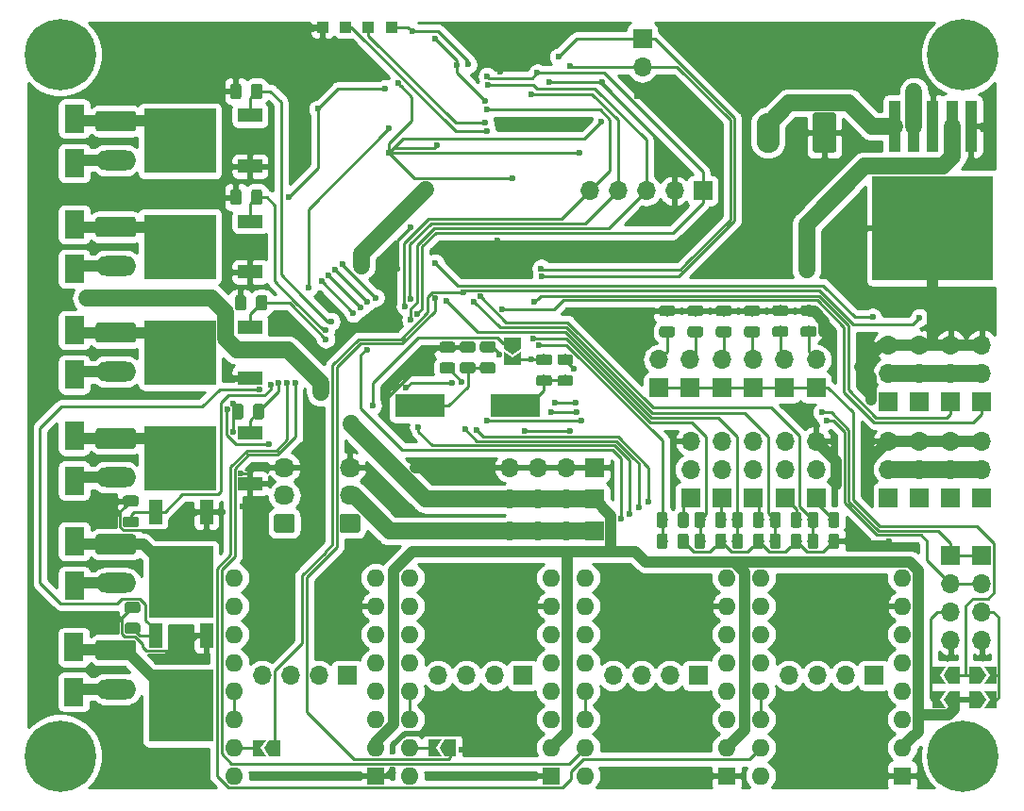
<source format=gbr>
G04 #@! TF.GenerationSoftware,KiCad,Pcbnew,(5.1.4)-1*
G04 #@! TF.CreationDate,2020-03-23T02:22:33+01:00*
G04 #@! TF.ProjectId,stm32f446_actuators,73746d33-3266-4343-9436-5f6163747561,rev?*
G04 #@! TF.SameCoordinates,Original*
G04 #@! TF.FileFunction,Copper,L2,Bot*
G04 #@! TF.FilePolarity,Positive*
%FSLAX46Y46*%
G04 Gerber Fmt 4.6, Leading zero omitted, Abs format (unit mm)*
G04 Created by KiCad (PCBNEW (5.1.4)-1) date 2020-03-23 02:22:33*
%MOMM*%
%LPD*%
G04 APERTURE LIST*
%ADD10O,1.600000X1.600000*%
%ADD11R,1.600000X1.600000*%
%ADD12O,1.700000X1.700000*%
%ADD13R,1.700000X1.700000*%
%ADD14C,0.300000*%
%ADD15C,0.100000*%
%ADD16C,0.975000*%
%ADD17R,5.800000X6.400000*%
%ADD18R,1.200000X2.200000*%
%ADD19R,6.400000X5.800000*%
%ADD20R,2.200000X1.200000*%
%ADD21O,3.600000X1.800000*%
%ADD22C,1.800000*%
%ADD23R,1.800000X2.500000*%
%ADD24R,1.100000X4.600000*%
%ADD25R,10.800000X9.400000*%
%ADD26R,4.500000X2.000000*%
%ADD27C,1.700000*%
%ADD28O,1.850000X1.700000*%
%ADD29R,1.000000X1.000000*%
%ADD30C,2.080000*%
%ADD31O,2.080000X3.600000*%
%ADD32C,6.400000*%
%ADD33C,1.200000*%
%ADD34C,0.600000*%
%ADD35C,0.800000*%
%ADD36C,1.000000*%
%ADD37C,1.500000*%
%ADD38C,0.250000*%
%ADD39C,1.000000*%
%ADD40C,0.500000*%
%ADD41C,0.254000*%
G04 APERTURE END LIST*
D10*
X69113400Y-118287800D03*
X81813400Y-100507800D03*
X69113400Y-115747800D03*
X81813400Y-103047800D03*
X69113400Y-113207800D03*
X81813400Y-105587800D03*
X69113400Y-110667800D03*
X81813400Y-108127800D03*
X69113400Y-108127800D03*
X81813400Y-110667800D03*
X69113400Y-105587800D03*
X81813400Y-113207800D03*
X69113400Y-103047800D03*
X81813400Y-115747800D03*
X69113400Y-100507800D03*
D11*
X81813400Y-118287800D03*
D12*
X118872000Y-109270800D03*
X121412000Y-109270800D03*
X123952000Y-109270800D03*
D13*
X126492000Y-109270800D03*
D12*
X103124000Y-109270800D03*
X105664000Y-109270800D03*
X108204000Y-109270800D03*
D13*
X110744000Y-109270800D03*
D12*
X87401400Y-109270800D03*
X89941400Y-109270800D03*
X92481400Y-109270800D03*
D13*
X95021400Y-109270800D03*
D12*
X71628000Y-109270800D03*
X74168000Y-109270800D03*
X76708000Y-109270800D03*
D13*
X79248000Y-109270800D03*
D14*
X88532800Y-115773200D03*
D15*
G36*
X87532800Y-115773200D02*
G01*
X88032800Y-115023200D01*
X89032800Y-115023200D01*
X89032800Y-116523200D01*
X88032800Y-116523200D01*
X87532800Y-115773200D01*
X87532800Y-115773200D01*
G37*
D14*
X87082800Y-115773200D03*
D15*
G36*
X86582800Y-115023200D02*
G01*
X87732800Y-115023200D01*
X87232800Y-115773200D01*
X87732800Y-116523200D01*
X86582800Y-116523200D01*
X86582800Y-115023200D01*
X86582800Y-115023200D01*
G37*
D14*
X72784800Y-115798600D03*
D15*
G36*
X71784800Y-115798600D02*
G01*
X72284800Y-115048600D01*
X73284800Y-115048600D01*
X73284800Y-116548600D01*
X72284800Y-116548600D01*
X71784800Y-115798600D01*
X71784800Y-115798600D01*
G37*
D14*
X71334800Y-115798600D03*
D15*
G36*
X70834800Y-115048600D02*
G01*
X71984800Y-115048600D01*
X71484800Y-115798600D01*
X71984800Y-116548600D01*
X70834800Y-116548600D01*
X70834800Y-115048600D01*
X70834800Y-115048600D01*
G37*
D14*
X135602800Y-111448600D03*
D15*
G36*
X136602800Y-111448600D02*
G01*
X136102800Y-112198600D01*
X135102800Y-112198600D01*
X135102800Y-110698600D01*
X136102800Y-110698600D01*
X136602800Y-111448600D01*
X136602800Y-111448600D01*
G37*
D14*
X137052800Y-111448600D03*
D15*
G36*
X137552800Y-112198600D02*
G01*
X136402800Y-112198600D01*
X136902800Y-111448600D01*
X136402800Y-110698600D01*
X137552800Y-110698600D01*
X137552800Y-112198600D01*
X137552800Y-112198600D01*
G37*
D14*
X132301400Y-111455200D03*
D15*
G36*
X131801400Y-110705200D02*
G01*
X132951400Y-110705200D01*
X132451400Y-111455200D01*
X132951400Y-112205200D01*
X131801400Y-112205200D01*
X131801400Y-110705200D01*
X131801400Y-110705200D01*
G37*
D14*
X133751400Y-111455200D03*
D15*
G36*
X132751400Y-111455200D02*
G01*
X133251400Y-110705200D01*
X134251400Y-110705200D01*
X134251400Y-112205200D01*
X133251400Y-112205200D01*
X132751400Y-111455200D01*
X132751400Y-111455200D01*
G37*
D14*
X135596800Y-109220000D03*
D15*
G36*
X136596800Y-109220000D02*
G01*
X136096800Y-109970000D01*
X135096800Y-109970000D01*
X135096800Y-108470000D01*
X136096800Y-108470000D01*
X136596800Y-109220000D01*
X136596800Y-109220000D01*
G37*
D14*
X137046800Y-109220000D03*
D15*
G36*
X137546800Y-109970000D02*
G01*
X136396800Y-109970000D01*
X136896800Y-109220000D01*
X136396800Y-108470000D01*
X137546800Y-108470000D01*
X137546800Y-109970000D01*
X137546800Y-109970000D01*
G37*
D14*
X132294800Y-109220000D03*
D15*
G36*
X131794800Y-108470000D02*
G01*
X132944800Y-108470000D01*
X132444800Y-109220000D01*
X132944800Y-109970000D01*
X131794800Y-109970000D01*
X131794800Y-108470000D01*
X131794800Y-108470000D01*
G37*
D14*
X133744800Y-109220000D03*
D15*
G36*
X132744800Y-109220000D02*
G01*
X133244800Y-108470000D01*
X134244800Y-108470000D01*
X134244800Y-109970000D01*
X133244800Y-109970000D01*
X132744800Y-109220000D01*
X132744800Y-109220000D01*
G37*
D10*
X84861400Y-118287800D03*
X97561400Y-100507800D03*
X84861400Y-115747800D03*
X97561400Y-103047800D03*
X84861400Y-113207800D03*
X97561400Y-105587800D03*
X84861400Y-110667800D03*
X97561400Y-108127800D03*
X84861400Y-108127800D03*
X97561400Y-110667800D03*
X84861400Y-105587800D03*
X97561400Y-113207800D03*
X84861400Y-103047800D03*
X97561400Y-115747800D03*
X84861400Y-100507800D03*
D11*
X97561400Y-118287800D03*
D10*
X100609400Y-118287800D03*
X113309400Y-100507800D03*
X100609400Y-115747800D03*
X113309400Y-103047800D03*
X100609400Y-113207800D03*
X113309400Y-105587800D03*
X100609400Y-110667800D03*
X113309400Y-108127800D03*
X100609400Y-108127800D03*
X113309400Y-110667800D03*
X100609400Y-105587800D03*
X113309400Y-113207800D03*
X100609400Y-103047800D03*
X113309400Y-115747800D03*
X100609400Y-100507800D03*
D11*
X113309400Y-118287800D03*
D10*
X116357400Y-118287800D03*
X129057400Y-100507800D03*
X116357400Y-115747800D03*
X129057400Y-103047800D03*
X116357400Y-113207800D03*
X129057400Y-105587800D03*
X116357400Y-110667800D03*
X129057400Y-108127800D03*
X116357400Y-108127800D03*
X129057400Y-110667800D03*
X116357400Y-105587800D03*
X129057400Y-113207800D03*
X116357400Y-103047800D03*
X129057400Y-115747800D03*
X116357400Y-100507800D03*
D11*
X129057400Y-118287800D03*
D15*
G36*
X60474942Y-102665374D02*
G01*
X60498603Y-102668884D01*
X60521807Y-102674696D01*
X60544329Y-102682754D01*
X60565953Y-102692982D01*
X60586470Y-102705279D01*
X60605683Y-102719529D01*
X60623407Y-102735593D01*
X60639471Y-102753317D01*
X60653721Y-102772530D01*
X60666018Y-102793047D01*
X60676246Y-102814671D01*
X60684304Y-102837193D01*
X60690116Y-102860397D01*
X60693626Y-102884058D01*
X60694800Y-102907950D01*
X60694800Y-103395450D01*
X60693626Y-103419342D01*
X60690116Y-103443003D01*
X60684304Y-103466207D01*
X60676246Y-103488729D01*
X60666018Y-103510353D01*
X60653721Y-103530870D01*
X60639471Y-103550083D01*
X60623407Y-103567807D01*
X60605683Y-103583871D01*
X60586470Y-103598121D01*
X60565953Y-103610418D01*
X60544329Y-103620646D01*
X60521807Y-103628704D01*
X60498603Y-103634516D01*
X60474942Y-103638026D01*
X60451050Y-103639200D01*
X59538550Y-103639200D01*
X59514658Y-103638026D01*
X59490997Y-103634516D01*
X59467793Y-103628704D01*
X59445271Y-103620646D01*
X59423647Y-103610418D01*
X59403130Y-103598121D01*
X59383917Y-103583871D01*
X59366193Y-103567807D01*
X59350129Y-103550083D01*
X59335879Y-103530870D01*
X59323582Y-103510353D01*
X59313354Y-103488729D01*
X59305296Y-103466207D01*
X59299484Y-103443003D01*
X59295974Y-103419342D01*
X59294800Y-103395450D01*
X59294800Y-102907950D01*
X59295974Y-102884058D01*
X59299484Y-102860397D01*
X59305296Y-102837193D01*
X59313354Y-102814671D01*
X59323582Y-102793047D01*
X59335879Y-102772530D01*
X59350129Y-102753317D01*
X59366193Y-102735593D01*
X59383917Y-102719529D01*
X59403130Y-102705279D01*
X59423647Y-102692982D01*
X59445271Y-102682754D01*
X59467793Y-102674696D01*
X59490997Y-102668884D01*
X59514658Y-102665374D01*
X59538550Y-102664200D01*
X60451050Y-102664200D01*
X60474942Y-102665374D01*
X60474942Y-102665374D01*
G37*
D16*
X59994800Y-103151700D03*
D15*
G36*
X60474942Y-104540374D02*
G01*
X60498603Y-104543884D01*
X60521807Y-104549696D01*
X60544329Y-104557754D01*
X60565953Y-104567982D01*
X60586470Y-104580279D01*
X60605683Y-104594529D01*
X60623407Y-104610593D01*
X60639471Y-104628317D01*
X60653721Y-104647530D01*
X60666018Y-104668047D01*
X60676246Y-104689671D01*
X60684304Y-104712193D01*
X60690116Y-104735397D01*
X60693626Y-104759058D01*
X60694800Y-104782950D01*
X60694800Y-105270450D01*
X60693626Y-105294342D01*
X60690116Y-105318003D01*
X60684304Y-105341207D01*
X60676246Y-105363729D01*
X60666018Y-105385353D01*
X60653721Y-105405870D01*
X60639471Y-105425083D01*
X60623407Y-105442807D01*
X60605683Y-105458871D01*
X60586470Y-105473121D01*
X60565953Y-105485418D01*
X60544329Y-105495646D01*
X60521807Y-105503704D01*
X60498603Y-105509516D01*
X60474942Y-105513026D01*
X60451050Y-105514200D01*
X59538550Y-105514200D01*
X59514658Y-105513026D01*
X59490997Y-105509516D01*
X59467793Y-105503704D01*
X59445271Y-105495646D01*
X59423647Y-105485418D01*
X59403130Y-105473121D01*
X59383917Y-105458871D01*
X59366193Y-105442807D01*
X59350129Y-105425083D01*
X59335879Y-105405870D01*
X59323582Y-105385353D01*
X59313354Y-105363729D01*
X59305296Y-105341207D01*
X59299484Y-105318003D01*
X59295974Y-105294342D01*
X59294800Y-105270450D01*
X59294800Y-104782950D01*
X59295974Y-104759058D01*
X59299484Y-104735397D01*
X59305296Y-104712193D01*
X59313354Y-104689671D01*
X59323582Y-104668047D01*
X59335879Y-104647530D01*
X59350129Y-104628317D01*
X59366193Y-104610593D01*
X59383917Y-104594529D01*
X59403130Y-104580279D01*
X59423647Y-104567982D01*
X59445271Y-104557754D01*
X59467793Y-104549696D01*
X59490997Y-104543884D01*
X59514658Y-104540374D01*
X59538550Y-104539200D01*
X60451050Y-104539200D01*
X60474942Y-104540374D01*
X60474942Y-104540374D01*
G37*
D16*
X59994800Y-105026700D03*
D15*
G36*
X60322542Y-93114974D02*
G01*
X60346203Y-93118484D01*
X60369407Y-93124296D01*
X60391929Y-93132354D01*
X60413553Y-93142582D01*
X60434070Y-93154879D01*
X60453283Y-93169129D01*
X60471007Y-93185193D01*
X60487071Y-93202917D01*
X60501321Y-93222130D01*
X60513618Y-93242647D01*
X60523846Y-93264271D01*
X60531904Y-93286793D01*
X60537716Y-93309997D01*
X60541226Y-93333658D01*
X60542400Y-93357550D01*
X60542400Y-93845050D01*
X60541226Y-93868942D01*
X60537716Y-93892603D01*
X60531904Y-93915807D01*
X60523846Y-93938329D01*
X60513618Y-93959953D01*
X60501321Y-93980470D01*
X60487071Y-93999683D01*
X60471007Y-94017407D01*
X60453283Y-94033471D01*
X60434070Y-94047721D01*
X60413553Y-94060018D01*
X60391929Y-94070246D01*
X60369407Y-94078304D01*
X60346203Y-94084116D01*
X60322542Y-94087626D01*
X60298650Y-94088800D01*
X59386150Y-94088800D01*
X59362258Y-94087626D01*
X59338597Y-94084116D01*
X59315393Y-94078304D01*
X59292871Y-94070246D01*
X59271247Y-94060018D01*
X59250730Y-94047721D01*
X59231517Y-94033471D01*
X59213793Y-94017407D01*
X59197729Y-93999683D01*
X59183479Y-93980470D01*
X59171182Y-93959953D01*
X59160954Y-93938329D01*
X59152896Y-93915807D01*
X59147084Y-93892603D01*
X59143574Y-93868942D01*
X59142400Y-93845050D01*
X59142400Y-93357550D01*
X59143574Y-93333658D01*
X59147084Y-93309997D01*
X59152896Y-93286793D01*
X59160954Y-93264271D01*
X59171182Y-93242647D01*
X59183479Y-93222130D01*
X59197729Y-93202917D01*
X59213793Y-93185193D01*
X59231517Y-93169129D01*
X59250730Y-93154879D01*
X59271247Y-93142582D01*
X59292871Y-93132354D01*
X59315393Y-93124296D01*
X59338597Y-93118484D01*
X59362258Y-93114974D01*
X59386150Y-93113800D01*
X60298650Y-93113800D01*
X60322542Y-93114974D01*
X60322542Y-93114974D01*
G37*
D16*
X59842400Y-93601300D03*
D15*
G36*
X60322542Y-94989974D02*
G01*
X60346203Y-94993484D01*
X60369407Y-94999296D01*
X60391929Y-95007354D01*
X60413553Y-95017582D01*
X60434070Y-95029879D01*
X60453283Y-95044129D01*
X60471007Y-95060193D01*
X60487071Y-95077917D01*
X60501321Y-95097130D01*
X60513618Y-95117647D01*
X60523846Y-95139271D01*
X60531904Y-95161793D01*
X60537716Y-95184997D01*
X60541226Y-95208658D01*
X60542400Y-95232550D01*
X60542400Y-95720050D01*
X60541226Y-95743942D01*
X60537716Y-95767603D01*
X60531904Y-95790807D01*
X60523846Y-95813329D01*
X60513618Y-95834953D01*
X60501321Y-95855470D01*
X60487071Y-95874683D01*
X60471007Y-95892407D01*
X60453283Y-95908471D01*
X60434070Y-95922721D01*
X60413553Y-95935018D01*
X60391929Y-95945246D01*
X60369407Y-95953304D01*
X60346203Y-95959116D01*
X60322542Y-95962626D01*
X60298650Y-95963800D01*
X59386150Y-95963800D01*
X59362258Y-95962626D01*
X59338597Y-95959116D01*
X59315393Y-95953304D01*
X59292871Y-95945246D01*
X59271247Y-95935018D01*
X59250730Y-95922721D01*
X59231517Y-95908471D01*
X59213793Y-95892407D01*
X59197729Y-95874683D01*
X59183479Y-95855470D01*
X59171182Y-95834953D01*
X59160954Y-95813329D01*
X59152896Y-95790807D01*
X59147084Y-95767603D01*
X59143574Y-95743942D01*
X59142400Y-95720050D01*
X59142400Y-95232550D01*
X59143574Y-95208658D01*
X59147084Y-95184997D01*
X59152896Y-95161793D01*
X59160954Y-95139271D01*
X59171182Y-95117647D01*
X59183479Y-95097130D01*
X59197729Y-95077917D01*
X59213793Y-95060193D01*
X59231517Y-95044129D01*
X59250730Y-95029879D01*
X59271247Y-95017582D01*
X59292871Y-95007354D01*
X59315393Y-94999296D01*
X59338597Y-94993484D01*
X59362258Y-94989974D01*
X59386150Y-94988800D01*
X60298650Y-94988800D01*
X60322542Y-94989974D01*
X60322542Y-94989974D01*
G37*
D16*
X59842400Y-95476300D03*
D15*
G36*
X69715842Y-84873774D02*
G01*
X69739503Y-84877284D01*
X69762707Y-84883096D01*
X69785229Y-84891154D01*
X69806853Y-84901382D01*
X69827370Y-84913679D01*
X69846583Y-84927929D01*
X69864307Y-84943993D01*
X69880371Y-84961717D01*
X69894621Y-84980930D01*
X69906918Y-85001447D01*
X69917146Y-85023071D01*
X69925204Y-85045593D01*
X69931016Y-85068797D01*
X69934526Y-85092458D01*
X69935700Y-85116350D01*
X69935700Y-86028850D01*
X69934526Y-86052742D01*
X69931016Y-86076403D01*
X69925204Y-86099607D01*
X69917146Y-86122129D01*
X69906918Y-86143753D01*
X69894621Y-86164270D01*
X69880371Y-86183483D01*
X69864307Y-86201207D01*
X69846583Y-86217271D01*
X69827370Y-86231521D01*
X69806853Y-86243818D01*
X69785229Y-86254046D01*
X69762707Y-86262104D01*
X69739503Y-86267916D01*
X69715842Y-86271426D01*
X69691950Y-86272600D01*
X69204450Y-86272600D01*
X69180558Y-86271426D01*
X69156897Y-86267916D01*
X69133693Y-86262104D01*
X69111171Y-86254046D01*
X69089547Y-86243818D01*
X69069030Y-86231521D01*
X69049817Y-86217271D01*
X69032093Y-86201207D01*
X69016029Y-86183483D01*
X69001779Y-86164270D01*
X68989482Y-86143753D01*
X68979254Y-86122129D01*
X68971196Y-86099607D01*
X68965384Y-86076403D01*
X68961874Y-86052742D01*
X68960700Y-86028850D01*
X68960700Y-85116350D01*
X68961874Y-85092458D01*
X68965384Y-85068797D01*
X68971196Y-85045593D01*
X68979254Y-85023071D01*
X68989482Y-85001447D01*
X69001779Y-84980930D01*
X69016029Y-84961717D01*
X69032093Y-84943993D01*
X69049817Y-84927929D01*
X69069030Y-84913679D01*
X69089547Y-84901382D01*
X69111171Y-84891154D01*
X69133693Y-84883096D01*
X69156897Y-84877284D01*
X69180558Y-84873774D01*
X69204450Y-84872600D01*
X69691950Y-84872600D01*
X69715842Y-84873774D01*
X69715842Y-84873774D01*
G37*
D16*
X69448200Y-85572600D03*
D15*
G36*
X71590842Y-84873774D02*
G01*
X71614503Y-84877284D01*
X71637707Y-84883096D01*
X71660229Y-84891154D01*
X71681853Y-84901382D01*
X71702370Y-84913679D01*
X71721583Y-84927929D01*
X71739307Y-84943993D01*
X71755371Y-84961717D01*
X71769621Y-84980930D01*
X71781918Y-85001447D01*
X71792146Y-85023071D01*
X71800204Y-85045593D01*
X71806016Y-85068797D01*
X71809526Y-85092458D01*
X71810700Y-85116350D01*
X71810700Y-86028850D01*
X71809526Y-86052742D01*
X71806016Y-86076403D01*
X71800204Y-86099607D01*
X71792146Y-86122129D01*
X71781918Y-86143753D01*
X71769621Y-86164270D01*
X71755371Y-86183483D01*
X71739307Y-86201207D01*
X71721583Y-86217271D01*
X71702370Y-86231521D01*
X71681853Y-86243818D01*
X71660229Y-86254046D01*
X71637707Y-86262104D01*
X71614503Y-86267916D01*
X71590842Y-86271426D01*
X71566950Y-86272600D01*
X71079450Y-86272600D01*
X71055558Y-86271426D01*
X71031897Y-86267916D01*
X71008693Y-86262104D01*
X70986171Y-86254046D01*
X70964547Y-86243818D01*
X70944030Y-86231521D01*
X70924817Y-86217271D01*
X70907093Y-86201207D01*
X70891029Y-86183483D01*
X70876779Y-86164270D01*
X70864482Y-86143753D01*
X70854254Y-86122129D01*
X70846196Y-86099607D01*
X70840384Y-86076403D01*
X70836874Y-86052742D01*
X70835700Y-86028850D01*
X70835700Y-85116350D01*
X70836874Y-85092458D01*
X70840384Y-85068797D01*
X70846196Y-85045593D01*
X70854254Y-85023071D01*
X70864482Y-85001447D01*
X70876779Y-84980930D01*
X70891029Y-84961717D01*
X70907093Y-84943993D01*
X70924817Y-84927929D01*
X70944030Y-84913679D01*
X70964547Y-84901382D01*
X70986171Y-84891154D01*
X71008693Y-84883096D01*
X71031897Y-84877284D01*
X71055558Y-84873774D01*
X71079450Y-84872600D01*
X71566950Y-84872600D01*
X71590842Y-84873774D01*
X71590842Y-84873774D01*
G37*
D16*
X71323200Y-85572600D03*
D15*
G36*
X69967542Y-75120174D02*
G01*
X69991203Y-75123684D01*
X70014407Y-75129496D01*
X70036929Y-75137554D01*
X70058553Y-75147782D01*
X70079070Y-75160079D01*
X70098283Y-75174329D01*
X70116007Y-75190393D01*
X70132071Y-75208117D01*
X70146321Y-75227330D01*
X70158618Y-75247847D01*
X70168846Y-75269471D01*
X70176904Y-75291993D01*
X70182716Y-75315197D01*
X70186226Y-75338858D01*
X70187400Y-75362750D01*
X70187400Y-76275250D01*
X70186226Y-76299142D01*
X70182716Y-76322803D01*
X70176904Y-76346007D01*
X70168846Y-76368529D01*
X70158618Y-76390153D01*
X70146321Y-76410670D01*
X70132071Y-76429883D01*
X70116007Y-76447607D01*
X70098283Y-76463671D01*
X70079070Y-76477921D01*
X70058553Y-76490218D01*
X70036929Y-76500446D01*
X70014407Y-76508504D01*
X69991203Y-76514316D01*
X69967542Y-76517826D01*
X69943650Y-76519000D01*
X69456150Y-76519000D01*
X69432258Y-76517826D01*
X69408597Y-76514316D01*
X69385393Y-76508504D01*
X69362871Y-76500446D01*
X69341247Y-76490218D01*
X69320730Y-76477921D01*
X69301517Y-76463671D01*
X69283793Y-76447607D01*
X69267729Y-76429883D01*
X69253479Y-76410670D01*
X69241182Y-76390153D01*
X69230954Y-76368529D01*
X69222896Y-76346007D01*
X69217084Y-76322803D01*
X69213574Y-76299142D01*
X69212400Y-76275250D01*
X69212400Y-75362750D01*
X69213574Y-75338858D01*
X69217084Y-75315197D01*
X69222896Y-75291993D01*
X69230954Y-75269471D01*
X69241182Y-75247847D01*
X69253479Y-75227330D01*
X69267729Y-75208117D01*
X69283793Y-75190393D01*
X69301517Y-75174329D01*
X69320730Y-75160079D01*
X69341247Y-75147782D01*
X69362871Y-75137554D01*
X69385393Y-75129496D01*
X69408597Y-75123684D01*
X69432258Y-75120174D01*
X69456150Y-75119000D01*
X69943650Y-75119000D01*
X69967542Y-75120174D01*
X69967542Y-75120174D01*
G37*
D16*
X69699900Y-75819000D03*
D15*
G36*
X71842542Y-75120174D02*
G01*
X71866203Y-75123684D01*
X71889407Y-75129496D01*
X71911929Y-75137554D01*
X71933553Y-75147782D01*
X71954070Y-75160079D01*
X71973283Y-75174329D01*
X71991007Y-75190393D01*
X72007071Y-75208117D01*
X72021321Y-75227330D01*
X72033618Y-75247847D01*
X72043846Y-75269471D01*
X72051904Y-75291993D01*
X72057716Y-75315197D01*
X72061226Y-75338858D01*
X72062400Y-75362750D01*
X72062400Y-76275250D01*
X72061226Y-76299142D01*
X72057716Y-76322803D01*
X72051904Y-76346007D01*
X72043846Y-76368529D01*
X72033618Y-76390153D01*
X72021321Y-76410670D01*
X72007071Y-76429883D01*
X71991007Y-76447607D01*
X71973283Y-76463671D01*
X71954070Y-76477921D01*
X71933553Y-76490218D01*
X71911929Y-76500446D01*
X71889407Y-76508504D01*
X71866203Y-76514316D01*
X71842542Y-76517826D01*
X71818650Y-76519000D01*
X71331150Y-76519000D01*
X71307258Y-76517826D01*
X71283597Y-76514316D01*
X71260393Y-76508504D01*
X71237871Y-76500446D01*
X71216247Y-76490218D01*
X71195730Y-76477921D01*
X71176517Y-76463671D01*
X71158793Y-76447607D01*
X71142729Y-76429883D01*
X71128479Y-76410670D01*
X71116182Y-76390153D01*
X71105954Y-76368529D01*
X71097896Y-76346007D01*
X71092084Y-76322803D01*
X71088574Y-76299142D01*
X71087400Y-76275250D01*
X71087400Y-75362750D01*
X71088574Y-75338858D01*
X71092084Y-75315197D01*
X71097896Y-75291993D01*
X71105954Y-75269471D01*
X71116182Y-75247847D01*
X71128479Y-75227330D01*
X71142729Y-75208117D01*
X71158793Y-75190393D01*
X71176517Y-75174329D01*
X71195730Y-75160079D01*
X71216247Y-75147782D01*
X71237871Y-75137554D01*
X71260393Y-75129496D01*
X71283597Y-75123684D01*
X71307258Y-75120174D01*
X71331150Y-75119000D01*
X71818650Y-75119000D01*
X71842542Y-75120174D01*
X71842542Y-75120174D01*
G37*
D16*
X71574900Y-75819000D03*
D15*
G36*
X69535742Y-65620574D02*
G01*
X69559403Y-65624084D01*
X69582607Y-65629896D01*
X69605129Y-65637954D01*
X69626753Y-65648182D01*
X69647270Y-65660479D01*
X69666483Y-65674729D01*
X69684207Y-65690793D01*
X69700271Y-65708517D01*
X69714521Y-65727730D01*
X69726818Y-65748247D01*
X69737046Y-65769871D01*
X69745104Y-65792393D01*
X69750916Y-65815597D01*
X69754426Y-65839258D01*
X69755600Y-65863150D01*
X69755600Y-66775650D01*
X69754426Y-66799542D01*
X69750916Y-66823203D01*
X69745104Y-66846407D01*
X69737046Y-66868929D01*
X69726818Y-66890553D01*
X69714521Y-66911070D01*
X69700271Y-66930283D01*
X69684207Y-66948007D01*
X69666483Y-66964071D01*
X69647270Y-66978321D01*
X69626753Y-66990618D01*
X69605129Y-67000846D01*
X69582607Y-67008904D01*
X69559403Y-67014716D01*
X69535742Y-67018226D01*
X69511850Y-67019400D01*
X69024350Y-67019400D01*
X69000458Y-67018226D01*
X68976797Y-67014716D01*
X68953593Y-67008904D01*
X68931071Y-67000846D01*
X68909447Y-66990618D01*
X68888930Y-66978321D01*
X68869717Y-66964071D01*
X68851993Y-66948007D01*
X68835929Y-66930283D01*
X68821679Y-66911070D01*
X68809382Y-66890553D01*
X68799154Y-66868929D01*
X68791096Y-66846407D01*
X68785284Y-66823203D01*
X68781774Y-66799542D01*
X68780600Y-66775650D01*
X68780600Y-65863150D01*
X68781774Y-65839258D01*
X68785284Y-65815597D01*
X68791096Y-65792393D01*
X68799154Y-65769871D01*
X68809382Y-65748247D01*
X68821679Y-65727730D01*
X68835929Y-65708517D01*
X68851993Y-65690793D01*
X68869717Y-65674729D01*
X68888930Y-65660479D01*
X68909447Y-65648182D01*
X68931071Y-65637954D01*
X68953593Y-65629896D01*
X68976797Y-65624084D01*
X69000458Y-65620574D01*
X69024350Y-65619400D01*
X69511850Y-65619400D01*
X69535742Y-65620574D01*
X69535742Y-65620574D01*
G37*
D16*
X69268100Y-66319400D03*
D15*
G36*
X71410742Y-65620574D02*
G01*
X71434403Y-65624084D01*
X71457607Y-65629896D01*
X71480129Y-65637954D01*
X71501753Y-65648182D01*
X71522270Y-65660479D01*
X71541483Y-65674729D01*
X71559207Y-65690793D01*
X71575271Y-65708517D01*
X71589521Y-65727730D01*
X71601818Y-65748247D01*
X71612046Y-65769871D01*
X71620104Y-65792393D01*
X71625916Y-65815597D01*
X71629426Y-65839258D01*
X71630600Y-65863150D01*
X71630600Y-66775650D01*
X71629426Y-66799542D01*
X71625916Y-66823203D01*
X71620104Y-66846407D01*
X71612046Y-66868929D01*
X71601818Y-66890553D01*
X71589521Y-66911070D01*
X71575271Y-66930283D01*
X71559207Y-66948007D01*
X71541483Y-66964071D01*
X71522270Y-66978321D01*
X71501753Y-66990618D01*
X71480129Y-67000846D01*
X71457607Y-67008904D01*
X71434403Y-67014716D01*
X71410742Y-67018226D01*
X71386850Y-67019400D01*
X70899350Y-67019400D01*
X70875458Y-67018226D01*
X70851797Y-67014716D01*
X70828593Y-67008904D01*
X70806071Y-67000846D01*
X70784447Y-66990618D01*
X70763930Y-66978321D01*
X70744717Y-66964071D01*
X70726993Y-66948007D01*
X70710929Y-66930283D01*
X70696679Y-66911070D01*
X70684382Y-66890553D01*
X70674154Y-66868929D01*
X70666096Y-66846407D01*
X70660284Y-66823203D01*
X70656774Y-66799542D01*
X70655600Y-66775650D01*
X70655600Y-65863150D01*
X70656774Y-65839258D01*
X70660284Y-65815597D01*
X70666096Y-65792393D01*
X70674154Y-65769871D01*
X70684382Y-65748247D01*
X70696679Y-65727730D01*
X70710929Y-65708517D01*
X70726993Y-65690793D01*
X70744717Y-65674729D01*
X70763930Y-65660479D01*
X70784447Y-65648182D01*
X70806071Y-65637954D01*
X70828593Y-65629896D01*
X70851797Y-65624084D01*
X70875458Y-65620574D01*
X70899350Y-65619400D01*
X71386850Y-65619400D01*
X71410742Y-65620574D01*
X71410742Y-65620574D01*
G37*
D16*
X71143100Y-66319400D03*
D15*
G36*
X69535742Y-56120974D02*
G01*
X69559403Y-56124484D01*
X69582607Y-56130296D01*
X69605129Y-56138354D01*
X69626753Y-56148582D01*
X69647270Y-56160879D01*
X69666483Y-56175129D01*
X69684207Y-56191193D01*
X69700271Y-56208917D01*
X69714521Y-56228130D01*
X69726818Y-56248647D01*
X69737046Y-56270271D01*
X69745104Y-56292793D01*
X69750916Y-56315997D01*
X69754426Y-56339658D01*
X69755600Y-56363550D01*
X69755600Y-57276050D01*
X69754426Y-57299942D01*
X69750916Y-57323603D01*
X69745104Y-57346807D01*
X69737046Y-57369329D01*
X69726818Y-57390953D01*
X69714521Y-57411470D01*
X69700271Y-57430683D01*
X69684207Y-57448407D01*
X69666483Y-57464471D01*
X69647270Y-57478721D01*
X69626753Y-57491018D01*
X69605129Y-57501246D01*
X69582607Y-57509304D01*
X69559403Y-57515116D01*
X69535742Y-57518626D01*
X69511850Y-57519800D01*
X69024350Y-57519800D01*
X69000458Y-57518626D01*
X68976797Y-57515116D01*
X68953593Y-57509304D01*
X68931071Y-57501246D01*
X68909447Y-57491018D01*
X68888930Y-57478721D01*
X68869717Y-57464471D01*
X68851993Y-57448407D01*
X68835929Y-57430683D01*
X68821679Y-57411470D01*
X68809382Y-57390953D01*
X68799154Y-57369329D01*
X68791096Y-57346807D01*
X68785284Y-57323603D01*
X68781774Y-57299942D01*
X68780600Y-57276050D01*
X68780600Y-56363550D01*
X68781774Y-56339658D01*
X68785284Y-56315997D01*
X68791096Y-56292793D01*
X68799154Y-56270271D01*
X68809382Y-56248647D01*
X68821679Y-56228130D01*
X68835929Y-56208917D01*
X68851993Y-56191193D01*
X68869717Y-56175129D01*
X68888930Y-56160879D01*
X68909447Y-56148582D01*
X68931071Y-56138354D01*
X68953593Y-56130296D01*
X68976797Y-56124484D01*
X69000458Y-56120974D01*
X69024350Y-56119800D01*
X69511850Y-56119800D01*
X69535742Y-56120974D01*
X69535742Y-56120974D01*
G37*
D16*
X69268100Y-56819800D03*
D15*
G36*
X71410742Y-56120974D02*
G01*
X71434403Y-56124484D01*
X71457607Y-56130296D01*
X71480129Y-56138354D01*
X71501753Y-56148582D01*
X71522270Y-56160879D01*
X71541483Y-56175129D01*
X71559207Y-56191193D01*
X71575271Y-56208917D01*
X71589521Y-56228130D01*
X71601818Y-56248647D01*
X71612046Y-56270271D01*
X71620104Y-56292793D01*
X71625916Y-56315997D01*
X71629426Y-56339658D01*
X71630600Y-56363550D01*
X71630600Y-57276050D01*
X71629426Y-57299942D01*
X71625916Y-57323603D01*
X71620104Y-57346807D01*
X71612046Y-57369329D01*
X71601818Y-57390953D01*
X71589521Y-57411470D01*
X71575271Y-57430683D01*
X71559207Y-57448407D01*
X71541483Y-57464471D01*
X71522270Y-57478721D01*
X71501753Y-57491018D01*
X71480129Y-57501246D01*
X71457607Y-57509304D01*
X71434403Y-57515116D01*
X71410742Y-57518626D01*
X71386850Y-57519800D01*
X70899350Y-57519800D01*
X70875458Y-57518626D01*
X70851797Y-57515116D01*
X70828593Y-57509304D01*
X70806071Y-57501246D01*
X70784447Y-57491018D01*
X70763930Y-57478721D01*
X70744717Y-57464471D01*
X70726993Y-57448407D01*
X70710929Y-57430683D01*
X70696679Y-57411470D01*
X70684382Y-57390953D01*
X70674154Y-57369329D01*
X70666096Y-57346807D01*
X70660284Y-57323603D01*
X70656774Y-57299942D01*
X70655600Y-57276050D01*
X70655600Y-56363550D01*
X70656774Y-56339658D01*
X70660284Y-56315997D01*
X70666096Y-56292793D01*
X70674154Y-56270271D01*
X70684382Y-56248647D01*
X70696679Y-56228130D01*
X70710929Y-56208917D01*
X70726993Y-56191193D01*
X70744717Y-56175129D01*
X70763930Y-56160879D01*
X70784447Y-56148582D01*
X70806071Y-56138354D01*
X70828593Y-56130296D01*
X70851797Y-56124484D01*
X70875458Y-56120974D01*
X70899350Y-56119800D01*
X71386850Y-56119800D01*
X71410742Y-56120974D01*
X71410742Y-56120974D01*
G37*
D16*
X71143100Y-56819800D03*
D17*
X64338200Y-111980400D03*
D18*
X66618200Y-105680400D03*
X62058200Y-105680400D03*
D17*
X64338200Y-100880600D03*
D18*
X66618200Y-94580600D03*
X62058200Y-94580600D03*
D19*
X64244800Y-89763600D03*
D20*
X70544800Y-92043600D03*
X70544800Y-87483600D03*
D19*
X64244800Y-80264000D03*
D20*
X70544800Y-82544000D03*
X70544800Y-77984000D03*
D19*
X64244800Y-70764400D03*
D20*
X70544800Y-73044400D03*
X70544800Y-68484400D03*
D19*
X64244800Y-61264800D03*
D20*
X70544800Y-63544800D03*
X70544800Y-58984800D03*
D21*
X58496200Y-110484800D03*
D15*
G36*
X60070704Y-106086004D02*
G01*
X60094973Y-106089604D01*
X60118771Y-106095565D01*
X60141871Y-106103830D01*
X60164049Y-106114320D01*
X60185093Y-106126933D01*
X60204798Y-106141547D01*
X60222977Y-106158023D01*
X60239453Y-106176202D01*
X60254067Y-106195907D01*
X60266680Y-106216951D01*
X60277170Y-106239129D01*
X60285435Y-106262229D01*
X60291396Y-106286027D01*
X60294996Y-106310296D01*
X60296200Y-106334800D01*
X60296200Y-107634800D01*
X60294996Y-107659304D01*
X60291396Y-107683573D01*
X60285435Y-107707371D01*
X60277170Y-107730471D01*
X60266680Y-107752649D01*
X60254067Y-107773693D01*
X60239453Y-107793398D01*
X60222977Y-107811577D01*
X60204798Y-107828053D01*
X60185093Y-107842667D01*
X60164049Y-107855280D01*
X60141871Y-107865770D01*
X60118771Y-107874035D01*
X60094973Y-107879996D01*
X60070704Y-107883596D01*
X60046200Y-107884800D01*
X56946200Y-107884800D01*
X56921696Y-107883596D01*
X56897427Y-107879996D01*
X56873629Y-107874035D01*
X56850529Y-107865770D01*
X56828351Y-107855280D01*
X56807307Y-107842667D01*
X56787602Y-107828053D01*
X56769423Y-107811577D01*
X56752947Y-107793398D01*
X56738333Y-107773693D01*
X56725720Y-107752649D01*
X56715230Y-107730471D01*
X56706965Y-107707371D01*
X56701004Y-107683573D01*
X56697404Y-107659304D01*
X56696200Y-107634800D01*
X56696200Y-106334800D01*
X56697404Y-106310296D01*
X56701004Y-106286027D01*
X56706965Y-106262229D01*
X56715230Y-106239129D01*
X56725720Y-106216951D01*
X56738333Y-106195907D01*
X56752947Y-106176202D01*
X56769423Y-106158023D01*
X56787602Y-106141547D01*
X56807307Y-106126933D01*
X56828351Y-106114320D01*
X56850529Y-106103830D01*
X56873629Y-106095565D01*
X56897427Y-106089604D01*
X56921696Y-106086004D01*
X56946200Y-106084800D01*
X60046200Y-106084800D01*
X60070704Y-106086004D01*
X60070704Y-106086004D01*
G37*
D22*
X58496200Y-106984800D03*
D21*
X58496200Y-100985200D03*
D15*
G36*
X60070704Y-96586404D02*
G01*
X60094973Y-96590004D01*
X60118771Y-96595965D01*
X60141871Y-96604230D01*
X60164049Y-96614720D01*
X60185093Y-96627333D01*
X60204798Y-96641947D01*
X60222977Y-96658423D01*
X60239453Y-96676602D01*
X60254067Y-96696307D01*
X60266680Y-96717351D01*
X60277170Y-96739529D01*
X60285435Y-96762629D01*
X60291396Y-96786427D01*
X60294996Y-96810696D01*
X60296200Y-96835200D01*
X60296200Y-98135200D01*
X60294996Y-98159704D01*
X60291396Y-98183973D01*
X60285435Y-98207771D01*
X60277170Y-98230871D01*
X60266680Y-98253049D01*
X60254067Y-98274093D01*
X60239453Y-98293798D01*
X60222977Y-98311977D01*
X60204798Y-98328453D01*
X60185093Y-98343067D01*
X60164049Y-98355680D01*
X60141871Y-98366170D01*
X60118771Y-98374435D01*
X60094973Y-98380396D01*
X60070704Y-98383996D01*
X60046200Y-98385200D01*
X56946200Y-98385200D01*
X56921696Y-98383996D01*
X56897427Y-98380396D01*
X56873629Y-98374435D01*
X56850529Y-98366170D01*
X56828351Y-98355680D01*
X56807307Y-98343067D01*
X56787602Y-98328453D01*
X56769423Y-98311977D01*
X56752947Y-98293798D01*
X56738333Y-98274093D01*
X56725720Y-98253049D01*
X56715230Y-98230871D01*
X56706965Y-98207771D01*
X56701004Y-98183973D01*
X56697404Y-98159704D01*
X56696200Y-98135200D01*
X56696200Y-96835200D01*
X56697404Y-96810696D01*
X56701004Y-96786427D01*
X56706965Y-96762629D01*
X56715230Y-96739529D01*
X56725720Y-96717351D01*
X56738333Y-96696307D01*
X56752947Y-96676602D01*
X56769423Y-96658423D01*
X56787602Y-96641947D01*
X56807307Y-96627333D01*
X56828351Y-96614720D01*
X56850529Y-96604230D01*
X56873629Y-96595965D01*
X56897427Y-96590004D01*
X56921696Y-96586404D01*
X56946200Y-96585200D01*
X60046200Y-96585200D01*
X60070704Y-96586404D01*
X60070704Y-96586404D01*
G37*
D22*
X58496200Y-97485200D03*
D21*
X58496200Y-91490800D03*
D15*
G36*
X60070704Y-87092004D02*
G01*
X60094973Y-87095604D01*
X60118771Y-87101565D01*
X60141871Y-87109830D01*
X60164049Y-87120320D01*
X60185093Y-87132933D01*
X60204798Y-87147547D01*
X60222977Y-87164023D01*
X60239453Y-87182202D01*
X60254067Y-87201907D01*
X60266680Y-87222951D01*
X60277170Y-87245129D01*
X60285435Y-87268229D01*
X60291396Y-87292027D01*
X60294996Y-87316296D01*
X60296200Y-87340800D01*
X60296200Y-88640800D01*
X60294996Y-88665304D01*
X60291396Y-88689573D01*
X60285435Y-88713371D01*
X60277170Y-88736471D01*
X60266680Y-88758649D01*
X60254067Y-88779693D01*
X60239453Y-88799398D01*
X60222977Y-88817577D01*
X60204798Y-88834053D01*
X60185093Y-88848667D01*
X60164049Y-88861280D01*
X60141871Y-88871770D01*
X60118771Y-88880035D01*
X60094973Y-88885996D01*
X60070704Y-88889596D01*
X60046200Y-88890800D01*
X56946200Y-88890800D01*
X56921696Y-88889596D01*
X56897427Y-88885996D01*
X56873629Y-88880035D01*
X56850529Y-88871770D01*
X56828351Y-88861280D01*
X56807307Y-88848667D01*
X56787602Y-88834053D01*
X56769423Y-88817577D01*
X56752947Y-88799398D01*
X56738333Y-88779693D01*
X56725720Y-88758649D01*
X56715230Y-88736471D01*
X56706965Y-88713371D01*
X56701004Y-88689573D01*
X56697404Y-88665304D01*
X56696200Y-88640800D01*
X56696200Y-87340800D01*
X56697404Y-87316296D01*
X56701004Y-87292027D01*
X56706965Y-87268229D01*
X56715230Y-87245129D01*
X56725720Y-87222951D01*
X56738333Y-87201907D01*
X56752947Y-87182202D01*
X56769423Y-87164023D01*
X56787602Y-87147547D01*
X56807307Y-87132933D01*
X56828351Y-87120320D01*
X56850529Y-87109830D01*
X56873629Y-87101565D01*
X56897427Y-87095604D01*
X56921696Y-87092004D01*
X56946200Y-87090800D01*
X60046200Y-87090800D01*
X60070704Y-87092004D01*
X60070704Y-87092004D01*
G37*
D22*
X58496200Y-87990800D03*
D21*
X58496200Y-81991200D03*
D15*
G36*
X60070704Y-77592404D02*
G01*
X60094973Y-77596004D01*
X60118771Y-77601965D01*
X60141871Y-77610230D01*
X60164049Y-77620720D01*
X60185093Y-77633333D01*
X60204798Y-77647947D01*
X60222977Y-77664423D01*
X60239453Y-77682602D01*
X60254067Y-77702307D01*
X60266680Y-77723351D01*
X60277170Y-77745529D01*
X60285435Y-77768629D01*
X60291396Y-77792427D01*
X60294996Y-77816696D01*
X60296200Y-77841200D01*
X60296200Y-79141200D01*
X60294996Y-79165704D01*
X60291396Y-79189973D01*
X60285435Y-79213771D01*
X60277170Y-79236871D01*
X60266680Y-79259049D01*
X60254067Y-79280093D01*
X60239453Y-79299798D01*
X60222977Y-79317977D01*
X60204798Y-79334453D01*
X60185093Y-79349067D01*
X60164049Y-79361680D01*
X60141871Y-79372170D01*
X60118771Y-79380435D01*
X60094973Y-79386396D01*
X60070704Y-79389996D01*
X60046200Y-79391200D01*
X56946200Y-79391200D01*
X56921696Y-79389996D01*
X56897427Y-79386396D01*
X56873629Y-79380435D01*
X56850529Y-79372170D01*
X56828351Y-79361680D01*
X56807307Y-79349067D01*
X56787602Y-79334453D01*
X56769423Y-79317977D01*
X56752947Y-79299798D01*
X56738333Y-79280093D01*
X56725720Y-79259049D01*
X56715230Y-79236871D01*
X56706965Y-79213771D01*
X56701004Y-79189973D01*
X56697404Y-79165704D01*
X56696200Y-79141200D01*
X56696200Y-77841200D01*
X56697404Y-77816696D01*
X56701004Y-77792427D01*
X56706965Y-77768629D01*
X56715230Y-77745529D01*
X56725720Y-77723351D01*
X56738333Y-77702307D01*
X56752947Y-77682602D01*
X56769423Y-77664423D01*
X56787602Y-77647947D01*
X56807307Y-77633333D01*
X56828351Y-77620720D01*
X56850529Y-77610230D01*
X56873629Y-77601965D01*
X56897427Y-77596004D01*
X56921696Y-77592404D01*
X56946200Y-77591200D01*
X60046200Y-77591200D01*
X60070704Y-77592404D01*
X60070704Y-77592404D01*
G37*
D22*
X58496200Y-78491200D03*
D21*
X58496200Y-72491600D03*
D15*
G36*
X60070704Y-68092804D02*
G01*
X60094973Y-68096404D01*
X60118771Y-68102365D01*
X60141871Y-68110630D01*
X60164049Y-68121120D01*
X60185093Y-68133733D01*
X60204798Y-68148347D01*
X60222977Y-68164823D01*
X60239453Y-68183002D01*
X60254067Y-68202707D01*
X60266680Y-68223751D01*
X60277170Y-68245929D01*
X60285435Y-68269029D01*
X60291396Y-68292827D01*
X60294996Y-68317096D01*
X60296200Y-68341600D01*
X60296200Y-69641600D01*
X60294996Y-69666104D01*
X60291396Y-69690373D01*
X60285435Y-69714171D01*
X60277170Y-69737271D01*
X60266680Y-69759449D01*
X60254067Y-69780493D01*
X60239453Y-69800198D01*
X60222977Y-69818377D01*
X60204798Y-69834853D01*
X60185093Y-69849467D01*
X60164049Y-69862080D01*
X60141871Y-69872570D01*
X60118771Y-69880835D01*
X60094973Y-69886796D01*
X60070704Y-69890396D01*
X60046200Y-69891600D01*
X56946200Y-69891600D01*
X56921696Y-69890396D01*
X56897427Y-69886796D01*
X56873629Y-69880835D01*
X56850529Y-69872570D01*
X56828351Y-69862080D01*
X56807307Y-69849467D01*
X56787602Y-69834853D01*
X56769423Y-69818377D01*
X56752947Y-69800198D01*
X56738333Y-69780493D01*
X56725720Y-69759449D01*
X56715230Y-69737271D01*
X56706965Y-69714171D01*
X56701004Y-69690373D01*
X56697404Y-69666104D01*
X56696200Y-69641600D01*
X56696200Y-68341600D01*
X56697404Y-68317096D01*
X56701004Y-68292827D01*
X56706965Y-68269029D01*
X56715230Y-68245929D01*
X56725720Y-68223751D01*
X56738333Y-68202707D01*
X56752947Y-68183002D01*
X56769423Y-68164823D01*
X56787602Y-68148347D01*
X56807307Y-68133733D01*
X56828351Y-68121120D01*
X56850529Y-68110630D01*
X56873629Y-68102365D01*
X56897427Y-68096404D01*
X56921696Y-68092804D01*
X56946200Y-68091600D01*
X60046200Y-68091600D01*
X60070704Y-68092804D01*
X60070704Y-68092804D01*
G37*
D22*
X58496200Y-68991600D03*
D21*
X58496200Y-62992000D03*
D15*
G36*
X60070704Y-58593204D02*
G01*
X60094973Y-58596804D01*
X60118771Y-58602765D01*
X60141871Y-58611030D01*
X60164049Y-58621520D01*
X60185093Y-58634133D01*
X60204798Y-58648747D01*
X60222977Y-58665223D01*
X60239453Y-58683402D01*
X60254067Y-58703107D01*
X60266680Y-58724151D01*
X60277170Y-58746329D01*
X60285435Y-58769429D01*
X60291396Y-58793227D01*
X60294996Y-58817496D01*
X60296200Y-58842000D01*
X60296200Y-60142000D01*
X60294996Y-60166504D01*
X60291396Y-60190773D01*
X60285435Y-60214571D01*
X60277170Y-60237671D01*
X60266680Y-60259849D01*
X60254067Y-60280893D01*
X60239453Y-60300598D01*
X60222977Y-60318777D01*
X60204798Y-60335253D01*
X60185093Y-60349867D01*
X60164049Y-60362480D01*
X60141871Y-60372970D01*
X60118771Y-60381235D01*
X60094973Y-60387196D01*
X60070704Y-60390796D01*
X60046200Y-60392000D01*
X56946200Y-60392000D01*
X56921696Y-60390796D01*
X56897427Y-60387196D01*
X56873629Y-60381235D01*
X56850529Y-60372970D01*
X56828351Y-60362480D01*
X56807307Y-60349867D01*
X56787602Y-60335253D01*
X56769423Y-60318777D01*
X56752947Y-60300598D01*
X56738333Y-60280893D01*
X56725720Y-60259849D01*
X56715230Y-60237671D01*
X56706965Y-60214571D01*
X56701004Y-60190773D01*
X56697404Y-60166504D01*
X56696200Y-60142000D01*
X56696200Y-58842000D01*
X56697404Y-58817496D01*
X56701004Y-58793227D01*
X56706965Y-58769429D01*
X56715230Y-58746329D01*
X56725720Y-58724151D01*
X56738333Y-58703107D01*
X56752947Y-58683402D01*
X56769423Y-58665223D01*
X56787602Y-58648747D01*
X56807307Y-58634133D01*
X56828351Y-58621520D01*
X56850529Y-58611030D01*
X56873629Y-58602765D01*
X56897427Y-58596804D01*
X56921696Y-58593204D01*
X56946200Y-58592000D01*
X60046200Y-58592000D01*
X60070704Y-58593204D01*
X60070704Y-58593204D01*
G37*
D22*
X58496200Y-59492000D03*
D23*
X54737000Y-106737400D03*
X54737000Y-110737400D03*
X54762400Y-97237800D03*
X54762400Y-101237800D03*
X54762400Y-87763600D03*
X54762400Y-91763600D03*
X54762400Y-78264000D03*
X54762400Y-82264000D03*
X54762400Y-68764400D03*
X54762400Y-72764400D03*
X54762400Y-59264800D03*
X54762400Y-63264800D03*
D13*
X121335800Y-93319600D03*
D12*
X121335800Y-90779600D03*
X121335800Y-88239600D03*
D24*
X128400600Y-59960200D03*
X130100600Y-59960200D03*
X131800600Y-59960200D03*
X133500600Y-59960200D03*
X135200600Y-59960200D03*
D25*
X131800600Y-69110200D03*
D15*
G36*
X92345542Y-81155674D02*
G01*
X92369203Y-81159184D01*
X92392407Y-81164996D01*
X92414929Y-81173054D01*
X92436553Y-81183282D01*
X92457070Y-81195579D01*
X92476283Y-81209829D01*
X92494007Y-81225893D01*
X92510071Y-81243617D01*
X92524321Y-81262830D01*
X92536618Y-81283347D01*
X92546846Y-81304971D01*
X92554904Y-81327493D01*
X92560716Y-81350697D01*
X92564226Y-81374358D01*
X92565400Y-81398250D01*
X92565400Y-81885750D01*
X92564226Y-81909642D01*
X92560716Y-81933303D01*
X92554904Y-81956507D01*
X92546846Y-81979029D01*
X92536618Y-82000653D01*
X92524321Y-82021170D01*
X92510071Y-82040383D01*
X92494007Y-82058107D01*
X92476283Y-82074171D01*
X92457070Y-82088421D01*
X92436553Y-82100718D01*
X92414929Y-82110946D01*
X92392407Y-82119004D01*
X92369203Y-82124816D01*
X92345542Y-82128326D01*
X92321650Y-82129500D01*
X91409150Y-82129500D01*
X91385258Y-82128326D01*
X91361597Y-82124816D01*
X91338393Y-82119004D01*
X91315871Y-82110946D01*
X91294247Y-82100718D01*
X91273730Y-82088421D01*
X91254517Y-82074171D01*
X91236793Y-82058107D01*
X91220729Y-82040383D01*
X91206479Y-82021170D01*
X91194182Y-82000653D01*
X91183954Y-81979029D01*
X91175896Y-81956507D01*
X91170084Y-81933303D01*
X91166574Y-81909642D01*
X91165400Y-81885750D01*
X91165400Y-81398250D01*
X91166574Y-81374358D01*
X91170084Y-81350697D01*
X91175896Y-81327493D01*
X91183954Y-81304971D01*
X91194182Y-81283347D01*
X91206479Y-81262830D01*
X91220729Y-81243617D01*
X91236793Y-81225893D01*
X91254517Y-81209829D01*
X91273730Y-81195579D01*
X91294247Y-81183282D01*
X91315871Y-81173054D01*
X91338393Y-81164996D01*
X91361597Y-81159184D01*
X91385258Y-81155674D01*
X91409150Y-81154500D01*
X92321650Y-81154500D01*
X92345542Y-81155674D01*
X92345542Y-81155674D01*
G37*
D16*
X91865400Y-81642000D03*
D15*
G36*
X92345542Y-79280674D02*
G01*
X92369203Y-79284184D01*
X92392407Y-79289996D01*
X92414929Y-79298054D01*
X92436553Y-79308282D01*
X92457070Y-79320579D01*
X92476283Y-79334829D01*
X92494007Y-79350893D01*
X92510071Y-79368617D01*
X92524321Y-79387830D01*
X92536618Y-79408347D01*
X92546846Y-79429971D01*
X92554904Y-79452493D01*
X92560716Y-79475697D01*
X92564226Y-79499358D01*
X92565400Y-79523250D01*
X92565400Y-80010750D01*
X92564226Y-80034642D01*
X92560716Y-80058303D01*
X92554904Y-80081507D01*
X92546846Y-80104029D01*
X92536618Y-80125653D01*
X92524321Y-80146170D01*
X92510071Y-80165383D01*
X92494007Y-80183107D01*
X92476283Y-80199171D01*
X92457070Y-80213421D01*
X92436553Y-80225718D01*
X92414929Y-80235946D01*
X92392407Y-80244004D01*
X92369203Y-80249816D01*
X92345542Y-80253326D01*
X92321650Y-80254500D01*
X91409150Y-80254500D01*
X91385258Y-80253326D01*
X91361597Y-80249816D01*
X91338393Y-80244004D01*
X91315871Y-80235946D01*
X91294247Y-80225718D01*
X91273730Y-80213421D01*
X91254517Y-80199171D01*
X91236793Y-80183107D01*
X91220729Y-80165383D01*
X91206479Y-80146170D01*
X91194182Y-80125653D01*
X91183954Y-80104029D01*
X91175896Y-80081507D01*
X91170084Y-80058303D01*
X91166574Y-80034642D01*
X91165400Y-80010750D01*
X91165400Y-79523250D01*
X91166574Y-79499358D01*
X91170084Y-79475697D01*
X91175896Y-79452493D01*
X91183954Y-79429971D01*
X91194182Y-79408347D01*
X91206479Y-79387830D01*
X91220729Y-79368617D01*
X91236793Y-79350893D01*
X91254517Y-79334829D01*
X91273730Y-79320579D01*
X91294247Y-79308282D01*
X91315871Y-79298054D01*
X91338393Y-79289996D01*
X91361597Y-79284184D01*
X91385258Y-79280674D01*
X91409150Y-79279500D01*
X92321650Y-79279500D01*
X92345542Y-79280674D01*
X92345542Y-79280674D01*
G37*
D16*
X91865400Y-79767000D03*
D14*
X94080000Y-79440000D03*
D15*
G36*
X94080000Y-80440000D02*
G01*
X93330000Y-79940000D01*
X93330000Y-78940000D01*
X94830000Y-78940000D01*
X94830000Y-79940000D01*
X94080000Y-80440000D01*
X94080000Y-80440000D01*
G37*
D14*
X94080000Y-80890000D03*
D15*
G36*
X93330000Y-81390000D02*
G01*
X93330000Y-80240000D01*
X94080000Y-80740000D01*
X94830000Y-80240000D01*
X94830000Y-81390000D01*
X93330000Y-81390000D01*
X93330000Y-81390000D01*
G37*
G36*
X88719742Y-79297374D02*
G01*
X88743403Y-79300884D01*
X88766607Y-79306696D01*
X88789129Y-79314754D01*
X88810753Y-79324982D01*
X88831270Y-79337279D01*
X88850483Y-79351529D01*
X88868207Y-79367593D01*
X88884271Y-79385317D01*
X88898521Y-79404530D01*
X88910818Y-79425047D01*
X88921046Y-79446671D01*
X88929104Y-79469193D01*
X88934916Y-79492397D01*
X88938426Y-79516058D01*
X88939600Y-79539950D01*
X88939600Y-80027450D01*
X88938426Y-80051342D01*
X88934916Y-80075003D01*
X88929104Y-80098207D01*
X88921046Y-80120729D01*
X88910818Y-80142353D01*
X88898521Y-80162870D01*
X88884271Y-80182083D01*
X88868207Y-80199807D01*
X88850483Y-80215871D01*
X88831270Y-80230121D01*
X88810753Y-80242418D01*
X88789129Y-80252646D01*
X88766607Y-80260704D01*
X88743403Y-80266516D01*
X88719742Y-80270026D01*
X88695850Y-80271200D01*
X87783350Y-80271200D01*
X87759458Y-80270026D01*
X87735797Y-80266516D01*
X87712593Y-80260704D01*
X87690071Y-80252646D01*
X87668447Y-80242418D01*
X87647930Y-80230121D01*
X87628717Y-80215871D01*
X87610993Y-80199807D01*
X87594929Y-80182083D01*
X87580679Y-80162870D01*
X87568382Y-80142353D01*
X87558154Y-80120729D01*
X87550096Y-80098207D01*
X87544284Y-80075003D01*
X87540774Y-80051342D01*
X87539600Y-80027450D01*
X87539600Y-79539950D01*
X87540774Y-79516058D01*
X87544284Y-79492397D01*
X87550096Y-79469193D01*
X87558154Y-79446671D01*
X87568382Y-79425047D01*
X87580679Y-79404530D01*
X87594929Y-79385317D01*
X87610993Y-79367593D01*
X87628717Y-79351529D01*
X87647930Y-79337279D01*
X87668447Y-79324982D01*
X87690071Y-79314754D01*
X87712593Y-79306696D01*
X87735797Y-79300884D01*
X87759458Y-79297374D01*
X87783350Y-79296200D01*
X88695850Y-79296200D01*
X88719742Y-79297374D01*
X88719742Y-79297374D01*
G37*
D16*
X88239600Y-79783700D03*
D15*
G36*
X88719742Y-81172374D02*
G01*
X88743403Y-81175884D01*
X88766607Y-81181696D01*
X88789129Y-81189754D01*
X88810753Y-81199982D01*
X88831270Y-81212279D01*
X88850483Y-81226529D01*
X88868207Y-81242593D01*
X88884271Y-81260317D01*
X88898521Y-81279530D01*
X88910818Y-81300047D01*
X88921046Y-81321671D01*
X88929104Y-81344193D01*
X88934916Y-81367397D01*
X88938426Y-81391058D01*
X88939600Y-81414950D01*
X88939600Y-81902450D01*
X88938426Y-81926342D01*
X88934916Y-81950003D01*
X88929104Y-81973207D01*
X88921046Y-81995729D01*
X88910818Y-82017353D01*
X88898521Y-82037870D01*
X88884271Y-82057083D01*
X88868207Y-82074807D01*
X88850483Y-82090871D01*
X88831270Y-82105121D01*
X88810753Y-82117418D01*
X88789129Y-82127646D01*
X88766607Y-82135704D01*
X88743403Y-82141516D01*
X88719742Y-82145026D01*
X88695850Y-82146200D01*
X87783350Y-82146200D01*
X87759458Y-82145026D01*
X87735797Y-82141516D01*
X87712593Y-82135704D01*
X87690071Y-82127646D01*
X87668447Y-82117418D01*
X87647930Y-82105121D01*
X87628717Y-82090871D01*
X87610993Y-82074807D01*
X87594929Y-82057083D01*
X87580679Y-82037870D01*
X87568382Y-82017353D01*
X87558154Y-81995729D01*
X87550096Y-81973207D01*
X87544284Y-81950003D01*
X87540774Y-81926342D01*
X87539600Y-81902450D01*
X87539600Y-81414950D01*
X87540774Y-81391058D01*
X87544284Y-81367397D01*
X87550096Y-81344193D01*
X87558154Y-81321671D01*
X87568382Y-81300047D01*
X87580679Y-81279530D01*
X87594929Y-81260317D01*
X87610993Y-81242593D01*
X87628717Y-81226529D01*
X87647930Y-81212279D01*
X87668447Y-81199982D01*
X87690071Y-81189754D01*
X87712593Y-81181696D01*
X87735797Y-81175884D01*
X87759458Y-81172374D01*
X87783350Y-81171200D01*
X88695850Y-81171200D01*
X88719742Y-81172374D01*
X88719742Y-81172374D01*
G37*
D16*
X88239600Y-81658700D03*
D15*
G36*
X90545542Y-79280674D02*
G01*
X90569203Y-79284184D01*
X90592407Y-79289996D01*
X90614929Y-79298054D01*
X90636553Y-79308282D01*
X90657070Y-79320579D01*
X90676283Y-79334829D01*
X90694007Y-79350893D01*
X90710071Y-79368617D01*
X90724321Y-79387830D01*
X90736618Y-79408347D01*
X90746846Y-79429971D01*
X90754904Y-79452493D01*
X90760716Y-79475697D01*
X90764226Y-79499358D01*
X90765400Y-79523250D01*
X90765400Y-80010750D01*
X90764226Y-80034642D01*
X90760716Y-80058303D01*
X90754904Y-80081507D01*
X90746846Y-80104029D01*
X90736618Y-80125653D01*
X90724321Y-80146170D01*
X90710071Y-80165383D01*
X90694007Y-80183107D01*
X90676283Y-80199171D01*
X90657070Y-80213421D01*
X90636553Y-80225718D01*
X90614929Y-80235946D01*
X90592407Y-80244004D01*
X90569203Y-80249816D01*
X90545542Y-80253326D01*
X90521650Y-80254500D01*
X89609150Y-80254500D01*
X89585258Y-80253326D01*
X89561597Y-80249816D01*
X89538393Y-80244004D01*
X89515871Y-80235946D01*
X89494247Y-80225718D01*
X89473730Y-80213421D01*
X89454517Y-80199171D01*
X89436793Y-80183107D01*
X89420729Y-80165383D01*
X89406479Y-80146170D01*
X89394182Y-80125653D01*
X89383954Y-80104029D01*
X89375896Y-80081507D01*
X89370084Y-80058303D01*
X89366574Y-80034642D01*
X89365400Y-80010750D01*
X89365400Y-79523250D01*
X89366574Y-79499358D01*
X89370084Y-79475697D01*
X89375896Y-79452493D01*
X89383954Y-79429971D01*
X89394182Y-79408347D01*
X89406479Y-79387830D01*
X89420729Y-79368617D01*
X89436793Y-79350893D01*
X89454517Y-79334829D01*
X89473730Y-79320579D01*
X89494247Y-79308282D01*
X89515871Y-79298054D01*
X89538393Y-79289996D01*
X89561597Y-79284184D01*
X89585258Y-79280674D01*
X89609150Y-79279500D01*
X90521650Y-79279500D01*
X90545542Y-79280674D01*
X90545542Y-79280674D01*
G37*
D16*
X90065400Y-79767000D03*
D15*
G36*
X90545542Y-81155674D02*
G01*
X90569203Y-81159184D01*
X90592407Y-81164996D01*
X90614929Y-81173054D01*
X90636553Y-81183282D01*
X90657070Y-81195579D01*
X90676283Y-81209829D01*
X90694007Y-81225893D01*
X90710071Y-81243617D01*
X90724321Y-81262830D01*
X90736618Y-81283347D01*
X90746846Y-81304971D01*
X90754904Y-81327493D01*
X90760716Y-81350697D01*
X90764226Y-81374358D01*
X90765400Y-81398250D01*
X90765400Y-81885750D01*
X90764226Y-81909642D01*
X90760716Y-81933303D01*
X90754904Y-81956507D01*
X90746846Y-81979029D01*
X90736618Y-82000653D01*
X90724321Y-82021170D01*
X90710071Y-82040383D01*
X90694007Y-82058107D01*
X90676283Y-82074171D01*
X90657070Y-82088421D01*
X90636553Y-82100718D01*
X90614929Y-82110946D01*
X90592407Y-82119004D01*
X90569203Y-82124816D01*
X90545542Y-82128326D01*
X90521650Y-82129500D01*
X89609150Y-82129500D01*
X89585258Y-82128326D01*
X89561597Y-82124816D01*
X89538393Y-82119004D01*
X89515871Y-82110946D01*
X89494247Y-82100718D01*
X89473730Y-82088421D01*
X89454517Y-82074171D01*
X89436793Y-82058107D01*
X89420729Y-82040383D01*
X89406479Y-82021170D01*
X89394182Y-82000653D01*
X89383954Y-81979029D01*
X89375896Y-81956507D01*
X89370084Y-81933303D01*
X89366574Y-81909642D01*
X89365400Y-81885750D01*
X89365400Y-81398250D01*
X89366574Y-81374358D01*
X89370084Y-81350697D01*
X89375896Y-81327493D01*
X89383954Y-81304971D01*
X89394182Y-81283347D01*
X89406479Y-81262830D01*
X89420729Y-81243617D01*
X89436793Y-81225893D01*
X89454517Y-81209829D01*
X89473730Y-81195579D01*
X89494247Y-81183282D01*
X89515871Y-81173054D01*
X89538393Y-81164996D01*
X89561597Y-81159184D01*
X89585258Y-81155674D01*
X89609150Y-81154500D01*
X90521650Y-81154500D01*
X90545542Y-81155674D01*
X90545542Y-81155674D01*
G37*
D16*
X90065400Y-81642000D03*
D15*
G36*
X99300142Y-80423674D02*
G01*
X99323803Y-80427184D01*
X99347007Y-80432996D01*
X99369529Y-80441054D01*
X99391153Y-80451282D01*
X99411670Y-80463579D01*
X99430883Y-80477829D01*
X99448607Y-80493893D01*
X99464671Y-80511617D01*
X99478921Y-80530830D01*
X99491218Y-80551347D01*
X99501446Y-80572971D01*
X99509504Y-80595493D01*
X99515316Y-80618697D01*
X99518826Y-80642358D01*
X99520000Y-80666250D01*
X99520000Y-81153750D01*
X99518826Y-81177642D01*
X99515316Y-81201303D01*
X99509504Y-81224507D01*
X99501446Y-81247029D01*
X99491218Y-81268653D01*
X99478921Y-81289170D01*
X99464671Y-81308383D01*
X99448607Y-81326107D01*
X99430883Y-81342171D01*
X99411670Y-81356421D01*
X99391153Y-81368718D01*
X99369529Y-81378946D01*
X99347007Y-81387004D01*
X99323803Y-81392816D01*
X99300142Y-81396326D01*
X99276250Y-81397500D01*
X98363750Y-81397500D01*
X98339858Y-81396326D01*
X98316197Y-81392816D01*
X98292993Y-81387004D01*
X98270471Y-81378946D01*
X98248847Y-81368718D01*
X98228330Y-81356421D01*
X98209117Y-81342171D01*
X98191393Y-81326107D01*
X98175329Y-81308383D01*
X98161079Y-81289170D01*
X98148782Y-81268653D01*
X98138554Y-81247029D01*
X98130496Y-81224507D01*
X98124684Y-81201303D01*
X98121174Y-81177642D01*
X98120000Y-81153750D01*
X98120000Y-80666250D01*
X98121174Y-80642358D01*
X98124684Y-80618697D01*
X98130496Y-80595493D01*
X98138554Y-80572971D01*
X98148782Y-80551347D01*
X98161079Y-80530830D01*
X98175329Y-80511617D01*
X98191393Y-80493893D01*
X98209117Y-80477829D01*
X98228330Y-80463579D01*
X98248847Y-80451282D01*
X98270471Y-80441054D01*
X98292993Y-80432996D01*
X98316197Y-80427184D01*
X98339858Y-80423674D01*
X98363750Y-80422500D01*
X99276250Y-80422500D01*
X99300142Y-80423674D01*
X99300142Y-80423674D01*
G37*
D16*
X98820000Y-80910000D03*
D15*
G36*
X99300142Y-82298674D02*
G01*
X99323803Y-82302184D01*
X99347007Y-82307996D01*
X99369529Y-82316054D01*
X99391153Y-82326282D01*
X99411670Y-82338579D01*
X99430883Y-82352829D01*
X99448607Y-82368893D01*
X99464671Y-82386617D01*
X99478921Y-82405830D01*
X99491218Y-82426347D01*
X99501446Y-82447971D01*
X99509504Y-82470493D01*
X99515316Y-82493697D01*
X99518826Y-82517358D01*
X99520000Y-82541250D01*
X99520000Y-83028750D01*
X99518826Y-83052642D01*
X99515316Y-83076303D01*
X99509504Y-83099507D01*
X99501446Y-83122029D01*
X99491218Y-83143653D01*
X99478921Y-83164170D01*
X99464671Y-83183383D01*
X99448607Y-83201107D01*
X99430883Y-83217171D01*
X99411670Y-83231421D01*
X99391153Y-83243718D01*
X99369529Y-83253946D01*
X99347007Y-83262004D01*
X99323803Y-83267816D01*
X99300142Y-83271326D01*
X99276250Y-83272500D01*
X98363750Y-83272500D01*
X98339858Y-83271326D01*
X98316197Y-83267816D01*
X98292993Y-83262004D01*
X98270471Y-83253946D01*
X98248847Y-83243718D01*
X98228330Y-83231421D01*
X98209117Y-83217171D01*
X98191393Y-83201107D01*
X98175329Y-83183383D01*
X98161079Y-83164170D01*
X98148782Y-83143653D01*
X98138554Y-83122029D01*
X98130496Y-83099507D01*
X98124684Y-83076303D01*
X98121174Y-83052642D01*
X98120000Y-83028750D01*
X98120000Y-82541250D01*
X98121174Y-82517358D01*
X98124684Y-82493697D01*
X98130496Y-82470493D01*
X98138554Y-82447971D01*
X98148782Y-82426347D01*
X98161079Y-82405830D01*
X98175329Y-82386617D01*
X98191393Y-82368893D01*
X98209117Y-82352829D01*
X98228330Y-82338579D01*
X98248847Y-82326282D01*
X98270471Y-82316054D01*
X98292993Y-82307996D01*
X98316197Y-82302184D01*
X98339858Y-82298674D01*
X98363750Y-82297500D01*
X99276250Y-82297500D01*
X99300142Y-82298674D01*
X99300142Y-82298674D01*
G37*
D16*
X98820000Y-82785000D03*
D15*
G36*
X97400142Y-82298674D02*
G01*
X97423803Y-82302184D01*
X97447007Y-82307996D01*
X97469529Y-82316054D01*
X97491153Y-82326282D01*
X97511670Y-82338579D01*
X97530883Y-82352829D01*
X97548607Y-82368893D01*
X97564671Y-82386617D01*
X97578921Y-82405830D01*
X97591218Y-82426347D01*
X97601446Y-82447971D01*
X97609504Y-82470493D01*
X97615316Y-82493697D01*
X97618826Y-82517358D01*
X97620000Y-82541250D01*
X97620000Y-83028750D01*
X97618826Y-83052642D01*
X97615316Y-83076303D01*
X97609504Y-83099507D01*
X97601446Y-83122029D01*
X97591218Y-83143653D01*
X97578921Y-83164170D01*
X97564671Y-83183383D01*
X97548607Y-83201107D01*
X97530883Y-83217171D01*
X97511670Y-83231421D01*
X97491153Y-83243718D01*
X97469529Y-83253946D01*
X97447007Y-83262004D01*
X97423803Y-83267816D01*
X97400142Y-83271326D01*
X97376250Y-83272500D01*
X96463750Y-83272500D01*
X96439858Y-83271326D01*
X96416197Y-83267816D01*
X96392993Y-83262004D01*
X96370471Y-83253946D01*
X96348847Y-83243718D01*
X96328330Y-83231421D01*
X96309117Y-83217171D01*
X96291393Y-83201107D01*
X96275329Y-83183383D01*
X96261079Y-83164170D01*
X96248782Y-83143653D01*
X96238554Y-83122029D01*
X96230496Y-83099507D01*
X96224684Y-83076303D01*
X96221174Y-83052642D01*
X96220000Y-83028750D01*
X96220000Y-82541250D01*
X96221174Y-82517358D01*
X96224684Y-82493697D01*
X96230496Y-82470493D01*
X96238554Y-82447971D01*
X96248782Y-82426347D01*
X96261079Y-82405830D01*
X96275329Y-82386617D01*
X96291393Y-82368893D01*
X96309117Y-82352829D01*
X96328330Y-82338579D01*
X96348847Y-82326282D01*
X96370471Y-82316054D01*
X96392993Y-82307996D01*
X96416197Y-82302184D01*
X96439858Y-82298674D01*
X96463750Y-82297500D01*
X97376250Y-82297500D01*
X97400142Y-82298674D01*
X97400142Y-82298674D01*
G37*
D16*
X96920000Y-82785000D03*
D15*
G36*
X97400142Y-80423674D02*
G01*
X97423803Y-80427184D01*
X97447007Y-80432996D01*
X97469529Y-80441054D01*
X97491153Y-80451282D01*
X97511670Y-80463579D01*
X97530883Y-80477829D01*
X97548607Y-80493893D01*
X97564671Y-80511617D01*
X97578921Y-80530830D01*
X97591218Y-80551347D01*
X97601446Y-80572971D01*
X97609504Y-80595493D01*
X97615316Y-80618697D01*
X97618826Y-80642358D01*
X97620000Y-80666250D01*
X97620000Y-81153750D01*
X97618826Y-81177642D01*
X97615316Y-81201303D01*
X97609504Y-81224507D01*
X97601446Y-81247029D01*
X97591218Y-81268653D01*
X97578921Y-81289170D01*
X97564671Y-81308383D01*
X97548607Y-81326107D01*
X97530883Y-81342171D01*
X97511670Y-81356421D01*
X97491153Y-81368718D01*
X97469529Y-81378946D01*
X97447007Y-81387004D01*
X97423803Y-81392816D01*
X97400142Y-81396326D01*
X97376250Y-81397500D01*
X96463750Y-81397500D01*
X96439858Y-81396326D01*
X96416197Y-81392816D01*
X96392993Y-81387004D01*
X96370471Y-81378946D01*
X96348847Y-81368718D01*
X96328330Y-81356421D01*
X96309117Y-81342171D01*
X96291393Y-81326107D01*
X96275329Y-81308383D01*
X96261079Y-81289170D01*
X96248782Y-81268653D01*
X96238554Y-81247029D01*
X96230496Y-81224507D01*
X96224684Y-81201303D01*
X96221174Y-81177642D01*
X96220000Y-81153750D01*
X96220000Y-80666250D01*
X96221174Y-80642358D01*
X96224684Y-80618697D01*
X96230496Y-80595493D01*
X96238554Y-80572971D01*
X96248782Y-80551347D01*
X96261079Y-80530830D01*
X96275329Y-80511617D01*
X96291393Y-80493893D01*
X96309117Y-80477829D01*
X96328330Y-80463579D01*
X96348847Y-80451282D01*
X96370471Y-80441054D01*
X96392993Y-80432996D01*
X96416197Y-80427184D01*
X96439858Y-80423674D01*
X96463750Y-80422500D01*
X97376250Y-80422500D01*
X97400142Y-80423674D01*
X97400142Y-80423674D01*
G37*
D16*
X96920000Y-80910000D03*
D26*
X85810000Y-85060000D03*
X94310000Y-85060000D03*
D13*
X136169400Y-98475800D03*
D12*
X136169400Y-101015800D03*
X136169400Y-103555800D03*
X136169400Y-106095800D03*
D13*
X133375400Y-98475800D03*
D12*
X133375400Y-101015800D03*
X133375400Y-103555800D03*
X133375400Y-106095800D03*
D15*
G36*
X107788142Y-94601974D02*
G01*
X107811803Y-94605484D01*
X107835007Y-94611296D01*
X107857529Y-94619354D01*
X107879153Y-94629582D01*
X107899670Y-94641879D01*
X107918883Y-94656129D01*
X107936607Y-94672193D01*
X107952671Y-94689917D01*
X107966921Y-94709130D01*
X107979218Y-94729647D01*
X107989446Y-94751271D01*
X107997504Y-94773793D01*
X108003316Y-94796997D01*
X108006826Y-94820658D01*
X108008000Y-94844550D01*
X108008000Y-95757050D01*
X108006826Y-95780942D01*
X108003316Y-95804603D01*
X107997504Y-95827807D01*
X107989446Y-95850329D01*
X107979218Y-95871953D01*
X107966921Y-95892470D01*
X107952671Y-95911683D01*
X107936607Y-95929407D01*
X107918883Y-95945471D01*
X107899670Y-95959721D01*
X107879153Y-95972018D01*
X107857529Y-95982246D01*
X107835007Y-95990304D01*
X107811803Y-95996116D01*
X107788142Y-95999626D01*
X107764250Y-96000800D01*
X107276750Y-96000800D01*
X107252858Y-95999626D01*
X107229197Y-95996116D01*
X107205993Y-95990304D01*
X107183471Y-95982246D01*
X107161847Y-95972018D01*
X107141330Y-95959721D01*
X107122117Y-95945471D01*
X107104393Y-95929407D01*
X107088329Y-95911683D01*
X107074079Y-95892470D01*
X107061782Y-95871953D01*
X107051554Y-95850329D01*
X107043496Y-95827807D01*
X107037684Y-95804603D01*
X107034174Y-95780942D01*
X107033000Y-95757050D01*
X107033000Y-94844550D01*
X107034174Y-94820658D01*
X107037684Y-94796997D01*
X107043496Y-94773793D01*
X107051554Y-94751271D01*
X107061782Y-94729647D01*
X107074079Y-94709130D01*
X107088329Y-94689917D01*
X107104393Y-94672193D01*
X107122117Y-94656129D01*
X107141330Y-94641879D01*
X107161847Y-94629582D01*
X107183471Y-94619354D01*
X107205993Y-94611296D01*
X107229197Y-94605484D01*
X107252858Y-94601974D01*
X107276750Y-94600800D01*
X107764250Y-94600800D01*
X107788142Y-94601974D01*
X107788142Y-94601974D01*
G37*
D16*
X107520500Y-95300800D03*
D15*
G36*
X109663142Y-94601974D02*
G01*
X109686803Y-94605484D01*
X109710007Y-94611296D01*
X109732529Y-94619354D01*
X109754153Y-94629582D01*
X109774670Y-94641879D01*
X109793883Y-94656129D01*
X109811607Y-94672193D01*
X109827671Y-94689917D01*
X109841921Y-94709130D01*
X109854218Y-94729647D01*
X109864446Y-94751271D01*
X109872504Y-94773793D01*
X109878316Y-94796997D01*
X109881826Y-94820658D01*
X109883000Y-94844550D01*
X109883000Y-95757050D01*
X109881826Y-95780942D01*
X109878316Y-95804603D01*
X109872504Y-95827807D01*
X109864446Y-95850329D01*
X109854218Y-95871953D01*
X109841921Y-95892470D01*
X109827671Y-95911683D01*
X109811607Y-95929407D01*
X109793883Y-95945471D01*
X109774670Y-95959721D01*
X109754153Y-95972018D01*
X109732529Y-95982246D01*
X109710007Y-95990304D01*
X109686803Y-95996116D01*
X109663142Y-95999626D01*
X109639250Y-96000800D01*
X109151750Y-96000800D01*
X109127858Y-95999626D01*
X109104197Y-95996116D01*
X109080993Y-95990304D01*
X109058471Y-95982246D01*
X109036847Y-95972018D01*
X109016330Y-95959721D01*
X108997117Y-95945471D01*
X108979393Y-95929407D01*
X108963329Y-95911683D01*
X108949079Y-95892470D01*
X108936782Y-95871953D01*
X108926554Y-95850329D01*
X108918496Y-95827807D01*
X108912684Y-95804603D01*
X108909174Y-95780942D01*
X108908000Y-95757050D01*
X108908000Y-94844550D01*
X108909174Y-94820658D01*
X108912684Y-94796997D01*
X108918496Y-94773793D01*
X108926554Y-94751271D01*
X108936782Y-94729647D01*
X108949079Y-94709130D01*
X108963329Y-94689917D01*
X108979393Y-94672193D01*
X108997117Y-94656129D01*
X109016330Y-94641879D01*
X109036847Y-94629582D01*
X109058471Y-94619354D01*
X109080993Y-94611296D01*
X109104197Y-94605484D01*
X109127858Y-94601974D01*
X109151750Y-94600800D01*
X109639250Y-94600800D01*
X109663142Y-94601974D01*
X109663142Y-94601974D01*
G37*
D16*
X109395500Y-95300800D03*
D15*
G36*
X107788142Y-96506974D02*
G01*
X107811803Y-96510484D01*
X107835007Y-96516296D01*
X107857529Y-96524354D01*
X107879153Y-96534582D01*
X107899670Y-96546879D01*
X107918883Y-96561129D01*
X107936607Y-96577193D01*
X107952671Y-96594917D01*
X107966921Y-96614130D01*
X107979218Y-96634647D01*
X107989446Y-96656271D01*
X107997504Y-96678793D01*
X108003316Y-96701997D01*
X108006826Y-96725658D01*
X108008000Y-96749550D01*
X108008000Y-97662050D01*
X108006826Y-97685942D01*
X108003316Y-97709603D01*
X107997504Y-97732807D01*
X107989446Y-97755329D01*
X107979218Y-97776953D01*
X107966921Y-97797470D01*
X107952671Y-97816683D01*
X107936607Y-97834407D01*
X107918883Y-97850471D01*
X107899670Y-97864721D01*
X107879153Y-97877018D01*
X107857529Y-97887246D01*
X107835007Y-97895304D01*
X107811803Y-97901116D01*
X107788142Y-97904626D01*
X107764250Y-97905800D01*
X107276750Y-97905800D01*
X107252858Y-97904626D01*
X107229197Y-97901116D01*
X107205993Y-97895304D01*
X107183471Y-97887246D01*
X107161847Y-97877018D01*
X107141330Y-97864721D01*
X107122117Y-97850471D01*
X107104393Y-97834407D01*
X107088329Y-97816683D01*
X107074079Y-97797470D01*
X107061782Y-97776953D01*
X107051554Y-97755329D01*
X107043496Y-97732807D01*
X107037684Y-97709603D01*
X107034174Y-97685942D01*
X107033000Y-97662050D01*
X107033000Y-96749550D01*
X107034174Y-96725658D01*
X107037684Y-96701997D01*
X107043496Y-96678793D01*
X107051554Y-96656271D01*
X107061782Y-96634647D01*
X107074079Y-96614130D01*
X107088329Y-96594917D01*
X107104393Y-96577193D01*
X107122117Y-96561129D01*
X107141330Y-96546879D01*
X107161847Y-96534582D01*
X107183471Y-96524354D01*
X107205993Y-96516296D01*
X107229197Y-96510484D01*
X107252858Y-96506974D01*
X107276750Y-96505800D01*
X107764250Y-96505800D01*
X107788142Y-96506974D01*
X107788142Y-96506974D01*
G37*
D16*
X107520500Y-97205800D03*
D15*
G36*
X109663142Y-96506974D02*
G01*
X109686803Y-96510484D01*
X109710007Y-96516296D01*
X109732529Y-96524354D01*
X109754153Y-96534582D01*
X109774670Y-96546879D01*
X109793883Y-96561129D01*
X109811607Y-96577193D01*
X109827671Y-96594917D01*
X109841921Y-96614130D01*
X109854218Y-96634647D01*
X109864446Y-96656271D01*
X109872504Y-96678793D01*
X109878316Y-96701997D01*
X109881826Y-96725658D01*
X109883000Y-96749550D01*
X109883000Y-97662050D01*
X109881826Y-97685942D01*
X109878316Y-97709603D01*
X109872504Y-97732807D01*
X109864446Y-97755329D01*
X109854218Y-97776953D01*
X109841921Y-97797470D01*
X109827671Y-97816683D01*
X109811607Y-97834407D01*
X109793883Y-97850471D01*
X109774670Y-97864721D01*
X109754153Y-97877018D01*
X109732529Y-97887246D01*
X109710007Y-97895304D01*
X109686803Y-97901116D01*
X109663142Y-97904626D01*
X109639250Y-97905800D01*
X109151750Y-97905800D01*
X109127858Y-97904626D01*
X109104197Y-97901116D01*
X109080993Y-97895304D01*
X109058471Y-97887246D01*
X109036847Y-97877018D01*
X109016330Y-97864721D01*
X108997117Y-97850471D01*
X108979393Y-97834407D01*
X108963329Y-97816683D01*
X108949079Y-97797470D01*
X108936782Y-97776953D01*
X108926554Y-97755329D01*
X108918496Y-97732807D01*
X108912684Y-97709603D01*
X108909174Y-97685942D01*
X108908000Y-97662050D01*
X108908000Y-96749550D01*
X108909174Y-96725658D01*
X108912684Y-96701997D01*
X108918496Y-96678793D01*
X108926554Y-96656271D01*
X108936782Y-96634647D01*
X108949079Y-96614130D01*
X108963329Y-96594917D01*
X108979393Y-96577193D01*
X108997117Y-96561129D01*
X109016330Y-96546879D01*
X109036847Y-96534582D01*
X109058471Y-96524354D01*
X109080993Y-96516296D01*
X109104197Y-96510484D01*
X109127858Y-96506974D01*
X109151750Y-96505800D01*
X109639250Y-96505800D01*
X109663142Y-96506974D01*
X109663142Y-96506974D01*
G37*
D16*
X109395500Y-97205800D03*
D13*
X110058200Y-93319600D03*
D12*
X110058200Y-90779600D03*
X110058200Y-88239600D03*
D15*
G36*
X111166342Y-94601974D02*
G01*
X111190003Y-94605484D01*
X111213207Y-94611296D01*
X111235729Y-94619354D01*
X111257353Y-94629582D01*
X111277870Y-94641879D01*
X111297083Y-94656129D01*
X111314807Y-94672193D01*
X111330871Y-94689917D01*
X111345121Y-94709130D01*
X111357418Y-94729647D01*
X111367646Y-94751271D01*
X111375704Y-94773793D01*
X111381516Y-94796997D01*
X111385026Y-94820658D01*
X111386200Y-94844550D01*
X111386200Y-95757050D01*
X111385026Y-95780942D01*
X111381516Y-95804603D01*
X111375704Y-95827807D01*
X111367646Y-95850329D01*
X111357418Y-95871953D01*
X111345121Y-95892470D01*
X111330871Y-95911683D01*
X111314807Y-95929407D01*
X111297083Y-95945471D01*
X111277870Y-95959721D01*
X111257353Y-95972018D01*
X111235729Y-95982246D01*
X111213207Y-95990304D01*
X111190003Y-95996116D01*
X111166342Y-95999626D01*
X111142450Y-96000800D01*
X110654950Y-96000800D01*
X110631058Y-95999626D01*
X110607397Y-95996116D01*
X110584193Y-95990304D01*
X110561671Y-95982246D01*
X110540047Y-95972018D01*
X110519530Y-95959721D01*
X110500317Y-95945471D01*
X110482593Y-95929407D01*
X110466529Y-95911683D01*
X110452279Y-95892470D01*
X110439982Y-95871953D01*
X110429754Y-95850329D01*
X110421696Y-95827807D01*
X110415884Y-95804603D01*
X110412374Y-95780942D01*
X110411200Y-95757050D01*
X110411200Y-94844550D01*
X110412374Y-94820658D01*
X110415884Y-94796997D01*
X110421696Y-94773793D01*
X110429754Y-94751271D01*
X110439982Y-94729647D01*
X110452279Y-94709130D01*
X110466529Y-94689917D01*
X110482593Y-94672193D01*
X110500317Y-94656129D01*
X110519530Y-94641879D01*
X110540047Y-94629582D01*
X110561671Y-94619354D01*
X110584193Y-94611296D01*
X110607397Y-94605484D01*
X110631058Y-94601974D01*
X110654950Y-94600800D01*
X111142450Y-94600800D01*
X111166342Y-94601974D01*
X111166342Y-94601974D01*
G37*
D16*
X110898700Y-95300800D03*
D15*
G36*
X113041342Y-94601974D02*
G01*
X113065003Y-94605484D01*
X113088207Y-94611296D01*
X113110729Y-94619354D01*
X113132353Y-94629582D01*
X113152870Y-94641879D01*
X113172083Y-94656129D01*
X113189807Y-94672193D01*
X113205871Y-94689917D01*
X113220121Y-94709130D01*
X113232418Y-94729647D01*
X113242646Y-94751271D01*
X113250704Y-94773793D01*
X113256516Y-94796997D01*
X113260026Y-94820658D01*
X113261200Y-94844550D01*
X113261200Y-95757050D01*
X113260026Y-95780942D01*
X113256516Y-95804603D01*
X113250704Y-95827807D01*
X113242646Y-95850329D01*
X113232418Y-95871953D01*
X113220121Y-95892470D01*
X113205871Y-95911683D01*
X113189807Y-95929407D01*
X113172083Y-95945471D01*
X113152870Y-95959721D01*
X113132353Y-95972018D01*
X113110729Y-95982246D01*
X113088207Y-95990304D01*
X113065003Y-95996116D01*
X113041342Y-95999626D01*
X113017450Y-96000800D01*
X112529950Y-96000800D01*
X112506058Y-95999626D01*
X112482397Y-95996116D01*
X112459193Y-95990304D01*
X112436671Y-95982246D01*
X112415047Y-95972018D01*
X112394530Y-95959721D01*
X112375317Y-95945471D01*
X112357593Y-95929407D01*
X112341529Y-95911683D01*
X112327279Y-95892470D01*
X112314982Y-95871953D01*
X112304754Y-95850329D01*
X112296696Y-95827807D01*
X112290884Y-95804603D01*
X112287374Y-95780942D01*
X112286200Y-95757050D01*
X112286200Y-94844550D01*
X112287374Y-94820658D01*
X112290884Y-94796997D01*
X112296696Y-94773793D01*
X112304754Y-94751271D01*
X112314982Y-94729647D01*
X112327279Y-94709130D01*
X112341529Y-94689917D01*
X112357593Y-94672193D01*
X112375317Y-94656129D01*
X112394530Y-94641879D01*
X112415047Y-94629582D01*
X112436671Y-94619354D01*
X112459193Y-94611296D01*
X112482397Y-94605484D01*
X112506058Y-94601974D01*
X112529950Y-94600800D01*
X113017450Y-94600800D01*
X113041342Y-94601974D01*
X113041342Y-94601974D01*
G37*
D16*
X112773700Y-95300800D03*
D15*
G36*
X117922742Y-94601974D02*
G01*
X117946403Y-94605484D01*
X117969607Y-94611296D01*
X117992129Y-94619354D01*
X118013753Y-94629582D01*
X118034270Y-94641879D01*
X118053483Y-94656129D01*
X118071207Y-94672193D01*
X118087271Y-94689917D01*
X118101521Y-94709130D01*
X118113818Y-94729647D01*
X118124046Y-94751271D01*
X118132104Y-94773793D01*
X118137916Y-94796997D01*
X118141426Y-94820658D01*
X118142600Y-94844550D01*
X118142600Y-95757050D01*
X118141426Y-95780942D01*
X118137916Y-95804603D01*
X118132104Y-95827807D01*
X118124046Y-95850329D01*
X118113818Y-95871953D01*
X118101521Y-95892470D01*
X118087271Y-95911683D01*
X118071207Y-95929407D01*
X118053483Y-95945471D01*
X118034270Y-95959721D01*
X118013753Y-95972018D01*
X117992129Y-95982246D01*
X117969607Y-95990304D01*
X117946403Y-95996116D01*
X117922742Y-95999626D01*
X117898850Y-96000800D01*
X117411350Y-96000800D01*
X117387458Y-95999626D01*
X117363797Y-95996116D01*
X117340593Y-95990304D01*
X117318071Y-95982246D01*
X117296447Y-95972018D01*
X117275930Y-95959721D01*
X117256717Y-95945471D01*
X117238993Y-95929407D01*
X117222929Y-95911683D01*
X117208679Y-95892470D01*
X117196382Y-95871953D01*
X117186154Y-95850329D01*
X117178096Y-95827807D01*
X117172284Y-95804603D01*
X117168774Y-95780942D01*
X117167600Y-95757050D01*
X117167600Y-94844550D01*
X117168774Y-94820658D01*
X117172284Y-94796997D01*
X117178096Y-94773793D01*
X117186154Y-94751271D01*
X117196382Y-94729647D01*
X117208679Y-94709130D01*
X117222929Y-94689917D01*
X117238993Y-94672193D01*
X117256717Y-94656129D01*
X117275930Y-94641879D01*
X117296447Y-94629582D01*
X117318071Y-94619354D01*
X117340593Y-94611296D01*
X117363797Y-94605484D01*
X117387458Y-94601974D01*
X117411350Y-94600800D01*
X117898850Y-94600800D01*
X117922742Y-94601974D01*
X117922742Y-94601974D01*
G37*
D16*
X117655100Y-95300800D03*
D15*
G36*
X119797742Y-94601974D02*
G01*
X119821403Y-94605484D01*
X119844607Y-94611296D01*
X119867129Y-94619354D01*
X119888753Y-94629582D01*
X119909270Y-94641879D01*
X119928483Y-94656129D01*
X119946207Y-94672193D01*
X119962271Y-94689917D01*
X119976521Y-94709130D01*
X119988818Y-94729647D01*
X119999046Y-94751271D01*
X120007104Y-94773793D01*
X120012916Y-94796997D01*
X120016426Y-94820658D01*
X120017600Y-94844550D01*
X120017600Y-95757050D01*
X120016426Y-95780942D01*
X120012916Y-95804603D01*
X120007104Y-95827807D01*
X119999046Y-95850329D01*
X119988818Y-95871953D01*
X119976521Y-95892470D01*
X119962271Y-95911683D01*
X119946207Y-95929407D01*
X119928483Y-95945471D01*
X119909270Y-95959721D01*
X119888753Y-95972018D01*
X119867129Y-95982246D01*
X119844607Y-95990304D01*
X119821403Y-95996116D01*
X119797742Y-95999626D01*
X119773850Y-96000800D01*
X119286350Y-96000800D01*
X119262458Y-95999626D01*
X119238797Y-95996116D01*
X119215593Y-95990304D01*
X119193071Y-95982246D01*
X119171447Y-95972018D01*
X119150930Y-95959721D01*
X119131717Y-95945471D01*
X119113993Y-95929407D01*
X119097929Y-95911683D01*
X119083679Y-95892470D01*
X119071382Y-95871953D01*
X119061154Y-95850329D01*
X119053096Y-95827807D01*
X119047284Y-95804603D01*
X119043774Y-95780942D01*
X119042600Y-95757050D01*
X119042600Y-94844550D01*
X119043774Y-94820658D01*
X119047284Y-94796997D01*
X119053096Y-94773793D01*
X119061154Y-94751271D01*
X119071382Y-94729647D01*
X119083679Y-94709130D01*
X119097929Y-94689917D01*
X119113993Y-94672193D01*
X119131717Y-94656129D01*
X119150930Y-94641879D01*
X119171447Y-94629582D01*
X119193071Y-94619354D01*
X119215593Y-94611296D01*
X119238797Y-94605484D01*
X119262458Y-94601974D01*
X119286350Y-94600800D01*
X119773850Y-94600800D01*
X119797742Y-94601974D01*
X119797742Y-94601974D01*
G37*
D16*
X119530100Y-95300800D03*
D15*
G36*
X111166342Y-96506974D02*
G01*
X111190003Y-96510484D01*
X111213207Y-96516296D01*
X111235729Y-96524354D01*
X111257353Y-96534582D01*
X111277870Y-96546879D01*
X111297083Y-96561129D01*
X111314807Y-96577193D01*
X111330871Y-96594917D01*
X111345121Y-96614130D01*
X111357418Y-96634647D01*
X111367646Y-96656271D01*
X111375704Y-96678793D01*
X111381516Y-96701997D01*
X111385026Y-96725658D01*
X111386200Y-96749550D01*
X111386200Y-97662050D01*
X111385026Y-97685942D01*
X111381516Y-97709603D01*
X111375704Y-97732807D01*
X111367646Y-97755329D01*
X111357418Y-97776953D01*
X111345121Y-97797470D01*
X111330871Y-97816683D01*
X111314807Y-97834407D01*
X111297083Y-97850471D01*
X111277870Y-97864721D01*
X111257353Y-97877018D01*
X111235729Y-97887246D01*
X111213207Y-97895304D01*
X111190003Y-97901116D01*
X111166342Y-97904626D01*
X111142450Y-97905800D01*
X110654950Y-97905800D01*
X110631058Y-97904626D01*
X110607397Y-97901116D01*
X110584193Y-97895304D01*
X110561671Y-97887246D01*
X110540047Y-97877018D01*
X110519530Y-97864721D01*
X110500317Y-97850471D01*
X110482593Y-97834407D01*
X110466529Y-97816683D01*
X110452279Y-97797470D01*
X110439982Y-97776953D01*
X110429754Y-97755329D01*
X110421696Y-97732807D01*
X110415884Y-97709603D01*
X110412374Y-97685942D01*
X110411200Y-97662050D01*
X110411200Y-96749550D01*
X110412374Y-96725658D01*
X110415884Y-96701997D01*
X110421696Y-96678793D01*
X110429754Y-96656271D01*
X110439982Y-96634647D01*
X110452279Y-96614130D01*
X110466529Y-96594917D01*
X110482593Y-96577193D01*
X110500317Y-96561129D01*
X110519530Y-96546879D01*
X110540047Y-96534582D01*
X110561671Y-96524354D01*
X110584193Y-96516296D01*
X110607397Y-96510484D01*
X110631058Y-96506974D01*
X110654950Y-96505800D01*
X111142450Y-96505800D01*
X111166342Y-96506974D01*
X111166342Y-96506974D01*
G37*
D16*
X110898700Y-97205800D03*
D15*
G36*
X113041342Y-96506974D02*
G01*
X113065003Y-96510484D01*
X113088207Y-96516296D01*
X113110729Y-96524354D01*
X113132353Y-96534582D01*
X113152870Y-96546879D01*
X113172083Y-96561129D01*
X113189807Y-96577193D01*
X113205871Y-96594917D01*
X113220121Y-96614130D01*
X113232418Y-96634647D01*
X113242646Y-96656271D01*
X113250704Y-96678793D01*
X113256516Y-96701997D01*
X113260026Y-96725658D01*
X113261200Y-96749550D01*
X113261200Y-97662050D01*
X113260026Y-97685942D01*
X113256516Y-97709603D01*
X113250704Y-97732807D01*
X113242646Y-97755329D01*
X113232418Y-97776953D01*
X113220121Y-97797470D01*
X113205871Y-97816683D01*
X113189807Y-97834407D01*
X113172083Y-97850471D01*
X113152870Y-97864721D01*
X113132353Y-97877018D01*
X113110729Y-97887246D01*
X113088207Y-97895304D01*
X113065003Y-97901116D01*
X113041342Y-97904626D01*
X113017450Y-97905800D01*
X112529950Y-97905800D01*
X112506058Y-97904626D01*
X112482397Y-97901116D01*
X112459193Y-97895304D01*
X112436671Y-97887246D01*
X112415047Y-97877018D01*
X112394530Y-97864721D01*
X112375317Y-97850471D01*
X112357593Y-97834407D01*
X112341529Y-97816683D01*
X112327279Y-97797470D01*
X112314982Y-97776953D01*
X112304754Y-97755329D01*
X112296696Y-97732807D01*
X112290884Y-97709603D01*
X112287374Y-97685942D01*
X112286200Y-97662050D01*
X112286200Y-96749550D01*
X112287374Y-96725658D01*
X112290884Y-96701997D01*
X112296696Y-96678793D01*
X112304754Y-96656271D01*
X112314982Y-96634647D01*
X112327279Y-96614130D01*
X112341529Y-96594917D01*
X112357593Y-96577193D01*
X112375317Y-96561129D01*
X112394530Y-96546879D01*
X112415047Y-96534582D01*
X112436671Y-96524354D01*
X112459193Y-96516296D01*
X112482397Y-96510484D01*
X112506058Y-96506974D01*
X112529950Y-96505800D01*
X113017450Y-96505800D01*
X113041342Y-96506974D01*
X113041342Y-96506974D01*
G37*
D16*
X112773700Y-97205800D03*
D15*
G36*
X117922742Y-96506974D02*
G01*
X117946403Y-96510484D01*
X117969607Y-96516296D01*
X117992129Y-96524354D01*
X118013753Y-96534582D01*
X118034270Y-96546879D01*
X118053483Y-96561129D01*
X118071207Y-96577193D01*
X118087271Y-96594917D01*
X118101521Y-96614130D01*
X118113818Y-96634647D01*
X118124046Y-96656271D01*
X118132104Y-96678793D01*
X118137916Y-96701997D01*
X118141426Y-96725658D01*
X118142600Y-96749550D01*
X118142600Y-97662050D01*
X118141426Y-97685942D01*
X118137916Y-97709603D01*
X118132104Y-97732807D01*
X118124046Y-97755329D01*
X118113818Y-97776953D01*
X118101521Y-97797470D01*
X118087271Y-97816683D01*
X118071207Y-97834407D01*
X118053483Y-97850471D01*
X118034270Y-97864721D01*
X118013753Y-97877018D01*
X117992129Y-97887246D01*
X117969607Y-97895304D01*
X117946403Y-97901116D01*
X117922742Y-97904626D01*
X117898850Y-97905800D01*
X117411350Y-97905800D01*
X117387458Y-97904626D01*
X117363797Y-97901116D01*
X117340593Y-97895304D01*
X117318071Y-97887246D01*
X117296447Y-97877018D01*
X117275930Y-97864721D01*
X117256717Y-97850471D01*
X117238993Y-97834407D01*
X117222929Y-97816683D01*
X117208679Y-97797470D01*
X117196382Y-97776953D01*
X117186154Y-97755329D01*
X117178096Y-97732807D01*
X117172284Y-97709603D01*
X117168774Y-97685942D01*
X117167600Y-97662050D01*
X117167600Y-96749550D01*
X117168774Y-96725658D01*
X117172284Y-96701997D01*
X117178096Y-96678793D01*
X117186154Y-96656271D01*
X117196382Y-96634647D01*
X117208679Y-96614130D01*
X117222929Y-96594917D01*
X117238993Y-96577193D01*
X117256717Y-96561129D01*
X117275930Y-96546879D01*
X117296447Y-96534582D01*
X117318071Y-96524354D01*
X117340593Y-96516296D01*
X117363797Y-96510484D01*
X117387458Y-96506974D01*
X117411350Y-96505800D01*
X117898850Y-96505800D01*
X117922742Y-96506974D01*
X117922742Y-96506974D01*
G37*
D16*
X117655100Y-97205800D03*
D15*
G36*
X119797742Y-96506974D02*
G01*
X119821403Y-96510484D01*
X119844607Y-96516296D01*
X119867129Y-96524354D01*
X119888753Y-96534582D01*
X119909270Y-96546879D01*
X119928483Y-96561129D01*
X119946207Y-96577193D01*
X119962271Y-96594917D01*
X119976521Y-96614130D01*
X119988818Y-96634647D01*
X119999046Y-96656271D01*
X120007104Y-96678793D01*
X120012916Y-96701997D01*
X120016426Y-96725658D01*
X120017600Y-96749550D01*
X120017600Y-97662050D01*
X120016426Y-97685942D01*
X120012916Y-97709603D01*
X120007104Y-97732807D01*
X119999046Y-97755329D01*
X119988818Y-97776953D01*
X119976521Y-97797470D01*
X119962271Y-97816683D01*
X119946207Y-97834407D01*
X119928483Y-97850471D01*
X119909270Y-97864721D01*
X119888753Y-97877018D01*
X119867129Y-97887246D01*
X119844607Y-97895304D01*
X119821403Y-97901116D01*
X119797742Y-97904626D01*
X119773850Y-97905800D01*
X119286350Y-97905800D01*
X119262458Y-97904626D01*
X119238797Y-97901116D01*
X119215593Y-97895304D01*
X119193071Y-97887246D01*
X119171447Y-97877018D01*
X119150930Y-97864721D01*
X119131717Y-97850471D01*
X119113993Y-97834407D01*
X119097929Y-97816683D01*
X119083679Y-97797470D01*
X119071382Y-97776953D01*
X119061154Y-97755329D01*
X119053096Y-97732807D01*
X119047284Y-97709603D01*
X119043774Y-97685942D01*
X119042600Y-97662050D01*
X119042600Y-96749550D01*
X119043774Y-96725658D01*
X119047284Y-96701997D01*
X119053096Y-96678793D01*
X119061154Y-96656271D01*
X119071382Y-96634647D01*
X119083679Y-96614130D01*
X119097929Y-96594917D01*
X119113993Y-96577193D01*
X119131717Y-96561129D01*
X119150930Y-96546879D01*
X119171447Y-96534582D01*
X119193071Y-96524354D01*
X119215593Y-96516296D01*
X119238797Y-96510484D01*
X119262458Y-96506974D01*
X119286350Y-96505800D01*
X119773850Y-96505800D01*
X119797742Y-96506974D01*
X119797742Y-96506974D01*
G37*
D16*
X119530100Y-97205800D03*
D15*
G36*
X114544542Y-94601974D02*
G01*
X114568203Y-94605484D01*
X114591407Y-94611296D01*
X114613929Y-94619354D01*
X114635553Y-94629582D01*
X114656070Y-94641879D01*
X114675283Y-94656129D01*
X114693007Y-94672193D01*
X114709071Y-94689917D01*
X114723321Y-94709130D01*
X114735618Y-94729647D01*
X114745846Y-94751271D01*
X114753904Y-94773793D01*
X114759716Y-94796997D01*
X114763226Y-94820658D01*
X114764400Y-94844550D01*
X114764400Y-95757050D01*
X114763226Y-95780942D01*
X114759716Y-95804603D01*
X114753904Y-95827807D01*
X114745846Y-95850329D01*
X114735618Y-95871953D01*
X114723321Y-95892470D01*
X114709071Y-95911683D01*
X114693007Y-95929407D01*
X114675283Y-95945471D01*
X114656070Y-95959721D01*
X114635553Y-95972018D01*
X114613929Y-95982246D01*
X114591407Y-95990304D01*
X114568203Y-95996116D01*
X114544542Y-95999626D01*
X114520650Y-96000800D01*
X114033150Y-96000800D01*
X114009258Y-95999626D01*
X113985597Y-95996116D01*
X113962393Y-95990304D01*
X113939871Y-95982246D01*
X113918247Y-95972018D01*
X113897730Y-95959721D01*
X113878517Y-95945471D01*
X113860793Y-95929407D01*
X113844729Y-95911683D01*
X113830479Y-95892470D01*
X113818182Y-95871953D01*
X113807954Y-95850329D01*
X113799896Y-95827807D01*
X113794084Y-95804603D01*
X113790574Y-95780942D01*
X113789400Y-95757050D01*
X113789400Y-94844550D01*
X113790574Y-94820658D01*
X113794084Y-94796997D01*
X113799896Y-94773793D01*
X113807954Y-94751271D01*
X113818182Y-94729647D01*
X113830479Y-94709130D01*
X113844729Y-94689917D01*
X113860793Y-94672193D01*
X113878517Y-94656129D01*
X113897730Y-94641879D01*
X113918247Y-94629582D01*
X113939871Y-94619354D01*
X113962393Y-94611296D01*
X113985597Y-94605484D01*
X114009258Y-94601974D01*
X114033150Y-94600800D01*
X114520650Y-94600800D01*
X114544542Y-94601974D01*
X114544542Y-94601974D01*
G37*
D16*
X114276900Y-95300800D03*
D15*
G36*
X116419542Y-94601974D02*
G01*
X116443203Y-94605484D01*
X116466407Y-94611296D01*
X116488929Y-94619354D01*
X116510553Y-94629582D01*
X116531070Y-94641879D01*
X116550283Y-94656129D01*
X116568007Y-94672193D01*
X116584071Y-94689917D01*
X116598321Y-94709130D01*
X116610618Y-94729647D01*
X116620846Y-94751271D01*
X116628904Y-94773793D01*
X116634716Y-94796997D01*
X116638226Y-94820658D01*
X116639400Y-94844550D01*
X116639400Y-95757050D01*
X116638226Y-95780942D01*
X116634716Y-95804603D01*
X116628904Y-95827807D01*
X116620846Y-95850329D01*
X116610618Y-95871953D01*
X116598321Y-95892470D01*
X116584071Y-95911683D01*
X116568007Y-95929407D01*
X116550283Y-95945471D01*
X116531070Y-95959721D01*
X116510553Y-95972018D01*
X116488929Y-95982246D01*
X116466407Y-95990304D01*
X116443203Y-95996116D01*
X116419542Y-95999626D01*
X116395650Y-96000800D01*
X115908150Y-96000800D01*
X115884258Y-95999626D01*
X115860597Y-95996116D01*
X115837393Y-95990304D01*
X115814871Y-95982246D01*
X115793247Y-95972018D01*
X115772730Y-95959721D01*
X115753517Y-95945471D01*
X115735793Y-95929407D01*
X115719729Y-95911683D01*
X115705479Y-95892470D01*
X115693182Y-95871953D01*
X115682954Y-95850329D01*
X115674896Y-95827807D01*
X115669084Y-95804603D01*
X115665574Y-95780942D01*
X115664400Y-95757050D01*
X115664400Y-94844550D01*
X115665574Y-94820658D01*
X115669084Y-94796997D01*
X115674896Y-94773793D01*
X115682954Y-94751271D01*
X115693182Y-94729647D01*
X115705479Y-94709130D01*
X115719729Y-94689917D01*
X115735793Y-94672193D01*
X115753517Y-94656129D01*
X115772730Y-94641879D01*
X115793247Y-94629582D01*
X115814871Y-94619354D01*
X115837393Y-94611296D01*
X115860597Y-94605484D01*
X115884258Y-94601974D01*
X115908150Y-94600800D01*
X116395650Y-94600800D01*
X116419542Y-94601974D01*
X116419542Y-94601974D01*
G37*
D16*
X116151900Y-95300800D03*
D15*
G36*
X121300942Y-94601974D02*
G01*
X121324603Y-94605484D01*
X121347807Y-94611296D01*
X121370329Y-94619354D01*
X121391953Y-94629582D01*
X121412470Y-94641879D01*
X121431683Y-94656129D01*
X121449407Y-94672193D01*
X121465471Y-94689917D01*
X121479721Y-94709130D01*
X121492018Y-94729647D01*
X121502246Y-94751271D01*
X121510304Y-94773793D01*
X121516116Y-94796997D01*
X121519626Y-94820658D01*
X121520800Y-94844550D01*
X121520800Y-95757050D01*
X121519626Y-95780942D01*
X121516116Y-95804603D01*
X121510304Y-95827807D01*
X121502246Y-95850329D01*
X121492018Y-95871953D01*
X121479721Y-95892470D01*
X121465471Y-95911683D01*
X121449407Y-95929407D01*
X121431683Y-95945471D01*
X121412470Y-95959721D01*
X121391953Y-95972018D01*
X121370329Y-95982246D01*
X121347807Y-95990304D01*
X121324603Y-95996116D01*
X121300942Y-95999626D01*
X121277050Y-96000800D01*
X120789550Y-96000800D01*
X120765658Y-95999626D01*
X120741997Y-95996116D01*
X120718793Y-95990304D01*
X120696271Y-95982246D01*
X120674647Y-95972018D01*
X120654130Y-95959721D01*
X120634917Y-95945471D01*
X120617193Y-95929407D01*
X120601129Y-95911683D01*
X120586879Y-95892470D01*
X120574582Y-95871953D01*
X120564354Y-95850329D01*
X120556296Y-95827807D01*
X120550484Y-95804603D01*
X120546974Y-95780942D01*
X120545800Y-95757050D01*
X120545800Y-94844550D01*
X120546974Y-94820658D01*
X120550484Y-94796997D01*
X120556296Y-94773793D01*
X120564354Y-94751271D01*
X120574582Y-94729647D01*
X120586879Y-94709130D01*
X120601129Y-94689917D01*
X120617193Y-94672193D01*
X120634917Y-94656129D01*
X120654130Y-94641879D01*
X120674647Y-94629582D01*
X120696271Y-94619354D01*
X120718793Y-94611296D01*
X120741997Y-94605484D01*
X120765658Y-94601974D01*
X120789550Y-94600800D01*
X121277050Y-94600800D01*
X121300942Y-94601974D01*
X121300942Y-94601974D01*
G37*
D16*
X121033300Y-95300800D03*
D15*
G36*
X123175942Y-94601974D02*
G01*
X123199603Y-94605484D01*
X123222807Y-94611296D01*
X123245329Y-94619354D01*
X123266953Y-94629582D01*
X123287470Y-94641879D01*
X123306683Y-94656129D01*
X123324407Y-94672193D01*
X123340471Y-94689917D01*
X123354721Y-94709130D01*
X123367018Y-94729647D01*
X123377246Y-94751271D01*
X123385304Y-94773793D01*
X123391116Y-94796997D01*
X123394626Y-94820658D01*
X123395800Y-94844550D01*
X123395800Y-95757050D01*
X123394626Y-95780942D01*
X123391116Y-95804603D01*
X123385304Y-95827807D01*
X123377246Y-95850329D01*
X123367018Y-95871953D01*
X123354721Y-95892470D01*
X123340471Y-95911683D01*
X123324407Y-95929407D01*
X123306683Y-95945471D01*
X123287470Y-95959721D01*
X123266953Y-95972018D01*
X123245329Y-95982246D01*
X123222807Y-95990304D01*
X123199603Y-95996116D01*
X123175942Y-95999626D01*
X123152050Y-96000800D01*
X122664550Y-96000800D01*
X122640658Y-95999626D01*
X122616997Y-95996116D01*
X122593793Y-95990304D01*
X122571271Y-95982246D01*
X122549647Y-95972018D01*
X122529130Y-95959721D01*
X122509917Y-95945471D01*
X122492193Y-95929407D01*
X122476129Y-95911683D01*
X122461879Y-95892470D01*
X122449582Y-95871953D01*
X122439354Y-95850329D01*
X122431296Y-95827807D01*
X122425484Y-95804603D01*
X122421974Y-95780942D01*
X122420800Y-95757050D01*
X122420800Y-94844550D01*
X122421974Y-94820658D01*
X122425484Y-94796997D01*
X122431296Y-94773793D01*
X122439354Y-94751271D01*
X122449582Y-94729647D01*
X122461879Y-94709130D01*
X122476129Y-94689917D01*
X122492193Y-94672193D01*
X122509917Y-94656129D01*
X122529130Y-94641879D01*
X122549647Y-94629582D01*
X122571271Y-94619354D01*
X122593793Y-94611296D01*
X122616997Y-94605484D01*
X122640658Y-94601974D01*
X122664550Y-94600800D01*
X123152050Y-94600800D01*
X123175942Y-94601974D01*
X123175942Y-94601974D01*
G37*
D16*
X122908300Y-95300800D03*
D15*
G36*
X114544542Y-96506974D02*
G01*
X114568203Y-96510484D01*
X114591407Y-96516296D01*
X114613929Y-96524354D01*
X114635553Y-96534582D01*
X114656070Y-96546879D01*
X114675283Y-96561129D01*
X114693007Y-96577193D01*
X114709071Y-96594917D01*
X114723321Y-96614130D01*
X114735618Y-96634647D01*
X114745846Y-96656271D01*
X114753904Y-96678793D01*
X114759716Y-96701997D01*
X114763226Y-96725658D01*
X114764400Y-96749550D01*
X114764400Y-97662050D01*
X114763226Y-97685942D01*
X114759716Y-97709603D01*
X114753904Y-97732807D01*
X114745846Y-97755329D01*
X114735618Y-97776953D01*
X114723321Y-97797470D01*
X114709071Y-97816683D01*
X114693007Y-97834407D01*
X114675283Y-97850471D01*
X114656070Y-97864721D01*
X114635553Y-97877018D01*
X114613929Y-97887246D01*
X114591407Y-97895304D01*
X114568203Y-97901116D01*
X114544542Y-97904626D01*
X114520650Y-97905800D01*
X114033150Y-97905800D01*
X114009258Y-97904626D01*
X113985597Y-97901116D01*
X113962393Y-97895304D01*
X113939871Y-97887246D01*
X113918247Y-97877018D01*
X113897730Y-97864721D01*
X113878517Y-97850471D01*
X113860793Y-97834407D01*
X113844729Y-97816683D01*
X113830479Y-97797470D01*
X113818182Y-97776953D01*
X113807954Y-97755329D01*
X113799896Y-97732807D01*
X113794084Y-97709603D01*
X113790574Y-97685942D01*
X113789400Y-97662050D01*
X113789400Y-96749550D01*
X113790574Y-96725658D01*
X113794084Y-96701997D01*
X113799896Y-96678793D01*
X113807954Y-96656271D01*
X113818182Y-96634647D01*
X113830479Y-96614130D01*
X113844729Y-96594917D01*
X113860793Y-96577193D01*
X113878517Y-96561129D01*
X113897730Y-96546879D01*
X113918247Y-96534582D01*
X113939871Y-96524354D01*
X113962393Y-96516296D01*
X113985597Y-96510484D01*
X114009258Y-96506974D01*
X114033150Y-96505800D01*
X114520650Y-96505800D01*
X114544542Y-96506974D01*
X114544542Y-96506974D01*
G37*
D16*
X114276900Y-97205800D03*
D15*
G36*
X116419542Y-96506974D02*
G01*
X116443203Y-96510484D01*
X116466407Y-96516296D01*
X116488929Y-96524354D01*
X116510553Y-96534582D01*
X116531070Y-96546879D01*
X116550283Y-96561129D01*
X116568007Y-96577193D01*
X116584071Y-96594917D01*
X116598321Y-96614130D01*
X116610618Y-96634647D01*
X116620846Y-96656271D01*
X116628904Y-96678793D01*
X116634716Y-96701997D01*
X116638226Y-96725658D01*
X116639400Y-96749550D01*
X116639400Y-97662050D01*
X116638226Y-97685942D01*
X116634716Y-97709603D01*
X116628904Y-97732807D01*
X116620846Y-97755329D01*
X116610618Y-97776953D01*
X116598321Y-97797470D01*
X116584071Y-97816683D01*
X116568007Y-97834407D01*
X116550283Y-97850471D01*
X116531070Y-97864721D01*
X116510553Y-97877018D01*
X116488929Y-97887246D01*
X116466407Y-97895304D01*
X116443203Y-97901116D01*
X116419542Y-97904626D01*
X116395650Y-97905800D01*
X115908150Y-97905800D01*
X115884258Y-97904626D01*
X115860597Y-97901116D01*
X115837393Y-97895304D01*
X115814871Y-97887246D01*
X115793247Y-97877018D01*
X115772730Y-97864721D01*
X115753517Y-97850471D01*
X115735793Y-97834407D01*
X115719729Y-97816683D01*
X115705479Y-97797470D01*
X115693182Y-97776953D01*
X115682954Y-97755329D01*
X115674896Y-97732807D01*
X115669084Y-97709603D01*
X115665574Y-97685942D01*
X115664400Y-97662050D01*
X115664400Y-96749550D01*
X115665574Y-96725658D01*
X115669084Y-96701997D01*
X115674896Y-96678793D01*
X115682954Y-96656271D01*
X115693182Y-96634647D01*
X115705479Y-96614130D01*
X115719729Y-96594917D01*
X115735793Y-96577193D01*
X115753517Y-96561129D01*
X115772730Y-96546879D01*
X115793247Y-96534582D01*
X115814871Y-96524354D01*
X115837393Y-96516296D01*
X115860597Y-96510484D01*
X115884258Y-96506974D01*
X115908150Y-96505800D01*
X116395650Y-96505800D01*
X116419542Y-96506974D01*
X116419542Y-96506974D01*
G37*
D16*
X116151900Y-97205800D03*
D15*
G36*
X121300942Y-96506974D02*
G01*
X121324603Y-96510484D01*
X121347807Y-96516296D01*
X121370329Y-96524354D01*
X121391953Y-96534582D01*
X121412470Y-96546879D01*
X121431683Y-96561129D01*
X121449407Y-96577193D01*
X121465471Y-96594917D01*
X121479721Y-96614130D01*
X121492018Y-96634647D01*
X121502246Y-96656271D01*
X121510304Y-96678793D01*
X121516116Y-96701997D01*
X121519626Y-96725658D01*
X121520800Y-96749550D01*
X121520800Y-97662050D01*
X121519626Y-97685942D01*
X121516116Y-97709603D01*
X121510304Y-97732807D01*
X121502246Y-97755329D01*
X121492018Y-97776953D01*
X121479721Y-97797470D01*
X121465471Y-97816683D01*
X121449407Y-97834407D01*
X121431683Y-97850471D01*
X121412470Y-97864721D01*
X121391953Y-97877018D01*
X121370329Y-97887246D01*
X121347807Y-97895304D01*
X121324603Y-97901116D01*
X121300942Y-97904626D01*
X121277050Y-97905800D01*
X120789550Y-97905800D01*
X120765658Y-97904626D01*
X120741997Y-97901116D01*
X120718793Y-97895304D01*
X120696271Y-97887246D01*
X120674647Y-97877018D01*
X120654130Y-97864721D01*
X120634917Y-97850471D01*
X120617193Y-97834407D01*
X120601129Y-97816683D01*
X120586879Y-97797470D01*
X120574582Y-97776953D01*
X120564354Y-97755329D01*
X120556296Y-97732807D01*
X120550484Y-97709603D01*
X120546974Y-97685942D01*
X120545800Y-97662050D01*
X120545800Y-96749550D01*
X120546974Y-96725658D01*
X120550484Y-96701997D01*
X120556296Y-96678793D01*
X120564354Y-96656271D01*
X120574582Y-96634647D01*
X120586879Y-96614130D01*
X120601129Y-96594917D01*
X120617193Y-96577193D01*
X120634917Y-96561129D01*
X120654130Y-96546879D01*
X120674647Y-96534582D01*
X120696271Y-96524354D01*
X120718793Y-96516296D01*
X120741997Y-96510484D01*
X120765658Y-96506974D01*
X120789550Y-96505800D01*
X121277050Y-96505800D01*
X121300942Y-96506974D01*
X121300942Y-96506974D01*
G37*
D16*
X121033300Y-97205800D03*
D15*
G36*
X123175942Y-96506974D02*
G01*
X123199603Y-96510484D01*
X123222807Y-96516296D01*
X123245329Y-96524354D01*
X123266953Y-96534582D01*
X123287470Y-96546879D01*
X123306683Y-96561129D01*
X123324407Y-96577193D01*
X123340471Y-96594917D01*
X123354721Y-96614130D01*
X123367018Y-96634647D01*
X123377246Y-96656271D01*
X123385304Y-96678793D01*
X123391116Y-96701997D01*
X123394626Y-96725658D01*
X123395800Y-96749550D01*
X123395800Y-97662050D01*
X123394626Y-97685942D01*
X123391116Y-97709603D01*
X123385304Y-97732807D01*
X123377246Y-97755329D01*
X123367018Y-97776953D01*
X123354721Y-97797470D01*
X123340471Y-97816683D01*
X123324407Y-97834407D01*
X123306683Y-97850471D01*
X123287470Y-97864721D01*
X123266953Y-97877018D01*
X123245329Y-97887246D01*
X123222807Y-97895304D01*
X123199603Y-97901116D01*
X123175942Y-97904626D01*
X123152050Y-97905800D01*
X122664550Y-97905800D01*
X122640658Y-97904626D01*
X122616997Y-97901116D01*
X122593793Y-97895304D01*
X122571271Y-97887246D01*
X122549647Y-97877018D01*
X122529130Y-97864721D01*
X122509917Y-97850471D01*
X122492193Y-97834407D01*
X122476129Y-97816683D01*
X122461879Y-97797470D01*
X122449582Y-97776953D01*
X122439354Y-97755329D01*
X122431296Y-97732807D01*
X122425484Y-97709603D01*
X122421974Y-97685942D01*
X122420800Y-97662050D01*
X122420800Y-96749550D01*
X122421974Y-96725658D01*
X122425484Y-96701997D01*
X122431296Y-96678793D01*
X122439354Y-96656271D01*
X122449582Y-96634647D01*
X122461879Y-96614130D01*
X122476129Y-96594917D01*
X122492193Y-96577193D01*
X122509917Y-96561129D01*
X122529130Y-96546879D01*
X122549647Y-96534582D01*
X122571271Y-96524354D01*
X122593793Y-96516296D01*
X122616997Y-96510484D01*
X122640658Y-96506974D01*
X122664550Y-96505800D01*
X123152050Y-96505800D01*
X123175942Y-96506974D01*
X123175942Y-96506974D01*
G37*
D16*
X122908300Y-97205800D03*
D15*
G36*
X108430142Y-77921174D02*
G01*
X108453803Y-77924684D01*
X108477007Y-77930496D01*
X108499529Y-77938554D01*
X108521153Y-77948782D01*
X108541670Y-77961079D01*
X108560883Y-77975329D01*
X108578607Y-77991393D01*
X108594671Y-78009117D01*
X108608921Y-78028330D01*
X108621218Y-78048847D01*
X108631446Y-78070471D01*
X108639504Y-78092993D01*
X108645316Y-78116197D01*
X108648826Y-78139858D01*
X108650000Y-78163750D01*
X108650000Y-78651250D01*
X108648826Y-78675142D01*
X108645316Y-78698803D01*
X108639504Y-78722007D01*
X108631446Y-78744529D01*
X108621218Y-78766153D01*
X108608921Y-78786670D01*
X108594671Y-78805883D01*
X108578607Y-78823607D01*
X108560883Y-78839671D01*
X108541670Y-78853921D01*
X108521153Y-78866218D01*
X108499529Y-78876446D01*
X108477007Y-78884504D01*
X108453803Y-78890316D01*
X108430142Y-78893826D01*
X108406250Y-78895000D01*
X107493750Y-78895000D01*
X107469858Y-78893826D01*
X107446197Y-78890316D01*
X107422993Y-78884504D01*
X107400471Y-78876446D01*
X107378847Y-78866218D01*
X107358330Y-78853921D01*
X107339117Y-78839671D01*
X107321393Y-78823607D01*
X107305329Y-78805883D01*
X107291079Y-78786670D01*
X107278782Y-78766153D01*
X107268554Y-78744529D01*
X107260496Y-78722007D01*
X107254684Y-78698803D01*
X107251174Y-78675142D01*
X107250000Y-78651250D01*
X107250000Y-78163750D01*
X107251174Y-78139858D01*
X107254684Y-78116197D01*
X107260496Y-78092993D01*
X107268554Y-78070471D01*
X107278782Y-78048847D01*
X107291079Y-78028330D01*
X107305329Y-78009117D01*
X107321393Y-77991393D01*
X107339117Y-77975329D01*
X107358330Y-77961079D01*
X107378847Y-77948782D01*
X107400471Y-77938554D01*
X107422993Y-77930496D01*
X107446197Y-77924684D01*
X107469858Y-77921174D01*
X107493750Y-77920000D01*
X108406250Y-77920000D01*
X108430142Y-77921174D01*
X108430142Y-77921174D01*
G37*
D16*
X107950000Y-78407500D03*
D15*
G36*
X108430142Y-76046174D02*
G01*
X108453803Y-76049684D01*
X108477007Y-76055496D01*
X108499529Y-76063554D01*
X108521153Y-76073782D01*
X108541670Y-76086079D01*
X108560883Y-76100329D01*
X108578607Y-76116393D01*
X108594671Y-76134117D01*
X108608921Y-76153330D01*
X108621218Y-76173847D01*
X108631446Y-76195471D01*
X108639504Y-76217993D01*
X108645316Y-76241197D01*
X108648826Y-76264858D01*
X108650000Y-76288750D01*
X108650000Y-76776250D01*
X108648826Y-76800142D01*
X108645316Y-76823803D01*
X108639504Y-76847007D01*
X108631446Y-76869529D01*
X108621218Y-76891153D01*
X108608921Y-76911670D01*
X108594671Y-76930883D01*
X108578607Y-76948607D01*
X108560883Y-76964671D01*
X108541670Y-76978921D01*
X108521153Y-76991218D01*
X108499529Y-77001446D01*
X108477007Y-77009504D01*
X108453803Y-77015316D01*
X108430142Y-77018826D01*
X108406250Y-77020000D01*
X107493750Y-77020000D01*
X107469858Y-77018826D01*
X107446197Y-77015316D01*
X107422993Y-77009504D01*
X107400471Y-77001446D01*
X107378847Y-76991218D01*
X107358330Y-76978921D01*
X107339117Y-76964671D01*
X107321393Y-76948607D01*
X107305329Y-76930883D01*
X107291079Y-76911670D01*
X107278782Y-76891153D01*
X107268554Y-76869529D01*
X107260496Y-76847007D01*
X107254684Y-76823803D01*
X107251174Y-76800142D01*
X107250000Y-76776250D01*
X107250000Y-76288750D01*
X107251174Y-76264858D01*
X107254684Y-76241197D01*
X107260496Y-76217993D01*
X107268554Y-76195471D01*
X107278782Y-76173847D01*
X107291079Y-76153330D01*
X107305329Y-76134117D01*
X107321393Y-76116393D01*
X107339117Y-76100329D01*
X107358330Y-76086079D01*
X107378847Y-76073782D01*
X107400471Y-76063554D01*
X107422993Y-76055496D01*
X107446197Y-76049684D01*
X107469858Y-76046174D01*
X107493750Y-76045000D01*
X108406250Y-76045000D01*
X108430142Y-76046174D01*
X108430142Y-76046174D01*
G37*
D16*
X107950000Y-76532500D03*
D15*
G36*
X116050142Y-77921174D02*
G01*
X116073803Y-77924684D01*
X116097007Y-77930496D01*
X116119529Y-77938554D01*
X116141153Y-77948782D01*
X116161670Y-77961079D01*
X116180883Y-77975329D01*
X116198607Y-77991393D01*
X116214671Y-78009117D01*
X116228921Y-78028330D01*
X116241218Y-78048847D01*
X116251446Y-78070471D01*
X116259504Y-78092993D01*
X116265316Y-78116197D01*
X116268826Y-78139858D01*
X116270000Y-78163750D01*
X116270000Y-78651250D01*
X116268826Y-78675142D01*
X116265316Y-78698803D01*
X116259504Y-78722007D01*
X116251446Y-78744529D01*
X116241218Y-78766153D01*
X116228921Y-78786670D01*
X116214671Y-78805883D01*
X116198607Y-78823607D01*
X116180883Y-78839671D01*
X116161670Y-78853921D01*
X116141153Y-78866218D01*
X116119529Y-78876446D01*
X116097007Y-78884504D01*
X116073803Y-78890316D01*
X116050142Y-78893826D01*
X116026250Y-78895000D01*
X115113750Y-78895000D01*
X115089858Y-78893826D01*
X115066197Y-78890316D01*
X115042993Y-78884504D01*
X115020471Y-78876446D01*
X114998847Y-78866218D01*
X114978330Y-78853921D01*
X114959117Y-78839671D01*
X114941393Y-78823607D01*
X114925329Y-78805883D01*
X114911079Y-78786670D01*
X114898782Y-78766153D01*
X114888554Y-78744529D01*
X114880496Y-78722007D01*
X114874684Y-78698803D01*
X114871174Y-78675142D01*
X114870000Y-78651250D01*
X114870000Y-78163750D01*
X114871174Y-78139858D01*
X114874684Y-78116197D01*
X114880496Y-78092993D01*
X114888554Y-78070471D01*
X114898782Y-78048847D01*
X114911079Y-78028330D01*
X114925329Y-78009117D01*
X114941393Y-77991393D01*
X114959117Y-77975329D01*
X114978330Y-77961079D01*
X114998847Y-77948782D01*
X115020471Y-77938554D01*
X115042993Y-77930496D01*
X115066197Y-77924684D01*
X115089858Y-77921174D01*
X115113750Y-77920000D01*
X116026250Y-77920000D01*
X116050142Y-77921174D01*
X116050142Y-77921174D01*
G37*
D16*
X115570000Y-78407500D03*
D15*
G36*
X116050142Y-76046174D02*
G01*
X116073803Y-76049684D01*
X116097007Y-76055496D01*
X116119529Y-76063554D01*
X116141153Y-76073782D01*
X116161670Y-76086079D01*
X116180883Y-76100329D01*
X116198607Y-76116393D01*
X116214671Y-76134117D01*
X116228921Y-76153330D01*
X116241218Y-76173847D01*
X116251446Y-76195471D01*
X116259504Y-76217993D01*
X116265316Y-76241197D01*
X116268826Y-76264858D01*
X116270000Y-76288750D01*
X116270000Y-76776250D01*
X116268826Y-76800142D01*
X116265316Y-76823803D01*
X116259504Y-76847007D01*
X116251446Y-76869529D01*
X116241218Y-76891153D01*
X116228921Y-76911670D01*
X116214671Y-76930883D01*
X116198607Y-76948607D01*
X116180883Y-76964671D01*
X116161670Y-76978921D01*
X116141153Y-76991218D01*
X116119529Y-77001446D01*
X116097007Y-77009504D01*
X116073803Y-77015316D01*
X116050142Y-77018826D01*
X116026250Y-77020000D01*
X115113750Y-77020000D01*
X115089858Y-77018826D01*
X115066197Y-77015316D01*
X115042993Y-77009504D01*
X115020471Y-77001446D01*
X114998847Y-76991218D01*
X114978330Y-76978921D01*
X114959117Y-76964671D01*
X114941393Y-76948607D01*
X114925329Y-76930883D01*
X114911079Y-76911670D01*
X114898782Y-76891153D01*
X114888554Y-76869529D01*
X114880496Y-76847007D01*
X114874684Y-76823803D01*
X114871174Y-76800142D01*
X114870000Y-76776250D01*
X114870000Y-76288750D01*
X114871174Y-76264858D01*
X114874684Y-76241197D01*
X114880496Y-76217993D01*
X114888554Y-76195471D01*
X114898782Y-76173847D01*
X114911079Y-76153330D01*
X114925329Y-76134117D01*
X114941393Y-76116393D01*
X114959117Y-76100329D01*
X114978330Y-76086079D01*
X114998847Y-76073782D01*
X115020471Y-76063554D01*
X115042993Y-76055496D01*
X115066197Y-76049684D01*
X115089858Y-76046174D01*
X115113750Y-76045000D01*
X116026250Y-76045000D01*
X116050142Y-76046174D01*
X116050142Y-76046174D01*
G37*
D16*
X115570000Y-76532500D03*
D15*
G36*
X110970142Y-77921174D02*
G01*
X110993803Y-77924684D01*
X111017007Y-77930496D01*
X111039529Y-77938554D01*
X111061153Y-77948782D01*
X111081670Y-77961079D01*
X111100883Y-77975329D01*
X111118607Y-77991393D01*
X111134671Y-78009117D01*
X111148921Y-78028330D01*
X111161218Y-78048847D01*
X111171446Y-78070471D01*
X111179504Y-78092993D01*
X111185316Y-78116197D01*
X111188826Y-78139858D01*
X111190000Y-78163750D01*
X111190000Y-78651250D01*
X111188826Y-78675142D01*
X111185316Y-78698803D01*
X111179504Y-78722007D01*
X111171446Y-78744529D01*
X111161218Y-78766153D01*
X111148921Y-78786670D01*
X111134671Y-78805883D01*
X111118607Y-78823607D01*
X111100883Y-78839671D01*
X111081670Y-78853921D01*
X111061153Y-78866218D01*
X111039529Y-78876446D01*
X111017007Y-78884504D01*
X110993803Y-78890316D01*
X110970142Y-78893826D01*
X110946250Y-78895000D01*
X110033750Y-78895000D01*
X110009858Y-78893826D01*
X109986197Y-78890316D01*
X109962993Y-78884504D01*
X109940471Y-78876446D01*
X109918847Y-78866218D01*
X109898330Y-78853921D01*
X109879117Y-78839671D01*
X109861393Y-78823607D01*
X109845329Y-78805883D01*
X109831079Y-78786670D01*
X109818782Y-78766153D01*
X109808554Y-78744529D01*
X109800496Y-78722007D01*
X109794684Y-78698803D01*
X109791174Y-78675142D01*
X109790000Y-78651250D01*
X109790000Y-78163750D01*
X109791174Y-78139858D01*
X109794684Y-78116197D01*
X109800496Y-78092993D01*
X109808554Y-78070471D01*
X109818782Y-78048847D01*
X109831079Y-78028330D01*
X109845329Y-78009117D01*
X109861393Y-77991393D01*
X109879117Y-77975329D01*
X109898330Y-77961079D01*
X109918847Y-77948782D01*
X109940471Y-77938554D01*
X109962993Y-77930496D01*
X109986197Y-77924684D01*
X110009858Y-77921174D01*
X110033750Y-77920000D01*
X110946250Y-77920000D01*
X110970142Y-77921174D01*
X110970142Y-77921174D01*
G37*
D16*
X110490000Y-78407500D03*
D15*
G36*
X110970142Y-76046174D02*
G01*
X110993803Y-76049684D01*
X111017007Y-76055496D01*
X111039529Y-76063554D01*
X111061153Y-76073782D01*
X111081670Y-76086079D01*
X111100883Y-76100329D01*
X111118607Y-76116393D01*
X111134671Y-76134117D01*
X111148921Y-76153330D01*
X111161218Y-76173847D01*
X111171446Y-76195471D01*
X111179504Y-76217993D01*
X111185316Y-76241197D01*
X111188826Y-76264858D01*
X111190000Y-76288750D01*
X111190000Y-76776250D01*
X111188826Y-76800142D01*
X111185316Y-76823803D01*
X111179504Y-76847007D01*
X111171446Y-76869529D01*
X111161218Y-76891153D01*
X111148921Y-76911670D01*
X111134671Y-76930883D01*
X111118607Y-76948607D01*
X111100883Y-76964671D01*
X111081670Y-76978921D01*
X111061153Y-76991218D01*
X111039529Y-77001446D01*
X111017007Y-77009504D01*
X110993803Y-77015316D01*
X110970142Y-77018826D01*
X110946250Y-77020000D01*
X110033750Y-77020000D01*
X110009858Y-77018826D01*
X109986197Y-77015316D01*
X109962993Y-77009504D01*
X109940471Y-77001446D01*
X109918847Y-76991218D01*
X109898330Y-76978921D01*
X109879117Y-76964671D01*
X109861393Y-76948607D01*
X109845329Y-76930883D01*
X109831079Y-76911670D01*
X109818782Y-76891153D01*
X109808554Y-76869529D01*
X109800496Y-76847007D01*
X109794684Y-76823803D01*
X109791174Y-76800142D01*
X109790000Y-76776250D01*
X109790000Y-76288750D01*
X109791174Y-76264858D01*
X109794684Y-76241197D01*
X109800496Y-76217993D01*
X109808554Y-76195471D01*
X109818782Y-76173847D01*
X109831079Y-76153330D01*
X109845329Y-76134117D01*
X109861393Y-76116393D01*
X109879117Y-76100329D01*
X109898330Y-76086079D01*
X109918847Y-76073782D01*
X109940471Y-76063554D01*
X109962993Y-76055496D01*
X109986197Y-76049684D01*
X110009858Y-76046174D01*
X110033750Y-76045000D01*
X110946250Y-76045000D01*
X110970142Y-76046174D01*
X110970142Y-76046174D01*
G37*
D16*
X110490000Y-76532500D03*
D15*
G36*
X118590142Y-77895774D02*
G01*
X118613803Y-77899284D01*
X118637007Y-77905096D01*
X118659529Y-77913154D01*
X118681153Y-77923382D01*
X118701670Y-77935679D01*
X118720883Y-77949929D01*
X118738607Y-77965993D01*
X118754671Y-77983717D01*
X118768921Y-78002930D01*
X118781218Y-78023447D01*
X118791446Y-78045071D01*
X118799504Y-78067593D01*
X118805316Y-78090797D01*
X118808826Y-78114458D01*
X118810000Y-78138350D01*
X118810000Y-78625850D01*
X118808826Y-78649742D01*
X118805316Y-78673403D01*
X118799504Y-78696607D01*
X118791446Y-78719129D01*
X118781218Y-78740753D01*
X118768921Y-78761270D01*
X118754671Y-78780483D01*
X118738607Y-78798207D01*
X118720883Y-78814271D01*
X118701670Y-78828521D01*
X118681153Y-78840818D01*
X118659529Y-78851046D01*
X118637007Y-78859104D01*
X118613803Y-78864916D01*
X118590142Y-78868426D01*
X118566250Y-78869600D01*
X117653750Y-78869600D01*
X117629858Y-78868426D01*
X117606197Y-78864916D01*
X117582993Y-78859104D01*
X117560471Y-78851046D01*
X117538847Y-78840818D01*
X117518330Y-78828521D01*
X117499117Y-78814271D01*
X117481393Y-78798207D01*
X117465329Y-78780483D01*
X117451079Y-78761270D01*
X117438782Y-78740753D01*
X117428554Y-78719129D01*
X117420496Y-78696607D01*
X117414684Y-78673403D01*
X117411174Y-78649742D01*
X117410000Y-78625850D01*
X117410000Y-78138350D01*
X117411174Y-78114458D01*
X117414684Y-78090797D01*
X117420496Y-78067593D01*
X117428554Y-78045071D01*
X117438782Y-78023447D01*
X117451079Y-78002930D01*
X117465329Y-77983717D01*
X117481393Y-77965993D01*
X117499117Y-77949929D01*
X117518330Y-77935679D01*
X117538847Y-77923382D01*
X117560471Y-77913154D01*
X117582993Y-77905096D01*
X117606197Y-77899284D01*
X117629858Y-77895774D01*
X117653750Y-77894600D01*
X118566250Y-77894600D01*
X118590142Y-77895774D01*
X118590142Y-77895774D01*
G37*
D16*
X118110000Y-78382100D03*
D15*
G36*
X118590142Y-76020774D02*
G01*
X118613803Y-76024284D01*
X118637007Y-76030096D01*
X118659529Y-76038154D01*
X118681153Y-76048382D01*
X118701670Y-76060679D01*
X118720883Y-76074929D01*
X118738607Y-76090993D01*
X118754671Y-76108717D01*
X118768921Y-76127930D01*
X118781218Y-76148447D01*
X118791446Y-76170071D01*
X118799504Y-76192593D01*
X118805316Y-76215797D01*
X118808826Y-76239458D01*
X118810000Y-76263350D01*
X118810000Y-76750850D01*
X118808826Y-76774742D01*
X118805316Y-76798403D01*
X118799504Y-76821607D01*
X118791446Y-76844129D01*
X118781218Y-76865753D01*
X118768921Y-76886270D01*
X118754671Y-76905483D01*
X118738607Y-76923207D01*
X118720883Y-76939271D01*
X118701670Y-76953521D01*
X118681153Y-76965818D01*
X118659529Y-76976046D01*
X118637007Y-76984104D01*
X118613803Y-76989916D01*
X118590142Y-76993426D01*
X118566250Y-76994600D01*
X117653750Y-76994600D01*
X117629858Y-76993426D01*
X117606197Y-76989916D01*
X117582993Y-76984104D01*
X117560471Y-76976046D01*
X117538847Y-76965818D01*
X117518330Y-76953521D01*
X117499117Y-76939271D01*
X117481393Y-76923207D01*
X117465329Y-76905483D01*
X117451079Y-76886270D01*
X117438782Y-76865753D01*
X117428554Y-76844129D01*
X117420496Y-76821607D01*
X117414684Y-76798403D01*
X117411174Y-76774742D01*
X117410000Y-76750850D01*
X117410000Y-76263350D01*
X117411174Y-76239458D01*
X117414684Y-76215797D01*
X117420496Y-76192593D01*
X117428554Y-76170071D01*
X117438782Y-76148447D01*
X117451079Y-76127930D01*
X117465329Y-76108717D01*
X117481393Y-76090993D01*
X117499117Y-76074929D01*
X117518330Y-76060679D01*
X117538847Y-76048382D01*
X117560471Y-76038154D01*
X117582993Y-76030096D01*
X117606197Y-76024284D01*
X117629858Y-76020774D01*
X117653750Y-76019600D01*
X118566250Y-76019600D01*
X118590142Y-76020774D01*
X118590142Y-76020774D01*
G37*
D16*
X118110000Y-76507100D03*
D15*
G36*
X113510142Y-77921174D02*
G01*
X113533803Y-77924684D01*
X113557007Y-77930496D01*
X113579529Y-77938554D01*
X113601153Y-77948782D01*
X113621670Y-77961079D01*
X113640883Y-77975329D01*
X113658607Y-77991393D01*
X113674671Y-78009117D01*
X113688921Y-78028330D01*
X113701218Y-78048847D01*
X113711446Y-78070471D01*
X113719504Y-78092993D01*
X113725316Y-78116197D01*
X113728826Y-78139858D01*
X113730000Y-78163750D01*
X113730000Y-78651250D01*
X113728826Y-78675142D01*
X113725316Y-78698803D01*
X113719504Y-78722007D01*
X113711446Y-78744529D01*
X113701218Y-78766153D01*
X113688921Y-78786670D01*
X113674671Y-78805883D01*
X113658607Y-78823607D01*
X113640883Y-78839671D01*
X113621670Y-78853921D01*
X113601153Y-78866218D01*
X113579529Y-78876446D01*
X113557007Y-78884504D01*
X113533803Y-78890316D01*
X113510142Y-78893826D01*
X113486250Y-78895000D01*
X112573750Y-78895000D01*
X112549858Y-78893826D01*
X112526197Y-78890316D01*
X112502993Y-78884504D01*
X112480471Y-78876446D01*
X112458847Y-78866218D01*
X112438330Y-78853921D01*
X112419117Y-78839671D01*
X112401393Y-78823607D01*
X112385329Y-78805883D01*
X112371079Y-78786670D01*
X112358782Y-78766153D01*
X112348554Y-78744529D01*
X112340496Y-78722007D01*
X112334684Y-78698803D01*
X112331174Y-78675142D01*
X112330000Y-78651250D01*
X112330000Y-78163750D01*
X112331174Y-78139858D01*
X112334684Y-78116197D01*
X112340496Y-78092993D01*
X112348554Y-78070471D01*
X112358782Y-78048847D01*
X112371079Y-78028330D01*
X112385329Y-78009117D01*
X112401393Y-77991393D01*
X112419117Y-77975329D01*
X112438330Y-77961079D01*
X112458847Y-77948782D01*
X112480471Y-77938554D01*
X112502993Y-77930496D01*
X112526197Y-77924684D01*
X112549858Y-77921174D01*
X112573750Y-77920000D01*
X113486250Y-77920000D01*
X113510142Y-77921174D01*
X113510142Y-77921174D01*
G37*
D16*
X113030000Y-78407500D03*
D15*
G36*
X113510142Y-76046174D02*
G01*
X113533803Y-76049684D01*
X113557007Y-76055496D01*
X113579529Y-76063554D01*
X113601153Y-76073782D01*
X113621670Y-76086079D01*
X113640883Y-76100329D01*
X113658607Y-76116393D01*
X113674671Y-76134117D01*
X113688921Y-76153330D01*
X113701218Y-76173847D01*
X113711446Y-76195471D01*
X113719504Y-76217993D01*
X113725316Y-76241197D01*
X113728826Y-76264858D01*
X113730000Y-76288750D01*
X113730000Y-76776250D01*
X113728826Y-76800142D01*
X113725316Y-76823803D01*
X113719504Y-76847007D01*
X113711446Y-76869529D01*
X113701218Y-76891153D01*
X113688921Y-76911670D01*
X113674671Y-76930883D01*
X113658607Y-76948607D01*
X113640883Y-76964671D01*
X113621670Y-76978921D01*
X113601153Y-76991218D01*
X113579529Y-77001446D01*
X113557007Y-77009504D01*
X113533803Y-77015316D01*
X113510142Y-77018826D01*
X113486250Y-77020000D01*
X112573750Y-77020000D01*
X112549858Y-77018826D01*
X112526197Y-77015316D01*
X112502993Y-77009504D01*
X112480471Y-77001446D01*
X112458847Y-76991218D01*
X112438330Y-76978921D01*
X112419117Y-76964671D01*
X112401393Y-76948607D01*
X112385329Y-76930883D01*
X112371079Y-76911670D01*
X112358782Y-76891153D01*
X112348554Y-76869529D01*
X112340496Y-76847007D01*
X112334684Y-76823803D01*
X112331174Y-76800142D01*
X112330000Y-76776250D01*
X112330000Y-76288750D01*
X112331174Y-76264858D01*
X112334684Y-76241197D01*
X112340496Y-76217993D01*
X112348554Y-76195471D01*
X112358782Y-76173847D01*
X112371079Y-76153330D01*
X112385329Y-76134117D01*
X112401393Y-76116393D01*
X112419117Y-76100329D01*
X112438330Y-76086079D01*
X112458847Y-76073782D01*
X112480471Y-76063554D01*
X112502993Y-76055496D01*
X112526197Y-76049684D01*
X112549858Y-76046174D01*
X112573750Y-76045000D01*
X113486250Y-76045000D01*
X113510142Y-76046174D01*
X113510142Y-76046174D01*
G37*
D16*
X113030000Y-76532500D03*
D15*
G36*
X121130142Y-77895774D02*
G01*
X121153803Y-77899284D01*
X121177007Y-77905096D01*
X121199529Y-77913154D01*
X121221153Y-77923382D01*
X121241670Y-77935679D01*
X121260883Y-77949929D01*
X121278607Y-77965993D01*
X121294671Y-77983717D01*
X121308921Y-78002930D01*
X121321218Y-78023447D01*
X121331446Y-78045071D01*
X121339504Y-78067593D01*
X121345316Y-78090797D01*
X121348826Y-78114458D01*
X121350000Y-78138350D01*
X121350000Y-78625850D01*
X121348826Y-78649742D01*
X121345316Y-78673403D01*
X121339504Y-78696607D01*
X121331446Y-78719129D01*
X121321218Y-78740753D01*
X121308921Y-78761270D01*
X121294671Y-78780483D01*
X121278607Y-78798207D01*
X121260883Y-78814271D01*
X121241670Y-78828521D01*
X121221153Y-78840818D01*
X121199529Y-78851046D01*
X121177007Y-78859104D01*
X121153803Y-78864916D01*
X121130142Y-78868426D01*
X121106250Y-78869600D01*
X120193750Y-78869600D01*
X120169858Y-78868426D01*
X120146197Y-78864916D01*
X120122993Y-78859104D01*
X120100471Y-78851046D01*
X120078847Y-78840818D01*
X120058330Y-78828521D01*
X120039117Y-78814271D01*
X120021393Y-78798207D01*
X120005329Y-78780483D01*
X119991079Y-78761270D01*
X119978782Y-78740753D01*
X119968554Y-78719129D01*
X119960496Y-78696607D01*
X119954684Y-78673403D01*
X119951174Y-78649742D01*
X119950000Y-78625850D01*
X119950000Y-78138350D01*
X119951174Y-78114458D01*
X119954684Y-78090797D01*
X119960496Y-78067593D01*
X119968554Y-78045071D01*
X119978782Y-78023447D01*
X119991079Y-78002930D01*
X120005329Y-77983717D01*
X120021393Y-77965993D01*
X120039117Y-77949929D01*
X120058330Y-77935679D01*
X120078847Y-77923382D01*
X120100471Y-77913154D01*
X120122993Y-77905096D01*
X120146197Y-77899284D01*
X120169858Y-77895774D01*
X120193750Y-77894600D01*
X121106250Y-77894600D01*
X121130142Y-77895774D01*
X121130142Y-77895774D01*
G37*
D16*
X120650000Y-78382100D03*
D15*
G36*
X121130142Y-76020774D02*
G01*
X121153803Y-76024284D01*
X121177007Y-76030096D01*
X121199529Y-76038154D01*
X121221153Y-76048382D01*
X121241670Y-76060679D01*
X121260883Y-76074929D01*
X121278607Y-76090993D01*
X121294671Y-76108717D01*
X121308921Y-76127930D01*
X121321218Y-76148447D01*
X121331446Y-76170071D01*
X121339504Y-76192593D01*
X121345316Y-76215797D01*
X121348826Y-76239458D01*
X121350000Y-76263350D01*
X121350000Y-76750850D01*
X121348826Y-76774742D01*
X121345316Y-76798403D01*
X121339504Y-76821607D01*
X121331446Y-76844129D01*
X121321218Y-76865753D01*
X121308921Y-76886270D01*
X121294671Y-76905483D01*
X121278607Y-76923207D01*
X121260883Y-76939271D01*
X121241670Y-76953521D01*
X121221153Y-76965818D01*
X121199529Y-76976046D01*
X121177007Y-76984104D01*
X121153803Y-76989916D01*
X121130142Y-76993426D01*
X121106250Y-76994600D01*
X120193750Y-76994600D01*
X120169858Y-76993426D01*
X120146197Y-76989916D01*
X120122993Y-76984104D01*
X120100471Y-76976046D01*
X120078847Y-76965818D01*
X120058330Y-76953521D01*
X120039117Y-76939271D01*
X120021393Y-76923207D01*
X120005329Y-76905483D01*
X119991079Y-76886270D01*
X119978782Y-76865753D01*
X119968554Y-76844129D01*
X119960496Y-76821607D01*
X119954684Y-76798403D01*
X119951174Y-76774742D01*
X119950000Y-76750850D01*
X119950000Y-76263350D01*
X119951174Y-76239458D01*
X119954684Y-76215797D01*
X119960496Y-76192593D01*
X119968554Y-76170071D01*
X119978782Y-76148447D01*
X119991079Y-76127930D01*
X120005329Y-76108717D01*
X120021393Y-76090993D01*
X120039117Y-76074929D01*
X120058330Y-76060679D01*
X120078847Y-76048382D01*
X120100471Y-76038154D01*
X120122993Y-76030096D01*
X120146197Y-76024284D01*
X120169858Y-76020774D01*
X120193750Y-76019600D01*
X121106250Y-76019600D01*
X121130142Y-76020774D01*
X121130142Y-76020774D01*
G37*
D16*
X120650000Y-76507100D03*
D13*
X112877600Y-93319600D03*
D12*
X112877600Y-90779600D03*
X112877600Y-88239600D03*
D13*
X118516400Y-93319600D03*
D12*
X118516400Y-90779600D03*
X118516400Y-88239600D03*
D13*
X115697000Y-93319600D03*
D12*
X115697000Y-90779600D03*
X115697000Y-88239600D03*
X93834000Y-90589600D03*
X96374000Y-90589600D03*
X98914000Y-90589600D03*
D13*
X101454000Y-90589600D03*
X127812800Y-84658200D03*
D12*
X127812800Y-82118200D03*
X127812800Y-79578200D03*
X127812800Y-88214200D03*
X127812800Y-90754200D03*
D13*
X127812800Y-93294200D03*
X101454000Y-93434400D03*
D12*
X98914000Y-93434400D03*
X96374000Y-93434400D03*
X93834000Y-93434400D03*
X107213400Y-80899000D03*
D13*
X107213400Y-83439000D03*
D12*
X115671600Y-80899000D03*
D13*
X115671600Y-83439000D03*
X130606800Y-84658200D03*
D12*
X130606800Y-82118200D03*
X130606800Y-79578200D03*
X130606800Y-88214200D03*
X130606800Y-90754200D03*
D13*
X130606800Y-93294200D03*
X101454000Y-96279200D03*
D12*
X98914000Y-96279200D03*
X96374000Y-96279200D03*
X93834000Y-96279200D03*
X110032800Y-80899000D03*
D13*
X110032800Y-83439000D03*
D12*
X118491000Y-80899000D03*
D13*
X118491000Y-83439000D03*
D12*
X133400800Y-79578200D03*
X133400800Y-82118200D03*
D13*
X133400800Y-84658200D03*
X133400800Y-93294200D03*
D12*
X133400800Y-90754200D03*
X133400800Y-88214200D03*
X112852200Y-80899000D03*
D13*
X112852200Y-83439000D03*
D12*
X121310400Y-80899000D03*
D13*
X121310400Y-83439000D03*
D12*
X136194800Y-79578200D03*
X136194800Y-82118200D03*
D13*
X136194800Y-84658200D03*
X136194800Y-93294200D03*
D12*
X136194800Y-90754200D03*
X136194800Y-88214200D03*
D15*
G36*
X80201504Y-94756804D02*
G01*
X80225773Y-94760404D01*
X80249571Y-94766365D01*
X80272671Y-94774630D01*
X80294849Y-94785120D01*
X80315893Y-94797733D01*
X80335598Y-94812347D01*
X80353777Y-94828823D01*
X80370253Y-94847002D01*
X80384867Y-94866707D01*
X80397480Y-94887751D01*
X80407970Y-94909929D01*
X80416235Y-94933029D01*
X80422196Y-94956827D01*
X80425796Y-94981096D01*
X80427000Y-95005600D01*
X80427000Y-96205600D01*
X80425796Y-96230104D01*
X80422196Y-96254373D01*
X80416235Y-96278171D01*
X80407970Y-96301271D01*
X80397480Y-96323449D01*
X80384867Y-96344493D01*
X80370253Y-96364198D01*
X80353777Y-96382377D01*
X80335598Y-96398853D01*
X80315893Y-96413467D01*
X80294849Y-96426080D01*
X80272671Y-96436570D01*
X80249571Y-96444835D01*
X80225773Y-96450796D01*
X80201504Y-96454396D01*
X80177000Y-96455600D01*
X78827000Y-96455600D01*
X78802496Y-96454396D01*
X78778227Y-96450796D01*
X78754429Y-96444835D01*
X78731329Y-96436570D01*
X78709151Y-96426080D01*
X78688107Y-96413467D01*
X78668402Y-96398853D01*
X78650223Y-96382377D01*
X78633747Y-96364198D01*
X78619133Y-96344493D01*
X78606520Y-96323449D01*
X78596030Y-96301271D01*
X78587765Y-96278171D01*
X78581804Y-96254373D01*
X78578204Y-96230104D01*
X78577000Y-96205600D01*
X78577000Y-95005600D01*
X78578204Y-94981096D01*
X78581804Y-94956827D01*
X78587765Y-94933029D01*
X78596030Y-94909929D01*
X78606520Y-94887751D01*
X78619133Y-94866707D01*
X78633747Y-94847002D01*
X78650223Y-94828823D01*
X78668402Y-94812347D01*
X78688107Y-94797733D01*
X78709151Y-94785120D01*
X78731329Y-94774630D01*
X78754429Y-94766365D01*
X78778227Y-94760404D01*
X78802496Y-94756804D01*
X78827000Y-94755600D01*
X80177000Y-94755600D01*
X80201504Y-94756804D01*
X80201504Y-94756804D01*
G37*
D27*
X79502000Y-95605600D03*
D28*
X79502000Y-93105600D03*
X79502000Y-90605600D03*
D15*
G36*
X74308704Y-94756804D02*
G01*
X74332973Y-94760404D01*
X74356771Y-94766365D01*
X74379871Y-94774630D01*
X74402049Y-94785120D01*
X74423093Y-94797733D01*
X74442798Y-94812347D01*
X74460977Y-94828823D01*
X74477453Y-94847002D01*
X74492067Y-94866707D01*
X74504680Y-94887751D01*
X74515170Y-94909929D01*
X74523435Y-94933029D01*
X74529396Y-94956827D01*
X74532996Y-94981096D01*
X74534200Y-95005600D01*
X74534200Y-96205600D01*
X74532996Y-96230104D01*
X74529396Y-96254373D01*
X74523435Y-96278171D01*
X74515170Y-96301271D01*
X74504680Y-96323449D01*
X74492067Y-96344493D01*
X74477453Y-96364198D01*
X74460977Y-96382377D01*
X74442798Y-96398853D01*
X74423093Y-96413467D01*
X74402049Y-96426080D01*
X74379871Y-96436570D01*
X74356771Y-96444835D01*
X74332973Y-96450796D01*
X74308704Y-96454396D01*
X74284200Y-96455600D01*
X72934200Y-96455600D01*
X72909696Y-96454396D01*
X72885427Y-96450796D01*
X72861629Y-96444835D01*
X72838529Y-96436570D01*
X72816351Y-96426080D01*
X72795307Y-96413467D01*
X72775602Y-96398853D01*
X72757423Y-96382377D01*
X72740947Y-96364198D01*
X72726333Y-96344493D01*
X72713720Y-96323449D01*
X72703230Y-96301271D01*
X72694965Y-96278171D01*
X72689004Y-96254373D01*
X72685404Y-96230104D01*
X72684200Y-96205600D01*
X72684200Y-95005600D01*
X72685404Y-94981096D01*
X72689004Y-94956827D01*
X72694965Y-94933029D01*
X72703230Y-94909929D01*
X72713720Y-94887751D01*
X72726333Y-94866707D01*
X72740947Y-94847002D01*
X72757423Y-94828823D01*
X72775602Y-94812347D01*
X72795307Y-94797733D01*
X72816351Y-94785120D01*
X72838529Y-94774630D01*
X72861629Y-94766365D01*
X72885427Y-94760404D01*
X72909696Y-94756804D01*
X72934200Y-94755600D01*
X74284200Y-94755600D01*
X74308704Y-94756804D01*
X74308704Y-94756804D01*
G37*
D27*
X73609200Y-95605600D03*
D28*
X73609200Y-93105600D03*
X73609200Y-90605600D03*
D13*
X111150400Y-65735200D03*
D12*
X108610400Y-65735200D03*
X106070400Y-65735200D03*
X103530400Y-65735200D03*
X100990400Y-65735200D03*
D13*
X105740200Y-52095400D03*
D12*
X105740200Y-54635400D03*
D29*
X77038200Y-51054000D03*
X79095600Y-51054000D03*
X81153000Y-51054000D03*
X83210400Y-51054000D03*
D15*
G36*
X122889505Y-58726204D02*
G01*
X122913773Y-58729804D01*
X122937572Y-58735765D01*
X122960671Y-58744030D01*
X122982850Y-58754520D01*
X123003893Y-58767132D01*
X123023599Y-58781747D01*
X123041777Y-58798223D01*
X123058253Y-58816401D01*
X123072868Y-58836107D01*
X123085480Y-58857150D01*
X123095970Y-58879329D01*
X123104235Y-58902428D01*
X123110196Y-58926227D01*
X123113796Y-58950495D01*
X123115000Y-58974999D01*
X123115000Y-62075001D01*
X123113796Y-62099505D01*
X123110196Y-62123773D01*
X123104235Y-62147572D01*
X123095970Y-62170671D01*
X123085480Y-62192850D01*
X123072868Y-62213893D01*
X123058253Y-62233599D01*
X123041777Y-62251777D01*
X123023599Y-62268253D01*
X123003893Y-62282868D01*
X122982850Y-62295480D01*
X122960671Y-62305970D01*
X122937572Y-62314235D01*
X122913773Y-62320196D01*
X122889505Y-62323796D01*
X122865001Y-62325000D01*
X121284999Y-62325000D01*
X121260495Y-62323796D01*
X121236227Y-62320196D01*
X121212428Y-62314235D01*
X121189329Y-62305970D01*
X121167150Y-62295480D01*
X121146107Y-62282868D01*
X121126401Y-62268253D01*
X121108223Y-62251777D01*
X121091747Y-62233599D01*
X121077132Y-62213893D01*
X121064520Y-62192850D01*
X121054030Y-62170671D01*
X121045765Y-62147572D01*
X121039804Y-62123773D01*
X121036204Y-62099505D01*
X121035000Y-62075001D01*
X121035000Y-58974999D01*
X121036204Y-58950495D01*
X121039804Y-58926227D01*
X121045765Y-58902428D01*
X121054030Y-58879329D01*
X121064520Y-58857150D01*
X121077132Y-58836107D01*
X121091747Y-58816401D01*
X121108223Y-58798223D01*
X121126401Y-58781747D01*
X121146107Y-58767132D01*
X121167150Y-58754520D01*
X121189329Y-58744030D01*
X121212428Y-58735765D01*
X121236227Y-58729804D01*
X121260495Y-58726204D01*
X121284999Y-58725000D01*
X122865001Y-58725000D01*
X122889505Y-58726204D01*
X122889505Y-58726204D01*
G37*
D30*
X122075000Y-60525000D03*
D31*
X116995000Y-60525000D03*
D32*
X53500000Y-116500000D03*
X134500000Y-116500000D03*
X134500000Y-53500000D03*
X53500000Y-53500000D03*
D33*
X80543400Y-72466200D03*
X86276092Y-65633598D03*
D34*
X93116400Y-51860410D03*
X93014800Y-55016400D03*
X90982800Y-51841400D03*
X102136966Y-55956831D03*
X97358200Y-55956200D03*
X105274511Y-57285489D03*
X107215708Y-58343670D03*
D35*
X88890000Y-90580000D03*
X85370000Y-90580000D03*
D36*
X136423400Y-60020200D03*
D34*
X76098400Y-51282600D03*
X71729600Y-71247000D03*
X99822000Y-76962000D03*
X82727800Y-84455000D03*
X68992000Y-84822000D03*
X69011800Y-82702400D03*
X69017798Y-87401400D03*
X69741610Y-91109800D03*
X68097400Y-94589600D03*
D36*
X123120990Y-92156600D03*
X125806200Y-92156600D03*
X125264385Y-81517160D03*
X126238000Y-84505800D03*
X122045351Y-78386049D03*
D34*
X83362800Y-116103400D03*
X83362800Y-117729009D03*
X90773319Y-114458681D03*
X84959877Y-69059477D03*
X83793342Y-72776481D03*
X92735400Y-70212400D03*
X92735400Y-72136000D03*
X99593400Y-81762600D03*
X95148400Y-87296970D03*
X99263200Y-87296970D03*
X127838200Y-97209010D03*
X51722668Y-58465500D03*
X51722668Y-62100500D03*
X51722668Y-65735500D03*
X51722668Y-69370500D03*
X51722668Y-73005500D03*
X51722668Y-76640500D03*
X51722668Y-80275500D03*
X51722668Y-83910500D03*
X51722668Y-103539500D03*
X51722668Y-107174500D03*
X51722668Y-110809500D03*
X53176668Y-94088500D03*
X57538668Y-57011500D03*
X57538668Y-65735500D03*
X57538668Y-94088500D03*
X57538668Y-112990500D03*
X58265668Y-51922500D03*
X58265668Y-115898500D03*
X58992668Y-54830500D03*
X59719668Y-118079500D03*
X60446668Y-113717500D03*
X61173668Y-52649500D03*
X61173668Y-56284500D03*
X61173668Y-65735500D03*
X61900668Y-116625500D03*
X64081668Y-118079500D03*
X66989668Y-54103500D03*
X68443668Y-58465500D03*
X68443668Y-62100500D03*
X68443668Y-67916500D03*
X68443668Y-71551500D03*
X70624668Y-54103500D03*
X70624668Y-95542500D03*
X71351668Y-98450500D03*
X71351668Y-104266500D03*
X72805668Y-100631500D03*
X73532668Y-54830500D03*
X74259668Y-51922500D03*
X74259668Y-58465500D03*
X74259668Y-62100500D03*
X78621668Y-99904500D03*
X87345668Y-100631500D03*
X87345668Y-105720500D03*
X89526668Y-115898500D03*
X90253668Y-111536500D03*
X90980668Y-100631500D03*
X92434668Y-112990500D03*
X93888668Y-99904500D03*
X93888668Y-115171500D03*
X95342668Y-59919500D03*
X98977668Y-70824500D03*
X101885668Y-71551500D03*
X103339668Y-100631500D03*
X103339668Y-105720500D03*
X103339668Y-113717500D03*
X106974668Y-101358500D03*
X106974668Y-111536500D03*
X108428668Y-113717500D03*
X109155668Y-57738500D03*
X109882668Y-70097500D03*
X110609668Y-115171500D03*
X112063668Y-51922500D03*
X112790668Y-54830500D03*
X114244668Y-57011500D03*
X114971668Y-52649500D03*
X115698668Y-70097500D03*
X116425668Y-54830500D03*
X117879668Y-51922500D03*
X117879668Y-65008500D03*
X118606668Y-105720500D03*
X118606668Y-114444500D03*
X118606668Y-118079500D03*
X119333668Y-54103500D03*
X119333668Y-62827500D03*
X120787668Y-116625500D03*
X121514668Y-51922500D03*
X121514668Y-64281500D03*
X121514668Y-111536500D03*
X122968668Y-70097500D03*
X122968668Y-113717500D03*
X123695668Y-53376500D03*
X124422668Y-56284500D03*
X125149668Y-112263500D03*
X125149668Y-115898500D03*
X125876668Y-51922500D03*
X133146668Y-75913500D03*
X135327668Y-77367500D03*
X104066668Y-80275500D03*
X69877284Y-94108884D03*
X97860000Y-84810000D03*
X84556600Y-83439000D03*
X88702000Y-82956418D03*
X99796600Y-84810600D03*
X91785423Y-60421444D03*
X91617800Y-59639200D03*
X91617800Y-57683400D03*
X89077800Y-54483000D03*
X87165015Y-52089570D03*
X98221800Y-53721000D03*
X96681917Y-73438083D03*
X99263200Y-54533800D03*
X96668551Y-72711194D03*
X84908000Y-75440000D03*
X95783400Y-57073799D03*
X91763471Y-58470027D03*
X84459962Y-76119691D03*
X91871800Y-56261000D03*
X84962998Y-77343000D03*
X85540000Y-76810000D03*
X96316800Y-55168800D03*
X91814803Y-55463031D03*
X83030000Y-60140000D03*
X81540000Y-85050000D03*
X75793600Y-74472800D03*
X72210000Y-88520980D03*
X68492010Y-85350000D03*
D33*
X120461500Y-72832500D03*
X79603600Y-86639400D03*
X55880000Y-75387200D03*
X76885800Y-83845400D03*
D34*
X95780000Y-80844390D03*
X92887800Y-80442000D03*
X89513400Y-82905600D03*
X83032600Y-62306200D03*
X87274400Y-61696600D03*
X90093800Y-54406800D03*
X100126800Y-62357000D03*
X94107000Y-64617600D03*
X102082600Y-59512200D03*
X85090002Y-51435000D03*
X83810000Y-56070000D03*
X122310000Y-86360000D03*
X100279200Y-86360000D03*
X91790722Y-86391403D03*
X99840000Y-85640000D03*
X97590000Y-85640000D03*
X121835000Y-85640000D03*
X80448685Y-76214630D03*
X77609991Y-73349991D03*
X81060000Y-75730000D03*
X78180015Y-72850015D03*
X81790000Y-75336400D03*
X78827765Y-72335889D03*
X74650600Y-83008462D03*
X79810000Y-76740000D03*
X76942600Y-73882600D03*
X73872530Y-82991132D03*
D33*
X130098800Y-56845200D03*
D34*
X81042262Y-80041569D03*
X103858011Y-95173800D03*
X93160000Y-76396400D03*
X104570000Y-94740000D03*
X85650000Y-86960000D03*
X96062798Y-75742800D03*
X105390000Y-94170000D03*
X89839800Y-87172804D03*
X106300000Y-93690000D03*
X90878479Y-87269104D03*
X130606800Y-77123200D03*
X89712800Y-74828400D03*
X126390000Y-77110000D03*
X87150000Y-72230000D03*
X87147400Y-75387200D03*
X77820000Y-77490000D03*
X77360000Y-78230000D03*
X77330000Y-79070000D03*
X73110993Y-82973660D03*
X72390000Y-83134200D03*
X71374469Y-83571012D03*
X91211400Y-75242010D03*
X88170000Y-75660000D03*
X90643142Y-75695473D03*
X95960000Y-79002000D03*
X96450000Y-79570000D03*
X82690000Y-56570000D03*
X76631800Y-58394600D03*
X73990200Y-66294000D03*
D37*
X126350600Y-59960200D02*
X128400600Y-59960200D01*
X124238390Y-57847990D02*
X126350600Y-59960200D01*
X118912010Y-57847990D02*
X124238390Y-57847990D01*
X116995000Y-59765000D02*
X118912010Y-57847990D01*
X116995000Y-60525000D02*
X116995000Y-59765000D01*
X92631919Y-96279200D02*
X93834000Y-96279200D01*
X83044434Y-96279200D02*
X92631919Y-96279200D01*
X79870834Y-93105600D02*
X83044434Y-96279200D01*
X79502000Y-93105600D02*
X79870834Y-93105600D01*
X93834000Y-96279200D02*
X96374000Y-96279200D01*
X96374000Y-96279200D02*
X98914000Y-96279200D01*
X98914000Y-96279200D02*
X101454000Y-96279200D01*
X86276092Y-65641308D02*
X86276092Y-65633598D01*
X80543400Y-72466200D02*
X80543400Y-71374000D01*
X80543400Y-71374000D02*
X86276092Y-65641308D01*
D38*
X93014800Y-52386274D02*
X93014800Y-55016400D01*
X93116400Y-51860410D02*
X93116400Y-52284674D01*
X93116400Y-52284674D02*
X93014800Y-52386274D01*
X93116400Y-51860410D02*
X91001810Y-51860410D01*
X91001810Y-51860410D02*
X90982800Y-51841400D01*
X97358831Y-55956831D02*
X97358200Y-55956200D01*
X102136966Y-55956831D02*
X97358831Y-55956831D01*
X105274511Y-57285489D02*
X106157527Y-57285489D01*
X106157527Y-57285489D02*
X107215708Y-58343670D01*
D39*
X88890000Y-90580000D02*
X85370000Y-90580000D01*
X131800600Y-79477000D02*
X131901800Y-79578200D01*
X131800600Y-69110200D02*
X131800600Y-79477000D01*
X136194800Y-79578200D02*
X131901800Y-79578200D01*
X131901800Y-79578200D02*
X127812800Y-79578200D01*
X131800600Y-66660200D02*
X131800600Y-69110200D01*
D38*
X76809600Y-51282600D02*
X77038200Y-51054000D01*
X76098400Y-51282600D02*
X76809600Y-51282600D01*
X70544800Y-72194400D02*
X70544800Y-73044400D01*
X70544800Y-72007536D02*
X70544800Y-72194400D01*
X71305336Y-71247000D02*
X70544800Y-72007536D01*
X71729600Y-71247000D02*
X71305336Y-71247000D01*
X100251500Y-76532500D02*
X107950000Y-76532500D01*
X99822000Y-76962000D02*
X100251500Y-76532500D01*
X82727800Y-84438598D02*
X82727800Y-84455000D01*
X88239600Y-79783700D02*
X87382698Y-79783700D01*
X87382698Y-79783700D02*
X82727800Y-84438598D01*
X69448200Y-85572600D02*
X69448200Y-85278200D01*
X69448200Y-85278200D02*
X68992000Y-84822000D01*
X70386400Y-82702400D02*
X70544800Y-82544000D01*
X69011800Y-82702400D02*
X70386400Y-82702400D01*
X69448200Y-85572600D02*
X69017798Y-86003002D01*
X69017798Y-86003002D02*
X69017798Y-87401400D01*
X70165874Y-91109800D02*
X69741610Y-91109800D01*
X70256400Y-91109800D02*
X70165874Y-91109800D01*
X70544800Y-92043600D02*
X70544800Y-91398200D01*
X70544800Y-91398200D02*
X70256400Y-91109800D01*
X66618200Y-94580600D02*
X68088400Y-94580600D01*
X68088400Y-94580600D02*
X68097400Y-94589600D01*
X58890390Y-94553310D02*
X59286163Y-94157537D01*
X59286163Y-94157537D02*
X59842400Y-93601300D01*
X58890390Y-95925402D02*
X58890390Y-94553310D01*
X59180798Y-96215810D02*
X58890390Y-95925402D01*
X64132990Y-96215810D02*
X59180798Y-96215810D01*
X65768200Y-94580600D02*
X64132990Y-96215810D01*
X66618200Y-94580600D02*
X65768200Y-94580600D01*
D39*
X121335800Y-88239600D02*
X123120990Y-90024790D01*
X123120990Y-90024790D02*
X123120990Y-92156600D01*
X125806200Y-90220800D02*
X127812800Y-88214200D01*
X125806200Y-92156600D02*
X125806200Y-90220800D01*
X127812800Y-88214200D02*
X130606800Y-88214200D01*
X130606800Y-88214200D02*
X133400800Y-88214200D01*
X133400800Y-88214200D02*
X136194800Y-88214200D01*
D38*
X64416199Y-107032401D02*
X65768200Y-105680400D01*
X61210801Y-107032401D02*
X64416199Y-107032401D01*
X60858400Y-106680000D02*
X61210801Y-107032401D01*
X59029600Y-105537000D02*
X59283600Y-105791000D01*
X59994800Y-103151700D02*
X59029600Y-104116900D01*
X59283600Y-105791000D02*
X60223400Y-105791000D01*
X65768200Y-105680400D02*
X66618200Y-105680400D01*
X59029600Y-104116900D02*
X59029600Y-105537000D01*
X60223400Y-105791000D02*
X60858400Y-106426000D01*
X60858400Y-106426000D02*
X60858400Y-106680000D01*
D39*
X127812800Y-79578200D02*
X127203345Y-79578200D01*
X127203345Y-79578200D02*
X125264385Y-81517160D01*
X126238000Y-82490775D02*
X125264385Y-81517160D01*
X126238000Y-84505800D02*
X126238000Y-82490775D01*
X120723900Y-76581000D02*
X121158000Y-76581000D01*
X120650000Y-76507100D02*
X120723900Y-76581000D01*
X122045351Y-77468351D02*
X122045351Y-78386049D01*
X121158000Y-76581000D02*
X122045351Y-77468351D01*
D40*
X82804009Y-118287800D02*
X83362800Y-117729009D01*
X81813400Y-118287800D02*
X82804009Y-118287800D01*
X83362800Y-116103400D02*
X83362800Y-115504438D01*
X83362800Y-115504438D02*
X84408557Y-114458681D01*
X90349055Y-114458681D02*
X90773319Y-114458681D01*
X84408557Y-114458681D02*
X90349055Y-114458681D01*
D38*
X83793342Y-70226012D02*
X83793342Y-72352217D01*
X83793342Y-72352217D02*
X83793342Y-72776481D01*
X84959877Y-69059477D02*
X83793342Y-70226012D01*
X92735400Y-70212400D02*
X92735400Y-72136000D01*
X98820000Y-80910000D02*
X98820000Y-80989200D01*
X98820000Y-80989200D02*
X99593400Y-81762600D01*
X100753168Y-76962000D02*
X99822000Y-76962000D01*
X104066668Y-80275500D02*
X100753168Y-76962000D01*
X95148400Y-87296970D02*
X99263200Y-87296970D01*
X112217463Y-97762037D02*
X112773700Y-97205800D01*
X111821690Y-98157810D02*
X112217463Y-97762037D01*
X110347510Y-98157810D02*
X111821690Y-98157810D01*
X109395500Y-97205800D02*
X110347510Y-98157810D01*
X115595663Y-97762037D02*
X116151900Y-97205800D01*
X115199890Y-98157810D02*
X115595663Y-97762037D01*
X113725710Y-98157810D02*
X115199890Y-98157810D01*
X112773700Y-97205800D02*
X113725710Y-98157810D01*
X118973863Y-97762037D02*
X119530100Y-97205800D01*
X118578090Y-98157810D02*
X118973863Y-97762037D01*
X117103910Y-98157810D02*
X118578090Y-98157810D01*
X116151900Y-97205800D02*
X117103910Y-98157810D01*
X122352063Y-97762037D02*
X122908300Y-97205800D01*
X121956290Y-98157810D02*
X122352063Y-97762037D01*
X120482110Y-98157810D02*
X121956290Y-98157810D01*
X119530100Y-97205800D02*
X120482110Y-98157810D01*
X122908300Y-97205800D02*
X127834990Y-97205800D01*
X127834990Y-97205800D02*
X127838200Y-97209010D01*
X70544800Y-93441368D02*
X69877284Y-94108884D01*
X70544800Y-92043600D02*
X70544800Y-93441368D01*
X118491000Y-83439000D02*
X121310400Y-83439000D01*
X115671600Y-83439000D02*
X116771600Y-83439000D01*
X116771600Y-83439000D02*
X118491000Y-83439000D01*
X113952200Y-83439000D02*
X115671600Y-83439000D01*
X112852200Y-83439000D02*
X113952200Y-83439000D01*
X110032800Y-83439000D02*
X112852200Y-83439000D01*
X107213400Y-83439000D02*
X110032800Y-83439000D01*
X133744800Y-109220000D02*
X134730000Y-109220000D01*
X134730000Y-109220000D02*
X135596800Y-109220000D01*
X84556600Y-83439000D02*
X85039182Y-82956418D01*
X88277736Y-82956418D02*
X88702000Y-82956418D01*
X85039182Y-82956418D02*
X88277736Y-82956418D01*
X122402600Y-83439000D02*
X121310400Y-83439000D01*
X124627008Y-85663408D02*
X122402600Y-83439000D01*
X124627008Y-93473836D02*
X124627008Y-85663408D01*
X135755590Y-95902990D02*
X127056162Y-95902990D01*
X127056162Y-95902990D02*
X124627008Y-93473836D01*
X134730000Y-103000000D02*
X135380000Y-102350000D01*
X135380000Y-102350000D02*
X136740200Y-102350000D01*
X136740200Y-102350000D02*
X137271401Y-101818799D01*
X137271401Y-101818799D02*
X137271401Y-97418801D01*
X134730000Y-109220000D02*
X134730000Y-103000000D01*
X137271401Y-97418801D02*
X135755590Y-95902990D01*
X97860000Y-84810000D02*
X99796000Y-84810000D01*
X99796000Y-84810000D02*
X99796600Y-84810600D01*
X79603600Y-51054000D02*
X79095600Y-51054000D01*
X91785423Y-60421444D02*
X88971044Y-60421444D01*
X88971044Y-60421444D02*
X79603600Y-51054000D01*
X81153000Y-51804000D02*
X81153000Y-51054000D01*
X91617800Y-59639200D02*
X88988200Y-59639200D01*
X88988200Y-59639200D02*
X81153000Y-51804000D01*
X91617800Y-57683400D02*
X89077800Y-55143400D01*
X89077800Y-55143400D02*
X89077800Y-54483000D01*
X89077800Y-54483000D02*
X89077800Y-54002355D01*
X89077800Y-54002355D02*
X87165015Y-52089570D01*
X105740200Y-52095400D02*
X99847400Y-52095400D01*
X99847400Y-52095400D02*
X98221800Y-53721000D01*
X113990000Y-59245200D02*
X113990000Y-68470000D01*
X109021917Y-73438083D02*
X97106181Y-73438083D01*
X97106181Y-73438083D02*
X96681917Y-73438083D01*
X106840200Y-52095400D02*
X113990000Y-59245200D01*
X113990000Y-68470000D02*
X109021917Y-73438083D01*
X105740200Y-52095400D02*
X106840200Y-52095400D01*
X105740200Y-54635400D02*
X99364800Y-54635400D01*
X99364800Y-54635400D02*
X99263200Y-54533800D01*
X105740200Y-54635400D02*
X108847028Y-54635400D01*
X108847028Y-54635400D02*
X113612990Y-59401362D01*
X113612990Y-59401362D02*
X113612990Y-68313838D01*
X101210000Y-72800000D02*
X109126828Y-72800000D01*
X113612990Y-68313838D02*
X109733414Y-72193414D01*
X109126828Y-72800000D02*
X109733414Y-72193414D01*
X109733414Y-72193414D02*
X109568414Y-72358414D01*
X101210000Y-72800000D02*
X96630000Y-72800000D01*
X96207664Y-57073799D02*
X95783400Y-57073799D01*
X101218999Y-57073799D02*
X96207664Y-57073799D01*
X103530400Y-65735200D02*
X103530400Y-59385200D01*
X103530400Y-59385200D02*
X101218999Y-57073799D01*
X84890000Y-70560000D02*
X84890000Y-75410000D01*
X86768400Y-68681600D02*
X84890000Y-70560000D01*
X103530400Y-65735200D02*
X100584000Y-68681600D01*
X100584000Y-68681600D02*
X86768400Y-68681600D01*
X92302827Y-58470027D02*
X91763471Y-58470027D01*
X101929427Y-58470027D02*
X92302827Y-58470027D01*
X102809201Y-59349801D02*
X101929427Y-58470027D01*
X100990400Y-65735200D02*
X102809201Y-63916399D01*
X102809201Y-63916399D02*
X102809201Y-59349801D01*
X86524800Y-68275200D02*
X84350000Y-70450000D01*
X84350000Y-70450000D02*
X84355999Y-70455999D01*
X84355999Y-70455999D02*
X84355999Y-76015728D01*
X98450400Y-68275200D02*
X86524800Y-68275200D01*
X100990400Y-65735200D02*
X98450400Y-68275200D01*
X84355999Y-76015728D02*
X84459962Y-76119691D01*
X92296064Y-56261000D02*
X91871800Y-56261000D01*
X95946402Y-56261000D02*
X92296064Y-56261000D01*
X96276602Y-56591200D02*
X95946402Y-56261000D01*
X101473000Y-56591200D02*
X96276602Y-56591200D01*
X106070400Y-65735200D02*
X106070400Y-61188600D01*
X106070400Y-61188600D02*
X101473000Y-56591200D01*
X84962998Y-76918736D02*
X84962998Y-77343000D01*
X85520000Y-70640000D02*
X85520000Y-75790000D01*
X106070400Y-65735200D02*
X102717600Y-69088000D01*
X102717600Y-69088000D02*
X87072000Y-69088000D01*
X84962998Y-76347002D02*
X84962998Y-76918736D01*
X87072000Y-69088000D02*
X85520000Y-70640000D01*
X85520000Y-75790000D02*
X84962998Y-76347002D01*
X102273937Y-55168800D02*
X96316800Y-55168800D01*
X111150400Y-65735200D02*
X111150400Y-64045263D01*
X111150400Y-64045263D02*
X102273937Y-55168800D01*
X91993173Y-55641401D02*
X91814803Y-55463031D01*
X96316800Y-55168800D02*
X95844199Y-55641401D01*
X95844199Y-55641401D02*
X91993173Y-55641401D01*
X86000000Y-76340000D02*
X85540000Y-76800000D01*
X86000000Y-70740000D02*
X86000000Y-76340000D01*
X87220200Y-69519800D02*
X86000000Y-70740000D01*
X108465800Y-69519800D02*
X87220200Y-69519800D01*
X111150400Y-65735200D02*
X111150400Y-66835200D01*
X111150400Y-66835200D02*
X108465800Y-69519800D01*
X75793600Y-67376400D02*
X75793600Y-74048536D01*
X75793600Y-74048536D02*
X75793600Y-74472800D01*
X83030000Y-60140000D02*
X75793600Y-67376400D01*
X81540000Y-83000000D02*
X81540000Y-85050000D01*
X85622200Y-78917800D02*
X81540000Y-83000000D01*
X92707800Y-78917800D02*
X85622200Y-78917800D01*
X94080000Y-79440000D02*
X93230000Y-79440000D01*
X93230000Y-79440000D02*
X92707800Y-78917800D01*
X69320980Y-88520980D02*
X71785736Y-88520980D01*
X71785736Y-88520980D02*
X72210000Y-88520980D01*
X68440000Y-85360000D02*
X68440000Y-87640000D01*
X68440000Y-87640000D02*
X69320980Y-88520980D01*
D40*
X135596200Y-111455200D02*
X135602800Y-111448600D01*
X133751400Y-111455200D02*
X135596200Y-111455200D01*
D39*
X113994361Y-99080799D02*
X114890000Y-99976438D01*
X105095601Y-98115601D02*
X106060799Y-99080799D01*
X106060799Y-99080799D02*
X113994361Y-99080799D01*
X114890000Y-114167200D02*
X113309400Y-115747800D01*
X114890000Y-99976438D02*
X114890000Y-114167200D01*
X129857399Y-114947801D02*
X129057400Y-115747800D01*
X129742361Y-99080799D02*
X130484401Y-99822839D01*
X130484401Y-114320799D02*
X129857399Y-114947801D01*
X113994361Y-99080799D02*
X129742361Y-99080799D01*
X130484401Y-99822839D02*
X130484401Y-113145599D01*
X130484401Y-113145599D02*
X130484401Y-114320799D01*
X102644399Y-98115601D02*
X105095601Y-98115601D01*
X99215601Y-98115601D02*
X102644399Y-98115601D01*
X130484401Y-112684401D02*
X130484401Y-111774929D01*
X130484401Y-113145599D02*
X130484401Y-112684401D01*
X133751400Y-112305200D02*
X133224390Y-112832210D01*
X133224390Y-112832210D02*
X130632210Y-112832210D01*
X130632210Y-112832210D02*
X130484401Y-112684401D01*
X133751400Y-111455200D02*
X133751400Y-112305200D01*
D37*
X120461500Y-68770698D02*
X120461500Y-71983972D01*
X120461500Y-71983972D02*
X120461500Y-72832500D01*
X125698999Y-63533199D02*
X120461500Y-68770698D01*
X132656203Y-63533199D02*
X125698999Y-63533199D01*
X133500600Y-62688802D02*
X132656203Y-63533199D01*
X133500600Y-59960200D02*
X133500600Y-62688802D01*
X127812800Y-82118200D02*
X130606800Y-82118200D01*
X130606800Y-82118200D02*
X133400800Y-82118200D01*
X133400800Y-82118200D02*
X136194800Y-82118200D01*
X130606800Y-90754200D02*
X133400800Y-90754200D01*
X133400800Y-90754200D02*
X136194800Y-90754200D01*
X127812800Y-90754200D02*
X130606800Y-90754200D01*
X79603600Y-86760986D02*
X79603600Y-86639400D01*
X93834000Y-93434400D02*
X86277014Y-93434400D01*
X86277014Y-93434400D02*
X79603600Y-86760986D01*
D39*
X98988401Y-114320799D02*
X98988401Y-98342801D01*
X98988401Y-98342801D02*
X99215601Y-98115601D01*
X97561400Y-115747800D02*
X98988401Y-114320799D01*
D37*
X73949728Y-80060800D02*
X76885800Y-82996872D01*
X76885800Y-82996872D02*
X76885800Y-83845400D01*
X69342998Y-80060800D02*
X73949728Y-80060800D01*
X68321801Y-79039603D02*
X69342998Y-80060800D01*
X67046602Y-75387200D02*
X68321801Y-76662399D01*
X55880000Y-75387200D02*
X67046602Y-75387200D01*
X68321801Y-76662399D02*
X68321801Y-79039603D01*
X93834000Y-93434400D02*
X96374000Y-93434400D01*
X96374000Y-93434400D02*
X98914000Y-93434400D01*
X98914000Y-93434400D02*
X101454000Y-93434400D01*
D39*
X98465601Y-98115601D02*
X99215601Y-98115601D01*
X85141637Y-98115601D02*
X98465601Y-98115601D01*
X83434399Y-99822839D02*
X85141637Y-98115601D01*
X83434399Y-113618801D02*
X83434399Y-99822839D01*
X81813400Y-115747800D02*
X81813400Y-115239800D01*
X81813400Y-115239800D02*
X83434399Y-113618801D01*
X102931001Y-97828999D02*
X102644399Y-98115601D01*
X101454000Y-93434400D02*
X102931001Y-94911401D01*
X102931001Y-94911401D02*
X102931001Y-97828999D01*
D38*
X95560000Y-85060000D02*
X96920000Y-83700000D01*
X94310000Y-85060000D02*
X95560000Y-85060000D01*
X96920000Y-83700000D02*
X96920000Y-82785000D01*
X96920000Y-82785000D02*
X98820000Y-82785000D01*
X95734390Y-80890000D02*
X95780000Y-80844390D01*
X94080000Y-80890000D02*
X95734390Y-80890000D01*
X95845610Y-80910000D02*
X95780000Y-80844390D01*
X96920000Y-80910000D02*
X95845610Y-80910000D01*
X91865400Y-79767000D02*
X92340000Y-79767000D01*
X92340000Y-79767000D02*
X92913200Y-80340200D01*
X89513400Y-82884000D02*
X89513400Y-82905600D01*
X88239600Y-81658700D02*
X88288100Y-81658700D01*
X88288100Y-81658700D02*
X89513400Y-82884000D01*
X87071200Y-61899800D02*
X87274400Y-61696600D01*
X83032600Y-62306200D02*
X83439000Y-61899800D01*
X83439000Y-61899800D02*
X87071200Y-61899800D01*
X83032600Y-62306200D02*
X100076000Y-62306200D01*
X100076000Y-62306200D02*
X100126800Y-62357000D01*
X94081600Y-64592200D02*
X94107000Y-64617600D01*
X83032600Y-62306200D02*
X85318600Y-64592200D01*
X85318600Y-64592200D02*
X94081600Y-64592200D01*
X83032600Y-62306200D02*
X84302600Y-61036200D01*
X100548355Y-61046445D02*
X102082600Y-59512200D01*
X84302600Y-61036200D02*
X84312845Y-61046445D01*
X84312845Y-61046445D02*
X100548355Y-61046445D01*
X83210400Y-51054000D02*
X84709002Y-51054000D01*
X84709002Y-51054000D02*
X84790003Y-51135001D01*
X84790003Y-51135001D02*
X85090002Y-51435000D01*
X85514266Y-51435000D02*
X85090002Y-51435000D01*
X87426800Y-51435000D02*
X85514266Y-51435000D01*
X90093800Y-54406800D02*
X90093800Y-54102000D01*
X90093800Y-54102000D02*
X87426800Y-51435000D01*
X84050000Y-56310000D02*
X83799720Y-56059720D01*
X84060000Y-56310000D02*
X84050000Y-56310000D01*
X83032600Y-62306200D02*
X83032600Y-61493400D01*
X83032600Y-61493400D02*
X85065622Y-59460378D01*
X85065622Y-59460378D02*
X85065622Y-57315622D01*
X85065622Y-57315622D02*
X84060000Y-56310000D01*
D39*
X55035200Y-62992000D02*
X54762400Y-63264800D01*
X58496200Y-62992000D02*
X55035200Y-62992000D01*
D38*
X69164200Y-115798600D02*
X69113400Y-115747800D01*
X71334800Y-115798600D02*
X69164200Y-115798600D01*
X69113400Y-112076430D02*
X69113400Y-110667800D01*
X69113400Y-113207800D02*
X69113400Y-112076430D01*
X87057400Y-115747800D02*
X87082800Y-115773200D01*
X84861400Y-115747800D02*
X87057400Y-115747800D01*
X84861400Y-111799170D02*
X84861400Y-113207800D01*
X84861400Y-110667800D02*
X84861400Y-111799170D01*
X100609400Y-113207800D02*
X100609400Y-110667800D01*
X116357400Y-112076430D02*
X116357400Y-110667800D01*
X116357400Y-113207800D02*
X116357400Y-112076430D01*
X131572000Y-109220000D02*
X131572000Y-111252000D01*
X131826000Y-111506000D02*
X131876800Y-111455200D01*
X131572000Y-111252000D02*
X131826000Y-111506000D01*
X131876800Y-111455200D02*
X132301400Y-111455200D01*
X132294800Y-109220000D02*
X131572000Y-109220000D01*
X133375400Y-103555800D02*
X132173319Y-103555800D01*
X131572000Y-104157119D02*
X131572000Y-109220000D01*
X132173319Y-103555800D02*
X131572000Y-104157119D01*
X137646800Y-109220000D02*
X137649990Y-109223190D01*
X137649990Y-111270010D02*
X137649990Y-109238010D01*
X137052800Y-111448600D02*
X137471400Y-111448600D01*
X137649990Y-109223190D02*
X137649990Y-109238010D01*
X137471400Y-111448600D02*
X137649990Y-111270010D01*
X137046800Y-109220000D02*
X137646800Y-109220000D01*
X137649990Y-104020390D02*
X137649990Y-109238010D01*
X136169400Y-103555800D02*
X137185400Y-103555800D01*
X137185400Y-103555800D02*
X137649990Y-104020390D01*
X109395500Y-93982300D02*
X110058200Y-93319600D01*
X109395500Y-95300800D02*
X109395500Y-93982300D01*
X134967319Y-101015800D02*
X133375400Y-101015800D01*
X136169400Y-101015800D02*
X134967319Y-101015800D01*
X133375400Y-101015800D02*
X131280000Y-98920400D01*
X131280000Y-98920400D02*
X131280000Y-97190000D01*
X126743837Y-96657009D02*
X123872990Y-93786162D01*
X131280000Y-97190000D02*
X130747010Y-96657010D01*
X130747010Y-96657010D02*
X126743837Y-96657009D01*
X123872990Y-93786162D02*
X123872990Y-87372990D01*
X123872990Y-87372990D02*
X122860000Y-86360000D01*
X122860000Y-86360000D02*
X122310000Y-86360000D01*
X91822125Y-86360000D02*
X91790722Y-86391403D01*
X100279200Y-86360000D02*
X91822125Y-86360000D01*
X135069400Y-98475800D02*
X133375400Y-98475800D01*
X136169400Y-98475800D02*
X135069400Y-98475800D01*
X133375400Y-98475800D02*
X133098975Y-98475800D01*
X99840000Y-85640000D02*
X97590000Y-85640000D01*
X126900000Y-96280000D02*
X124250000Y-93630000D01*
X133375400Y-98475800D02*
X133375400Y-97375800D01*
X122673172Y-85640000D02*
X122259264Y-85640000D01*
X122259264Y-85640000D02*
X121835000Y-85640000D01*
X124249999Y-87216827D02*
X122673172Y-85640000D01*
X124250000Y-93630000D02*
X124249999Y-87216827D01*
X132279600Y-96280000D02*
X126900000Y-96280000D01*
X133375400Y-97375800D02*
X132279600Y-96280000D01*
X77609991Y-73375936D02*
X77609991Y-73349991D01*
X80448685Y-76214630D02*
X77609991Y-73375936D01*
X81060000Y-75730000D02*
X78180015Y-72850015D01*
X81790000Y-75336400D02*
X78827765Y-72374165D01*
X78827765Y-72374165D02*
X78827765Y-72335889D01*
X74650600Y-83579400D02*
X74650600Y-83008462D01*
X74650600Y-87839402D02*
X74650600Y-83579400D01*
X69189600Y-90677774D02*
X70417373Y-89450001D01*
X99180189Y-117177009D02*
X68847009Y-117177009D01*
X100609400Y-115747800D02*
X99180189Y-117177009D01*
X68847009Y-117177009D02*
X67970000Y-116300000D01*
X73040002Y-89450000D02*
X74650600Y-87839402D01*
X67970000Y-116300000D02*
X67970000Y-99800002D01*
X70417373Y-89450001D02*
X73040002Y-89450000D01*
X67970000Y-99800002D02*
X69189600Y-98580400D01*
X69189600Y-98580400D02*
X69189600Y-90677774D01*
X79810000Y-76740000D02*
X76952600Y-73882600D01*
X76952600Y-73882600D02*
X76942600Y-73882600D01*
X100446399Y-116799801D02*
X99339400Y-117906800D01*
X115305399Y-116799801D02*
X100446399Y-116799801D01*
X73872530Y-88084298D02*
X73872530Y-83415396D01*
X116357400Y-115747800D02*
X115305399Y-116799801D01*
X73872530Y-83415396D02*
X73872530Y-82991132D01*
X72883838Y-89072990D02*
X73872530Y-88084298D01*
X70261210Y-89072990D02*
X72883838Y-89072990D01*
X67570000Y-118301362D02*
X67570000Y-99666828D01*
X68808600Y-90525600D02*
X70261210Y-89072990D01*
X98563001Y-119339801D02*
X68608439Y-119339801D01*
X68808600Y-98428228D02*
X68808600Y-90525600D01*
X67570000Y-99666828D02*
X68808600Y-98428228D01*
X68608439Y-119339801D02*
X67570000Y-118301362D01*
X99339400Y-118563402D02*
X98563001Y-119339801D01*
X99339400Y-117906800D02*
X99339400Y-118563402D01*
X90065400Y-82229500D02*
X90065400Y-81642000D01*
X90065400Y-83304600D02*
X90065400Y-82229500D01*
X88310000Y-85060000D02*
X90065400Y-83304600D01*
X85810000Y-85060000D02*
X88310000Y-85060000D01*
X90065400Y-81642000D02*
X91865400Y-81642000D01*
D39*
X54989600Y-59492000D02*
X54762400Y-59264800D01*
X58496200Y-59492000D02*
X54989600Y-59492000D01*
X62472000Y-59492000D02*
X64244800Y-61264800D01*
X58496200Y-59492000D02*
X62472000Y-59492000D01*
X54989600Y-68991600D02*
X54762400Y-68764400D01*
X58496200Y-68991600D02*
X54989600Y-68991600D01*
X62472000Y-68991600D02*
X64244800Y-70764400D01*
X58496200Y-68991600D02*
X62472000Y-68991600D01*
X55035200Y-72491600D02*
X54762400Y-72764400D01*
X58496200Y-72491600D02*
X55035200Y-72491600D01*
D37*
X130098800Y-59958400D02*
X130100600Y-59960200D01*
X130098800Y-56845200D02*
X130098800Y-59958400D01*
D39*
X54989600Y-78491200D02*
X54762400Y-78264000D01*
X58496200Y-78491200D02*
X54989600Y-78491200D01*
X62472000Y-78491200D02*
X64244800Y-80264000D01*
X58496200Y-78491200D02*
X62472000Y-78491200D01*
X55035200Y-81991200D02*
X54762400Y-82264000D01*
X58496200Y-81991200D02*
X55035200Y-81991200D01*
X54989600Y-87990800D02*
X54762400Y-87763600D01*
X58496200Y-87990800D02*
X54989600Y-87990800D01*
X62472000Y-87990800D02*
X64244800Y-89763600D01*
X58496200Y-87990800D02*
X62472000Y-87990800D01*
X55035200Y-91490800D02*
X54762400Y-91763600D01*
X58496200Y-91490800D02*
X55035200Y-91490800D01*
X55009800Y-97485200D02*
X54762400Y-97237800D01*
X58496200Y-97485200D02*
X55009800Y-97485200D01*
X60942800Y-97485200D02*
X64338200Y-100880600D01*
X58496200Y-97485200D02*
X60942800Y-97485200D01*
X55015000Y-100985200D02*
X54762400Y-101237800D01*
X58496200Y-100985200D02*
X55015000Y-100985200D01*
X54984400Y-106984800D02*
X54737000Y-106737400D01*
X58496200Y-106984800D02*
X54984400Y-106984800D01*
X59342600Y-106984800D02*
X64338200Y-111980400D01*
X58496200Y-106984800D02*
X59342600Y-106984800D01*
X54989600Y-110484800D02*
X54737000Y-110737400D01*
X58496200Y-110484800D02*
X54989600Y-110484800D01*
D38*
X81042262Y-79937738D02*
X81042262Y-80041569D01*
X80490000Y-80490000D02*
X81042262Y-79937738D01*
X80490000Y-83860000D02*
X80490000Y-80490000D01*
X80490000Y-84090000D02*
X80490000Y-83860000D01*
X103858011Y-89778011D02*
X103858011Y-94749536D01*
X103858011Y-94749536D02*
X103858011Y-95173800D01*
X103060000Y-88980000D02*
X103858011Y-89778011D01*
X84180000Y-88980000D02*
X103060000Y-88980000D01*
X80490000Y-85290000D02*
X84180000Y-88980000D01*
X80490000Y-83860000D02*
X80490000Y-85290000D01*
X136194800Y-85758200D02*
X136194800Y-84658200D01*
X126542009Y-86537009D02*
X135415991Y-86537009D01*
X97793600Y-76396400D02*
X98620000Y-75570000D01*
X93160000Y-76396400D02*
X97793600Y-76396400D01*
X98620000Y-75570000D02*
X121410000Y-75570000D01*
X135415991Y-86537009D02*
X136194800Y-85758200D01*
X121410000Y-75570000D02*
X123812989Y-77972989D01*
X123812989Y-77972989D02*
X123812989Y-83807989D01*
X123812989Y-83807989D02*
X126542009Y-86537009D01*
X120650000Y-80238600D02*
X121310400Y-80899000D01*
X120650000Y-78382100D02*
X120650000Y-80238600D01*
X113030000Y-80721200D02*
X112852200Y-80899000D01*
X113030000Y-78407500D02*
X113030000Y-80721200D01*
X104570000Y-89956828D02*
X103216162Y-88602990D01*
X104570000Y-94740000D02*
X104570000Y-89956828D01*
X103216162Y-88602990D02*
X101570000Y-88602990D01*
X101570000Y-88602990D02*
X90287858Y-88602990D01*
X90287858Y-88602990D02*
X86882990Y-88602990D01*
X86882990Y-88602990D02*
X85650000Y-87370000D01*
X85650000Y-87370000D02*
X85650000Y-86960000D01*
X133400800Y-84658200D02*
X133400800Y-85758200D01*
X132999000Y-86160000D02*
X126723800Y-86160000D01*
X133400800Y-85758200D02*
X132999000Y-86160000D01*
X96616797Y-75188801D02*
X96362797Y-75442801D01*
X96362797Y-75442801D02*
X96062798Y-75742800D01*
X121575629Y-75188801D02*
X96616797Y-75188801D01*
X124190000Y-77803172D02*
X121575629Y-75188801D01*
X124190000Y-83626200D02*
X124190000Y-77803172D01*
X126723800Y-86160000D02*
X124190000Y-83626200D01*
X118110000Y-80518000D02*
X118491000Y-80899000D01*
X118110000Y-78382100D02*
X118110000Y-80518000D01*
X110490000Y-80441800D02*
X110032800Y-80899000D01*
X110490000Y-78407500D02*
X110490000Y-80441800D01*
X90892976Y-88225980D02*
X89839800Y-87172804D01*
X103372324Y-88225980D02*
X90892976Y-88225980D01*
X104947009Y-89800665D02*
X103372324Y-88225980D01*
X104960665Y-89800665D02*
X104947009Y-89800665D01*
X105390000Y-94170000D02*
X105390000Y-90230000D01*
X105390000Y-90230000D02*
X104960665Y-89800665D01*
X115570000Y-80797400D02*
X115671600Y-80899000D01*
X115570000Y-78407500D02*
X115570000Y-80797400D01*
X107213400Y-80899000D02*
X107213400Y-80746600D01*
X107950000Y-80162400D02*
X107213400Y-80899000D01*
X107950000Y-78407500D02*
X107950000Y-80162400D01*
X103542142Y-87848970D02*
X91458345Y-87848970D01*
X91458345Y-87848970D02*
X91178478Y-87569103D01*
X106300000Y-93690000D02*
X106300000Y-90606828D01*
X106300000Y-90606828D02*
X103542142Y-87848970D01*
X91178478Y-87569103D02*
X90878479Y-87269104D01*
X112773700Y-93423500D02*
X112877600Y-93319600D01*
X112773700Y-95300800D02*
X112773700Y-93423500D01*
X73065999Y-115517401D02*
X72784800Y-115798600D01*
X77282990Y-98177010D02*
X77947980Y-97512020D01*
X80293838Y-79072990D02*
X84063838Y-79072990D01*
X77282990Y-98233838D02*
X77282990Y-98177010D01*
X75228989Y-100287839D02*
X77282990Y-98233838D01*
X77947981Y-81418847D02*
X80293838Y-79072990D01*
X75228989Y-106401011D02*
X75228989Y-100287839D01*
X72784800Y-115798600D02*
X72784800Y-108845200D01*
X72784800Y-108845200D02*
X75228989Y-106401011D01*
X77947980Y-97512020D02*
X77947981Y-81418847D01*
X84063838Y-79072990D02*
X86461600Y-76675228D01*
X86461600Y-76675228D02*
X86461600Y-75260200D01*
X86461600Y-75260200D02*
X86893400Y-74828400D01*
X86893400Y-74828400D02*
X89712800Y-74828400D01*
X89851200Y-74690000D02*
X121610000Y-74690000D01*
X89712800Y-74828400D02*
X89851200Y-74690000D01*
X130298100Y-77431900D02*
X130606800Y-77123200D01*
X124682001Y-77762001D02*
X129959199Y-77762001D01*
X121610000Y-74690000D02*
X124682001Y-77762001D01*
X129959199Y-77762001D02*
X130289300Y-77431900D01*
X130289300Y-77431900D02*
X130298100Y-77431900D01*
X75605999Y-112555999D02*
X79850000Y-116800000D01*
X75605999Y-100444001D02*
X75605999Y-112555999D01*
X77660000Y-98390000D02*
X77570000Y-98480000D01*
X77570000Y-98480000D02*
X75605999Y-100444001D01*
X88532800Y-116623200D02*
X88532800Y-115773200D01*
X88356000Y-116800000D02*
X88532800Y-116623200D01*
X79850000Y-116800000D02*
X88356000Y-116800000D01*
X87147400Y-75811464D02*
X87147400Y-75387200D01*
X80450000Y-79450000D02*
X84220000Y-79450000D01*
X84220000Y-79450000D02*
X87147400Y-76522600D01*
X77570000Y-98480000D02*
X78324990Y-97725010D01*
X78324990Y-97725010D02*
X78324990Y-81575010D01*
X78324990Y-81575010D02*
X80450000Y-79450000D01*
X87147400Y-76522600D02*
X87147400Y-75811464D01*
X124800000Y-77110000D02*
X126390000Y-77110000D01*
X121947999Y-74257999D02*
X124800000Y-77110000D01*
X89167799Y-74257999D02*
X121947999Y-74257999D01*
X87150000Y-72230000D02*
X87150000Y-72240200D01*
X87150000Y-72240200D02*
X89167799Y-74257999D01*
X70544800Y-57418100D02*
X71143100Y-56819800D01*
X70544800Y-58984800D02*
X70544800Y-57418100D01*
X75310000Y-75284600D02*
X77515400Y-77490000D01*
X71730600Y-56819800D02*
X71730800Y-56820000D01*
X71143100Y-56819800D02*
X71730600Y-56819800D01*
X77515400Y-77490000D02*
X77820000Y-77490000D01*
X71730800Y-56820000D02*
X72360000Y-56820000D01*
X72360000Y-56820000D02*
X73310000Y-57770000D01*
X73310000Y-57770000D02*
X73310000Y-73280000D01*
X75310000Y-75280000D02*
X75310000Y-75284600D01*
X73310000Y-73280000D02*
X75310000Y-75280000D01*
X70544800Y-66917700D02*
X71143100Y-66319400D01*
X70544800Y-68484400D02*
X70544800Y-66917700D01*
X74562400Y-75680000D02*
X77112400Y-78230000D01*
X74560000Y-75680000D02*
X74562400Y-75680000D01*
X71730600Y-66319400D02*
X71741200Y-66330000D01*
X71143100Y-66319400D02*
X71730600Y-66319400D01*
X77112400Y-78230000D02*
X77360000Y-78230000D01*
X72050000Y-66330000D02*
X72770000Y-67050000D01*
X71741200Y-66330000D02*
X72050000Y-66330000D01*
X72770000Y-67050000D02*
X72770000Y-73890000D01*
X72770000Y-73890000D02*
X74560000Y-75680000D01*
X74079000Y-75819000D02*
X77330000Y-79070000D01*
X71574900Y-75819000D02*
X74079000Y-75819000D01*
X70544800Y-76849100D02*
X70544800Y-77984000D01*
X71574900Y-75819000D02*
X70544800Y-76849100D01*
X70544800Y-86351000D02*
X71323200Y-85572600D01*
X70544800Y-87483600D02*
X70544800Y-86351000D01*
X73110993Y-83397924D02*
X73110993Y-82973660D01*
X71323200Y-85572600D02*
X73110993Y-83784807D01*
X73110993Y-83784807D02*
X73110993Y-83397924D01*
X61208200Y-94580600D02*
X62058200Y-94580600D01*
X60150600Y-94580600D02*
X61208200Y-94580600D01*
X59842400Y-94888800D02*
X60150600Y-94580600D01*
X59842400Y-95476300D02*
X59842400Y-94888800D01*
X67940000Y-84810000D02*
X68626987Y-84123013D01*
X62908200Y-94580600D02*
X64478800Y-93010000D01*
X67940000Y-92740000D02*
X67940000Y-84810000D01*
X71825451Y-84123013D02*
X72390000Y-83558464D01*
X72390000Y-83558464D02*
X72390000Y-83134200D01*
X67670000Y-93010000D02*
X67940000Y-92740000D01*
X64478800Y-93010000D02*
X67670000Y-93010000D01*
X62058200Y-94580600D02*
X62908200Y-94580600D01*
X68626987Y-84123013D02*
X71825451Y-84123013D01*
X60648500Y-105680400D02*
X59994800Y-105026700D01*
X62058200Y-105680400D02*
X60648500Y-105680400D01*
X51710000Y-87050200D02*
X53620200Y-85140000D01*
X70950205Y-83571012D02*
X71374469Y-83571012D01*
X51710000Y-100935200D02*
X51710000Y-87050200D01*
X60655200Y-102362000D02*
X59055000Y-102362000D01*
X53568600Y-102793800D02*
X51710000Y-100935200D01*
X58623200Y-102793800D02*
X53568600Y-102793800D01*
X59055000Y-102362000D02*
X58623200Y-102793800D01*
X62058200Y-105180400D02*
X61186199Y-104308399D01*
X67798988Y-83571012D02*
X70950205Y-83571012D01*
X66230000Y-85140000D02*
X67798988Y-83571012D01*
X53620200Y-85140000D02*
X66230000Y-85140000D01*
X61186199Y-102892999D02*
X60655200Y-102362000D01*
X61186199Y-104308399D02*
X61186199Y-102892999D01*
X62058200Y-105680400D02*
X62058200Y-105180400D01*
X121033300Y-95300800D02*
X121033300Y-97205800D01*
X119860000Y-94127500D02*
X121033300Y-95300800D01*
X93519360Y-77549970D02*
X99032666Y-77549970D01*
X91211400Y-75242010D02*
X93519360Y-77549970D01*
X99032666Y-77549970D02*
X106702656Y-85219960D01*
X106702656Y-85219960D02*
X117300160Y-85219960D01*
X117300160Y-85219960D02*
X119860000Y-87779800D01*
X119860000Y-87779800D02*
X119860000Y-94127500D01*
X114276900Y-95300800D02*
X114276900Y-97205800D01*
X91402168Y-78449988D02*
X91402156Y-78450000D01*
X88170000Y-75673200D02*
X88170000Y-75660000D01*
X91402168Y-78449988D02*
X90946788Y-78449988D01*
X90946788Y-78449988D02*
X88170000Y-75673200D01*
X114276900Y-87835500D02*
X114276900Y-95300800D01*
X112561380Y-86119980D02*
X114276900Y-87835500D01*
X106536328Y-86119980D02*
X112561380Y-86119980D01*
X91402168Y-78449988D02*
X98866336Y-78449988D01*
X98866336Y-78449988D02*
X106536328Y-86119980D01*
X117655100Y-95300800D02*
X117655100Y-97205800D01*
X117050000Y-94695700D02*
X117655100Y-95300800D01*
X92947649Y-77999980D02*
X98949502Y-77999980D01*
X90643142Y-75695473D02*
X92947649Y-77999980D01*
X98949502Y-77999980D02*
X106619492Y-85669970D01*
X106619492Y-85669970D02*
X114930770Y-85669970D01*
X114930770Y-85669970D02*
X117050000Y-87789200D01*
X117050000Y-87789200D02*
X117050000Y-94695700D01*
X110898700Y-95300800D02*
X110898700Y-97205800D01*
X111454937Y-94744563D02*
X110898700Y-95300800D01*
X111454937Y-87832937D02*
X111454937Y-94744563D01*
X110191990Y-86569990D02*
X111454937Y-87832937D01*
X106453164Y-86569990D02*
X110191990Y-86569990D01*
X98885174Y-79002000D02*
X106453164Y-86569990D01*
X95960000Y-79002000D02*
X98885174Y-79002000D01*
X107520500Y-95300800D02*
X107520500Y-97205800D01*
X107520500Y-88170500D02*
X107520500Y-95300800D01*
X96450000Y-79570000D02*
X98920000Y-79570000D01*
X98920000Y-79570000D02*
X107520500Y-88170500D01*
X121335800Y-93728300D02*
X121335800Y-93319600D01*
X122908300Y-95300800D02*
X121335800Y-93728300D01*
X116151900Y-93774500D02*
X115697000Y-93319600D01*
X116151900Y-95300800D02*
X116151900Y-93774500D01*
X119530100Y-94333300D02*
X118516400Y-93319600D01*
X119530100Y-95300800D02*
X119530100Y-94333300D01*
X76631800Y-58394600D02*
X78452198Y-56574202D01*
X78456400Y-56570000D02*
X78452198Y-56574202D01*
X82690000Y-56570000D02*
X78456400Y-56570000D01*
X76631800Y-58394600D02*
X76631800Y-63652400D01*
X76631800Y-63652400D02*
X73990200Y-66294000D01*
D41*
G36*
X111874400Y-118002050D02*
G01*
X112033150Y-118160800D01*
X113182400Y-118160800D01*
X113182400Y-118140800D01*
X113436400Y-118140800D01*
X113436400Y-118160800D01*
X114585650Y-118160800D01*
X114744400Y-118002050D01*
X114747042Y-117559801D01*
X115119394Y-117559801D01*
X115025218Y-117735992D01*
X114943164Y-118006491D01*
X114915457Y-118287800D01*
X114943164Y-118569109D01*
X115025218Y-118839608D01*
X115158468Y-119088901D01*
X115337792Y-119307408D01*
X115377505Y-119340000D01*
X114694615Y-119340000D01*
X114698902Y-119331980D01*
X114735212Y-119212282D01*
X114747472Y-119087800D01*
X114744400Y-118573550D01*
X114585650Y-118414800D01*
X113436400Y-118414800D01*
X113436400Y-118434800D01*
X113182400Y-118434800D01*
X113182400Y-118414800D01*
X112033150Y-118414800D01*
X111874400Y-118573550D01*
X111871328Y-119087800D01*
X111883588Y-119212282D01*
X111919898Y-119331980D01*
X111924185Y-119340000D01*
X101589295Y-119340000D01*
X101629008Y-119307408D01*
X101808332Y-119088901D01*
X101941582Y-118839608D01*
X102023636Y-118569109D01*
X102051343Y-118287800D01*
X102023636Y-118006491D01*
X101941582Y-117735992D01*
X101847406Y-117559801D01*
X111871758Y-117559801D01*
X111874400Y-118002050D01*
X111874400Y-118002050D01*
G37*
X111874400Y-118002050D02*
X112033150Y-118160800D01*
X113182400Y-118160800D01*
X113182400Y-118140800D01*
X113436400Y-118140800D01*
X113436400Y-118160800D01*
X114585650Y-118160800D01*
X114744400Y-118002050D01*
X114747042Y-117559801D01*
X115119394Y-117559801D01*
X115025218Y-117735992D01*
X114943164Y-118006491D01*
X114915457Y-118287800D01*
X114943164Y-118569109D01*
X115025218Y-118839608D01*
X115158468Y-119088901D01*
X115337792Y-119307408D01*
X115377505Y-119340000D01*
X114694615Y-119340000D01*
X114698902Y-119331980D01*
X114735212Y-119212282D01*
X114747472Y-119087800D01*
X114744400Y-118573550D01*
X114585650Y-118414800D01*
X113436400Y-118414800D01*
X113436400Y-118434800D01*
X113182400Y-118434800D01*
X113182400Y-118414800D01*
X112033150Y-118414800D01*
X111874400Y-118573550D01*
X111871328Y-119087800D01*
X111883588Y-119212282D01*
X111919898Y-119331980D01*
X111924185Y-119340000D01*
X101589295Y-119340000D01*
X101629008Y-119307408D01*
X101808332Y-119088901D01*
X101941582Y-118839608D01*
X102023636Y-118569109D01*
X102051343Y-118287800D01*
X102023636Y-118006491D01*
X101941582Y-117735992D01*
X101847406Y-117559801D01*
X111871758Y-117559801D01*
X111874400Y-118002050D01*
G36*
X122711294Y-110099814D02*
G01*
X122896866Y-110325934D01*
X123122986Y-110511506D01*
X123380966Y-110649399D01*
X123660889Y-110734313D01*
X123879050Y-110755800D01*
X124024950Y-110755800D01*
X124243111Y-110734313D01*
X124523034Y-110649399D01*
X124781014Y-110511506D01*
X125007134Y-110325934D01*
X125031607Y-110296113D01*
X125052498Y-110364980D01*
X125111463Y-110475294D01*
X125190815Y-110571985D01*
X125287506Y-110651337D01*
X125397820Y-110710302D01*
X125517518Y-110746612D01*
X125642000Y-110758872D01*
X127342000Y-110758872D01*
X127466482Y-110746612D01*
X127586180Y-110710302D01*
X127617970Y-110693310D01*
X127643164Y-110949109D01*
X127725218Y-111219608D01*
X127858468Y-111468901D01*
X128037792Y-111687408D01*
X128256299Y-111866732D01*
X128389258Y-111937800D01*
X128256299Y-112008868D01*
X128037792Y-112188192D01*
X127858468Y-112406699D01*
X127725218Y-112655992D01*
X127643164Y-112926491D01*
X127615457Y-113207800D01*
X127643164Y-113489109D01*
X127725218Y-113759608D01*
X127858468Y-114008901D01*
X128037792Y-114227408D01*
X128256299Y-114406732D01*
X128389258Y-114477800D01*
X128256299Y-114548868D01*
X128037792Y-114728192D01*
X127858468Y-114946699D01*
X127725218Y-115195992D01*
X127643164Y-115466491D01*
X127615457Y-115747800D01*
X127643164Y-116029109D01*
X127725218Y-116299608D01*
X127858468Y-116548901D01*
X128037792Y-116767408D01*
X128150882Y-116860219D01*
X128132918Y-116861988D01*
X128013220Y-116898298D01*
X127902906Y-116957263D01*
X127806215Y-117036615D01*
X127726863Y-117133306D01*
X127667898Y-117243620D01*
X127631588Y-117363318D01*
X127619328Y-117487800D01*
X127622400Y-118002050D01*
X127781150Y-118160800D01*
X128930400Y-118160800D01*
X128930400Y-118140800D01*
X129184400Y-118140800D01*
X129184400Y-118160800D01*
X130333650Y-118160800D01*
X130492400Y-118002050D01*
X130495472Y-117487800D01*
X130483212Y-117363318D01*
X130446902Y-117243620D01*
X130387937Y-117133306D01*
X130308585Y-117036615D01*
X130211894Y-116957263D01*
X130101580Y-116898298D01*
X129981882Y-116861988D01*
X129963918Y-116860219D01*
X130077008Y-116767408D01*
X130256332Y-116548901D01*
X130389582Y-116299608D01*
X130471636Y-116029109D01*
X130481514Y-115928818D01*
X130699387Y-115710945D01*
X130699394Y-115710937D01*
X130758599Y-115651732D01*
X130665000Y-116122285D01*
X130665000Y-116877715D01*
X130812377Y-117618628D01*
X131101467Y-118316554D01*
X131521161Y-118944670D01*
X131916491Y-119340000D01*
X130442615Y-119340000D01*
X130446902Y-119331980D01*
X130483212Y-119212282D01*
X130495472Y-119087800D01*
X130492400Y-118573550D01*
X130333650Y-118414800D01*
X129184400Y-118414800D01*
X129184400Y-118434800D01*
X128930400Y-118434800D01*
X128930400Y-118414800D01*
X127781150Y-118414800D01*
X127622400Y-118573550D01*
X127619328Y-119087800D01*
X127631588Y-119212282D01*
X127667898Y-119331980D01*
X127672185Y-119340000D01*
X117337295Y-119340000D01*
X117377008Y-119307408D01*
X117556332Y-119088901D01*
X117689582Y-118839608D01*
X117771636Y-118569109D01*
X117799343Y-118287800D01*
X117771636Y-118006491D01*
X117689582Y-117735992D01*
X117556332Y-117486699D01*
X117377008Y-117268192D01*
X117158501Y-117088868D01*
X117025542Y-117017800D01*
X117158501Y-116946732D01*
X117377008Y-116767408D01*
X117556332Y-116548901D01*
X117689582Y-116299608D01*
X117771636Y-116029109D01*
X117799343Y-115747800D01*
X117771636Y-115466491D01*
X117689582Y-115195992D01*
X117556332Y-114946699D01*
X117377008Y-114728192D01*
X117158501Y-114548868D01*
X117025542Y-114477800D01*
X117158501Y-114406732D01*
X117377008Y-114227408D01*
X117556332Y-114008901D01*
X117689582Y-113759608D01*
X117771636Y-113489109D01*
X117799343Y-113207800D01*
X117771636Y-112926491D01*
X117689582Y-112655992D01*
X117556332Y-112406699D01*
X117377008Y-112188192D01*
X117158501Y-112008868D01*
X117117400Y-111986899D01*
X117117400Y-111888701D01*
X117158501Y-111866732D01*
X117377008Y-111687408D01*
X117556332Y-111468901D01*
X117689582Y-111219608D01*
X117771636Y-110949109D01*
X117799343Y-110667800D01*
X117771636Y-110386491D01*
X117715974Y-110202997D01*
X117816866Y-110325934D01*
X118042986Y-110511506D01*
X118300966Y-110649399D01*
X118580889Y-110734313D01*
X118799050Y-110755800D01*
X118944950Y-110755800D01*
X119163111Y-110734313D01*
X119443034Y-110649399D01*
X119701014Y-110511506D01*
X119927134Y-110325934D01*
X120112706Y-110099814D01*
X120142000Y-110045009D01*
X120171294Y-110099814D01*
X120356866Y-110325934D01*
X120582986Y-110511506D01*
X120840966Y-110649399D01*
X121120889Y-110734313D01*
X121339050Y-110755800D01*
X121484950Y-110755800D01*
X121703111Y-110734313D01*
X121983034Y-110649399D01*
X122241014Y-110511506D01*
X122467134Y-110325934D01*
X122652706Y-110099814D01*
X122682000Y-110045009D01*
X122711294Y-110099814D01*
X122711294Y-110099814D01*
G37*
X122711294Y-110099814D02*
X122896866Y-110325934D01*
X123122986Y-110511506D01*
X123380966Y-110649399D01*
X123660889Y-110734313D01*
X123879050Y-110755800D01*
X124024950Y-110755800D01*
X124243111Y-110734313D01*
X124523034Y-110649399D01*
X124781014Y-110511506D01*
X125007134Y-110325934D01*
X125031607Y-110296113D01*
X125052498Y-110364980D01*
X125111463Y-110475294D01*
X125190815Y-110571985D01*
X125287506Y-110651337D01*
X125397820Y-110710302D01*
X125517518Y-110746612D01*
X125642000Y-110758872D01*
X127342000Y-110758872D01*
X127466482Y-110746612D01*
X127586180Y-110710302D01*
X127617970Y-110693310D01*
X127643164Y-110949109D01*
X127725218Y-111219608D01*
X127858468Y-111468901D01*
X128037792Y-111687408D01*
X128256299Y-111866732D01*
X128389258Y-111937800D01*
X128256299Y-112008868D01*
X128037792Y-112188192D01*
X127858468Y-112406699D01*
X127725218Y-112655992D01*
X127643164Y-112926491D01*
X127615457Y-113207800D01*
X127643164Y-113489109D01*
X127725218Y-113759608D01*
X127858468Y-114008901D01*
X128037792Y-114227408D01*
X128256299Y-114406732D01*
X128389258Y-114477800D01*
X128256299Y-114548868D01*
X128037792Y-114728192D01*
X127858468Y-114946699D01*
X127725218Y-115195992D01*
X127643164Y-115466491D01*
X127615457Y-115747800D01*
X127643164Y-116029109D01*
X127725218Y-116299608D01*
X127858468Y-116548901D01*
X128037792Y-116767408D01*
X128150882Y-116860219D01*
X128132918Y-116861988D01*
X128013220Y-116898298D01*
X127902906Y-116957263D01*
X127806215Y-117036615D01*
X127726863Y-117133306D01*
X127667898Y-117243620D01*
X127631588Y-117363318D01*
X127619328Y-117487800D01*
X127622400Y-118002050D01*
X127781150Y-118160800D01*
X128930400Y-118160800D01*
X128930400Y-118140800D01*
X129184400Y-118140800D01*
X129184400Y-118160800D01*
X130333650Y-118160800D01*
X130492400Y-118002050D01*
X130495472Y-117487800D01*
X130483212Y-117363318D01*
X130446902Y-117243620D01*
X130387937Y-117133306D01*
X130308585Y-117036615D01*
X130211894Y-116957263D01*
X130101580Y-116898298D01*
X129981882Y-116861988D01*
X129963918Y-116860219D01*
X130077008Y-116767408D01*
X130256332Y-116548901D01*
X130389582Y-116299608D01*
X130471636Y-116029109D01*
X130481514Y-115928818D01*
X130699387Y-115710945D01*
X130699394Y-115710937D01*
X130758599Y-115651732D01*
X130665000Y-116122285D01*
X130665000Y-116877715D01*
X130812377Y-117618628D01*
X131101467Y-118316554D01*
X131521161Y-118944670D01*
X131916491Y-119340000D01*
X130442615Y-119340000D01*
X130446902Y-119331980D01*
X130483212Y-119212282D01*
X130495472Y-119087800D01*
X130492400Y-118573550D01*
X130333650Y-118414800D01*
X129184400Y-118414800D01*
X129184400Y-118434800D01*
X128930400Y-118434800D01*
X128930400Y-118414800D01*
X127781150Y-118414800D01*
X127622400Y-118573550D01*
X127619328Y-119087800D01*
X127631588Y-119212282D01*
X127667898Y-119331980D01*
X127672185Y-119340000D01*
X117337295Y-119340000D01*
X117377008Y-119307408D01*
X117556332Y-119088901D01*
X117689582Y-118839608D01*
X117771636Y-118569109D01*
X117799343Y-118287800D01*
X117771636Y-118006491D01*
X117689582Y-117735992D01*
X117556332Y-117486699D01*
X117377008Y-117268192D01*
X117158501Y-117088868D01*
X117025542Y-117017800D01*
X117158501Y-116946732D01*
X117377008Y-116767408D01*
X117556332Y-116548901D01*
X117689582Y-116299608D01*
X117771636Y-116029109D01*
X117799343Y-115747800D01*
X117771636Y-115466491D01*
X117689582Y-115195992D01*
X117556332Y-114946699D01*
X117377008Y-114728192D01*
X117158501Y-114548868D01*
X117025542Y-114477800D01*
X117158501Y-114406732D01*
X117377008Y-114227408D01*
X117556332Y-114008901D01*
X117689582Y-113759608D01*
X117771636Y-113489109D01*
X117799343Y-113207800D01*
X117771636Y-112926491D01*
X117689582Y-112655992D01*
X117556332Y-112406699D01*
X117377008Y-112188192D01*
X117158501Y-112008868D01*
X117117400Y-111986899D01*
X117117400Y-111888701D01*
X117158501Y-111866732D01*
X117377008Y-111687408D01*
X117556332Y-111468901D01*
X117689582Y-111219608D01*
X117771636Y-110949109D01*
X117799343Y-110667800D01*
X117771636Y-110386491D01*
X117715974Y-110202997D01*
X117816866Y-110325934D01*
X118042986Y-110511506D01*
X118300966Y-110649399D01*
X118580889Y-110734313D01*
X118799050Y-110755800D01*
X118944950Y-110755800D01*
X119163111Y-110734313D01*
X119443034Y-110649399D01*
X119701014Y-110511506D01*
X119927134Y-110325934D01*
X120112706Y-110099814D01*
X120142000Y-110045009D01*
X120171294Y-110099814D01*
X120356866Y-110325934D01*
X120582986Y-110511506D01*
X120840966Y-110649399D01*
X121120889Y-110734313D01*
X121339050Y-110755800D01*
X121484950Y-110755800D01*
X121703111Y-110734313D01*
X121983034Y-110649399D01*
X122241014Y-110511506D01*
X122467134Y-110325934D01*
X122652706Y-110099814D01*
X122682000Y-110045009D01*
X122711294Y-110099814D01*
G36*
X75903200Y-50768250D02*
G01*
X76061950Y-50927000D01*
X76911200Y-50927000D01*
X76911200Y-50907000D01*
X77165200Y-50907000D01*
X77165200Y-50927000D01*
X77185200Y-50927000D01*
X77185200Y-51181000D01*
X77165200Y-51181000D01*
X77165200Y-52030250D01*
X77323950Y-52189000D01*
X77538200Y-52192072D01*
X77662682Y-52179812D01*
X77782380Y-52143502D01*
X77892694Y-52084537D01*
X77989385Y-52005185D01*
X78066900Y-51910732D01*
X78144415Y-52005185D01*
X78241106Y-52084537D01*
X78351420Y-52143502D01*
X78471118Y-52179812D01*
X78595600Y-52192072D01*
X79595600Y-52192072D01*
X79660481Y-52185682D01*
X83029678Y-55554879D01*
X82981414Y-55627111D01*
X82963185Y-55671121D01*
X82962729Y-55670932D01*
X82782089Y-55635000D01*
X82597911Y-55635000D01*
X82417271Y-55670932D01*
X82247111Y-55741414D01*
X82144465Y-55810000D01*
X78493733Y-55810000D01*
X78456400Y-55806323D01*
X78419067Y-55810000D01*
X78307414Y-55820997D01*
X78164153Y-55864454D01*
X78032124Y-55935026D01*
X77916399Y-56029999D01*
X77892601Y-56058997D01*
X76480152Y-57471447D01*
X76359071Y-57495532D01*
X76188911Y-57566014D01*
X76035772Y-57668338D01*
X75905538Y-57798572D01*
X75803214Y-57951711D01*
X75732732Y-58121871D01*
X75696800Y-58302511D01*
X75696800Y-58486689D01*
X75732732Y-58667329D01*
X75803214Y-58837489D01*
X75871800Y-58940136D01*
X75871801Y-63337597D01*
X74070000Y-65139399D01*
X74070000Y-57807323D01*
X74073676Y-57770000D01*
X74070000Y-57732677D01*
X74070000Y-57732667D01*
X74059003Y-57621014D01*
X74015546Y-57477753D01*
X73987508Y-57425298D01*
X73944974Y-57345723D01*
X73873799Y-57258997D01*
X73850001Y-57229999D01*
X73821004Y-57206202D01*
X72923804Y-56309002D01*
X72900001Y-56279999D01*
X72784276Y-56185026D01*
X72652247Y-56114454D01*
X72508986Y-56070997D01*
X72397333Y-56060000D01*
X72397322Y-56060000D01*
X72360000Y-56056324D01*
X72322678Y-56060000D01*
X72211833Y-56060000D01*
X72201547Y-56026091D01*
X72120058Y-55873636D01*
X72010392Y-55740008D01*
X71876764Y-55630342D01*
X71724309Y-55548853D01*
X71558885Y-55498672D01*
X71386850Y-55481728D01*
X70899350Y-55481728D01*
X70727315Y-55498672D01*
X70561891Y-55548853D01*
X70409436Y-55630342D01*
X70275808Y-55740008D01*
X70270592Y-55746364D01*
X70206785Y-55668615D01*
X70110094Y-55589263D01*
X69999780Y-55530298D01*
X69880082Y-55493988D01*
X69755600Y-55481728D01*
X69553850Y-55484800D01*
X69395100Y-55643550D01*
X69395100Y-56692800D01*
X69415100Y-56692800D01*
X69415100Y-56946800D01*
X69395100Y-56946800D01*
X69395100Y-56966800D01*
X69141100Y-56966800D01*
X69141100Y-56946800D01*
X68304350Y-56946800D01*
X68145600Y-57105550D01*
X68142528Y-57519800D01*
X68154788Y-57644282D01*
X68191098Y-57763980D01*
X68250063Y-57874294D01*
X68329415Y-57970985D01*
X68426106Y-58050337D01*
X68536420Y-58109302D01*
X68656118Y-58145612D01*
X68780600Y-58157872D01*
X68850387Y-58156809D01*
X68818988Y-58260318D01*
X68806728Y-58384800D01*
X68806728Y-59584800D01*
X68818988Y-59709282D01*
X68855298Y-59828980D01*
X68914263Y-59939294D01*
X68993615Y-60035985D01*
X69090306Y-60115337D01*
X69200620Y-60174302D01*
X69320318Y-60210612D01*
X69444800Y-60222872D01*
X71644800Y-60222872D01*
X71769282Y-60210612D01*
X71888980Y-60174302D01*
X71999294Y-60115337D01*
X72095985Y-60035985D01*
X72175337Y-59939294D01*
X72234302Y-59828980D01*
X72270612Y-59709282D01*
X72282872Y-59584800D01*
X72282872Y-58384800D01*
X72270612Y-58260318D01*
X72234302Y-58140620D01*
X72175337Y-58030306D01*
X72095985Y-57933615D01*
X72028155Y-57877948D01*
X72120058Y-57765964D01*
X72158759Y-57693560D01*
X72550000Y-58084802D01*
X72550001Y-65757171D01*
X72474276Y-65695026D01*
X72342247Y-65624454D01*
X72220284Y-65587457D01*
X72201547Y-65525691D01*
X72120058Y-65373236D01*
X72010392Y-65239608D01*
X71876764Y-65129942D01*
X71724309Y-65048453D01*
X71558885Y-64998272D01*
X71386850Y-64981328D01*
X70899350Y-64981328D01*
X70727315Y-64998272D01*
X70561891Y-65048453D01*
X70409436Y-65129942D01*
X70275808Y-65239608D01*
X70270592Y-65245964D01*
X70206785Y-65168215D01*
X70110094Y-65088863D01*
X69999780Y-65029898D01*
X69880082Y-64993588D01*
X69755600Y-64981328D01*
X69553850Y-64984400D01*
X69395100Y-65143150D01*
X69395100Y-66192400D01*
X69415100Y-66192400D01*
X69415100Y-66446400D01*
X69395100Y-66446400D01*
X69395100Y-66466400D01*
X69141100Y-66466400D01*
X69141100Y-66446400D01*
X68304350Y-66446400D01*
X68145600Y-66605150D01*
X68142528Y-67019400D01*
X68154788Y-67143882D01*
X68191098Y-67263580D01*
X68250063Y-67373894D01*
X68329415Y-67470585D01*
X68426106Y-67549937D01*
X68536420Y-67608902D01*
X68656118Y-67645212D01*
X68780600Y-67657472D01*
X68850387Y-67656409D01*
X68818988Y-67759918D01*
X68806728Y-67884400D01*
X68806728Y-69084400D01*
X68818988Y-69208882D01*
X68855298Y-69328580D01*
X68914263Y-69438894D01*
X68993615Y-69535585D01*
X69090306Y-69614937D01*
X69200620Y-69673902D01*
X69320318Y-69710212D01*
X69444800Y-69722472D01*
X71644800Y-69722472D01*
X71769282Y-69710212D01*
X71888980Y-69673902D01*
X71999294Y-69614937D01*
X72010000Y-69606151D01*
X72010001Y-71922650D01*
X71999294Y-71913863D01*
X71888980Y-71854898D01*
X71769282Y-71818588D01*
X71644800Y-71806328D01*
X70830550Y-71809400D01*
X70671800Y-71968150D01*
X70671800Y-72917400D01*
X70691800Y-72917400D01*
X70691800Y-73171400D01*
X70671800Y-73171400D01*
X70671800Y-74120650D01*
X70830550Y-74279400D01*
X71644800Y-74282472D01*
X71769282Y-74270212D01*
X71888980Y-74233902D01*
X71999294Y-74174937D01*
X72049691Y-74133577D01*
X72064454Y-74182246D01*
X72135026Y-74314276D01*
X72205134Y-74399702D01*
X72230000Y-74430001D01*
X72258998Y-74453799D01*
X72864199Y-75059000D01*
X72643573Y-75059000D01*
X72633347Y-75025291D01*
X72551858Y-74872836D01*
X72442192Y-74739208D01*
X72308564Y-74629542D01*
X72156109Y-74548053D01*
X71990685Y-74497872D01*
X71818650Y-74480928D01*
X71331150Y-74480928D01*
X71159115Y-74497872D01*
X70993691Y-74548053D01*
X70841236Y-74629542D01*
X70707608Y-74739208D01*
X70702392Y-74745564D01*
X70638585Y-74667815D01*
X70541894Y-74588463D01*
X70431580Y-74529498D01*
X70311882Y-74493188D01*
X70187400Y-74480928D01*
X69985650Y-74484000D01*
X69826900Y-74642750D01*
X69826900Y-75692000D01*
X69846900Y-75692000D01*
X69846900Y-75946000D01*
X69826900Y-75946000D01*
X69826900Y-75966000D01*
X69572900Y-75966000D01*
X69572900Y-75946000D01*
X69552900Y-75946000D01*
X69552900Y-75692000D01*
X69572900Y-75692000D01*
X69572900Y-74642750D01*
X69414150Y-74484000D01*
X69212400Y-74480928D01*
X69087918Y-74493188D01*
X68968220Y-74529498D01*
X68857906Y-74588463D01*
X68761215Y-74667815D01*
X68681863Y-74764506D01*
X68622898Y-74874820D01*
X68592643Y-74974556D01*
X68074056Y-74455969D01*
X68030683Y-74403119D01*
X67819790Y-74230043D01*
X67776703Y-74207012D01*
X67799294Y-74194937D01*
X67895985Y-74115585D01*
X67975337Y-74018894D01*
X68034302Y-73908580D01*
X68070612Y-73788882D01*
X68082872Y-73664400D01*
X68082872Y-73644400D01*
X68806728Y-73644400D01*
X68818988Y-73768882D01*
X68855298Y-73888580D01*
X68914263Y-73998894D01*
X68993615Y-74095585D01*
X69090306Y-74174937D01*
X69200620Y-74233902D01*
X69320318Y-74270212D01*
X69444800Y-74282472D01*
X70259050Y-74279400D01*
X70417800Y-74120650D01*
X70417800Y-73171400D01*
X68968550Y-73171400D01*
X68809800Y-73330150D01*
X68806728Y-73644400D01*
X68082872Y-73644400D01*
X68082872Y-72444400D01*
X68806728Y-72444400D01*
X68809800Y-72758650D01*
X68968550Y-72917400D01*
X70417800Y-72917400D01*
X70417800Y-71968150D01*
X70259050Y-71809400D01*
X69444800Y-71806328D01*
X69320318Y-71818588D01*
X69200620Y-71854898D01*
X69090306Y-71913863D01*
X68993615Y-71993215D01*
X68914263Y-72089906D01*
X68855298Y-72200220D01*
X68818988Y-72319918D01*
X68806728Y-72444400D01*
X68082872Y-72444400D01*
X68082872Y-67864400D01*
X68070612Y-67739918D01*
X68034302Y-67620220D01*
X67975337Y-67509906D01*
X67895985Y-67413215D01*
X67799294Y-67333863D01*
X67688980Y-67274898D01*
X67569282Y-67238588D01*
X67444800Y-67226328D01*
X61044800Y-67226328D01*
X60920318Y-67238588D01*
X60800620Y-67274898D01*
X60690306Y-67333863D01*
X60593615Y-67413215D01*
X60514263Y-67509906D01*
X60481106Y-67571937D01*
X60386050Y-67521128D01*
X60219454Y-67470592D01*
X60046200Y-67453528D01*
X56946200Y-67453528D01*
X56772946Y-67470592D01*
X56606350Y-67521128D01*
X56452814Y-67603195D01*
X56318238Y-67713638D01*
X56300472Y-67735286D01*
X56300472Y-67514400D01*
X56288212Y-67389918D01*
X56251902Y-67270220D01*
X56192937Y-67159906D01*
X56113585Y-67063215D01*
X56016894Y-66983863D01*
X55906580Y-66924898D01*
X55786882Y-66888588D01*
X55662400Y-66876328D01*
X53862400Y-66876328D01*
X53737918Y-66888588D01*
X53618220Y-66924898D01*
X53507906Y-66983863D01*
X53411215Y-67063215D01*
X53331863Y-67159906D01*
X53272898Y-67270220D01*
X53236588Y-67389918D01*
X53224328Y-67514400D01*
X53224328Y-70014400D01*
X53236588Y-70138882D01*
X53272898Y-70258580D01*
X53331863Y-70368894D01*
X53411215Y-70465585D01*
X53507906Y-70544937D01*
X53618220Y-70603902D01*
X53737918Y-70640212D01*
X53862400Y-70652472D01*
X55662400Y-70652472D01*
X55786882Y-70640212D01*
X55906580Y-70603902D01*
X56016894Y-70544937D01*
X56113585Y-70465585D01*
X56192937Y-70368894D01*
X56251902Y-70258580D01*
X56267372Y-70207582D01*
X56318238Y-70269562D01*
X56452814Y-70380005D01*
X56606350Y-70462072D01*
X56772946Y-70512608D01*
X56946200Y-70529672D01*
X60046200Y-70529672D01*
X60219454Y-70512608D01*
X60386050Y-70462072D01*
X60406728Y-70451019D01*
X60406728Y-71335176D01*
X60253127Y-71209119D01*
X59986461Y-71066583D01*
X59697113Y-70978810D01*
X59471608Y-70956600D01*
X57520792Y-70956600D01*
X57295287Y-70978810D01*
X57005939Y-71066583D01*
X56739273Y-71209119D01*
X56559566Y-71356600D01*
X56278105Y-71356600D01*
X56251902Y-71270220D01*
X56192937Y-71159906D01*
X56113585Y-71063215D01*
X56016894Y-70983863D01*
X55906580Y-70924898D01*
X55786882Y-70888588D01*
X55662400Y-70876328D01*
X53862400Y-70876328D01*
X53737918Y-70888588D01*
X53618220Y-70924898D01*
X53507906Y-70983863D01*
X53411215Y-71063215D01*
X53331863Y-71159906D01*
X53272898Y-71270220D01*
X53236588Y-71389918D01*
X53224328Y-71514400D01*
X53224328Y-74014400D01*
X53236588Y-74138882D01*
X53272898Y-74258580D01*
X53331863Y-74368894D01*
X53411215Y-74465585D01*
X53507906Y-74544937D01*
X53618220Y-74603902D01*
X53737918Y-74640212D01*
X53862400Y-74652472D01*
X54702286Y-74652472D01*
X54594236Y-74854619D01*
X54515040Y-75115693D01*
X54488299Y-75387200D01*
X54515040Y-75658707D01*
X54594236Y-75919781D01*
X54722843Y-76160388D01*
X54895919Y-76371281D01*
X54901581Y-76375928D01*
X53862400Y-76375928D01*
X53737918Y-76388188D01*
X53618220Y-76424498D01*
X53507906Y-76483463D01*
X53411215Y-76562815D01*
X53331863Y-76659506D01*
X53272898Y-76769820D01*
X53236588Y-76889518D01*
X53224328Y-77014000D01*
X53224328Y-79514000D01*
X53236588Y-79638482D01*
X53272898Y-79758180D01*
X53331863Y-79868494D01*
X53411215Y-79965185D01*
X53507906Y-80044537D01*
X53618220Y-80103502D01*
X53737918Y-80139812D01*
X53862400Y-80152072D01*
X55662400Y-80152072D01*
X55786882Y-80139812D01*
X55906580Y-80103502D01*
X56016894Y-80044537D01*
X56113585Y-79965185D01*
X56192937Y-79868494D01*
X56251902Y-79758180D01*
X56267372Y-79707182D01*
X56318238Y-79769162D01*
X56452814Y-79879605D01*
X56606350Y-79961672D01*
X56772946Y-80012208D01*
X56946200Y-80029272D01*
X60046200Y-80029272D01*
X60219454Y-80012208D01*
X60386050Y-79961672D01*
X60406728Y-79950619D01*
X60406728Y-80834776D01*
X60253127Y-80708719D01*
X59986461Y-80566183D01*
X59697113Y-80478410D01*
X59471608Y-80456200D01*
X57520792Y-80456200D01*
X57295287Y-80478410D01*
X57005939Y-80566183D01*
X56739273Y-80708719D01*
X56559566Y-80856200D01*
X56278105Y-80856200D01*
X56251902Y-80769820D01*
X56192937Y-80659506D01*
X56113585Y-80562815D01*
X56016894Y-80483463D01*
X55906580Y-80424498D01*
X55786882Y-80388188D01*
X55662400Y-80375928D01*
X53862400Y-80375928D01*
X53737918Y-80388188D01*
X53618220Y-80424498D01*
X53507906Y-80483463D01*
X53411215Y-80562815D01*
X53331863Y-80659506D01*
X53272898Y-80769820D01*
X53236588Y-80889518D01*
X53224328Y-81014000D01*
X53224328Y-83514000D01*
X53236588Y-83638482D01*
X53272898Y-83758180D01*
X53331863Y-83868494D01*
X53411215Y-83965185D01*
X53507906Y-84044537D01*
X53618220Y-84103502D01*
X53737918Y-84139812D01*
X53862400Y-84152072D01*
X55662400Y-84152072D01*
X55786882Y-84139812D01*
X55906580Y-84103502D01*
X56016894Y-84044537D01*
X56113585Y-83965185D01*
X56192937Y-83868494D01*
X56251902Y-83758180D01*
X56288212Y-83638482D01*
X56300472Y-83514000D01*
X56300472Y-83126200D01*
X56559566Y-83126200D01*
X56739273Y-83273681D01*
X57005939Y-83416217D01*
X57295287Y-83503990D01*
X57520792Y-83526200D01*
X59471608Y-83526200D01*
X59697113Y-83503990D01*
X59986461Y-83416217D01*
X60253127Y-83273681D01*
X60406728Y-83147624D01*
X60406728Y-83164000D01*
X60418988Y-83288482D01*
X60455298Y-83408180D01*
X60514263Y-83518494D01*
X60593615Y-83615185D01*
X60690306Y-83694537D01*
X60800620Y-83753502D01*
X60920318Y-83789812D01*
X61044800Y-83802072D01*
X66493126Y-83802072D01*
X65915199Y-84380000D01*
X53657525Y-84380000D01*
X53620200Y-84376324D01*
X53582875Y-84380000D01*
X53582867Y-84380000D01*
X53471214Y-84390997D01*
X53327953Y-84434454D01*
X53195924Y-84505026D01*
X53080199Y-84599999D01*
X53056401Y-84628997D01*
X51198998Y-86486401D01*
X51170000Y-86510199D01*
X51146202Y-86539197D01*
X51146201Y-86539198D01*
X51075026Y-86625924D01*
X51004454Y-86757954D01*
X50982826Y-86829255D01*
X50960998Y-86901214D01*
X50953548Y-86976858D01*
X50946324Y-87050200D01*
X50950001Y-87087532D01*
X50950000Y-100897878D01*
X50946324Y-100935200D01*
X50950000Y-100972522D01*
X50950000Y-100972532D01*
X50960997Y-101084185D01*
X50985447Y-101164786D01*
X51004454Y-101227446D01*
X51075026Y-101359476D01*
X51103789Y-101394523D01*
X51169999Y-101475201D01*
X51199003Y-101499004D01*
X53004801Y-103304803D01*
X53028599Y-103333801D01*
X53144324Y-103428774D01*
X53276353Y-103499346D01*
X53419614Y-103542803D01*
X53531267Y-103553800D01*
X53531276Y-103553800D01*
X53568599Y-103557476D01*
X53605922Y-103553800D01*
X58585878Y-103553800D01*
X58623200Y-103557476D01*
X58658025Y-103554046D01*
X58656728Y-103639200D01*
X58668988Y-103763682D01*
X58705298Y-103883380D01*
X58764263Y-103993694D01*
X58843615Y-104090385D01*
X58921364Y-104154192D01*
X58915008Y-104159408D01*
X58805342Y-104293036D01*
X58723853Y-104445491D01*
X58673672Y-104610915D01*
X58656728Y-104782950D01*
X58656728Y-105270450D01*
X58673672Y-105442485D01*
X58674959Y-105446728D01*
X56946200Y-105446728D01*
X56772946Y-105463792D01*
X56606350Y-105514328D01*
X56452814Y-105596395D01*
X56318238Y-105706838D01*
X56275072Y-105759436D01*
X56275072Y-105487400D01*
X56262812Y-105362918D01*
X56226502Y-105243220D01*
X56167537Y-105132906D01*
X56088185Y-105036215D01*
X55991494Y-104956863D01*
X55881180Y-104897898D01*
X55761482Y-104861588D01*
X55637000Y-104849328D01*
X53837000Y-104849328D01*
X53712518Y-104861588D01*
X53592820Y-104897898D01*
X53482506Y-104956863D01*
X53385815Y-105036215D01*
X53306463Y-105132906D01*
X53247498Y-105243220D01*
X53211188Y-105362918D01*
X53198928Y-105487400D01*
X53198928Y-107987400D01*
X53211188Y-108111882D01*
X53247498Y-108231580D01*
X53306463Y-108341894D01*
X53385815Y-108438585D01*
X53482506Y-108517937D01*
X53592820Y-108576902D01*
X53712518Y-108613212D01*
X53837000Y-108625472D01*
X55637000Y-108625472D01*
X55761482Y-108613212D01*
X55881180Y-108576902D01*
X55991494Y-108517937D01*
X56088185Y-108438585D01*
X56167537Y-108341894D01*
X56226502Y-108231580D01*
X56244353Y-108172733D01*
X56318238Y-108262762D01*
X56452814Y-108373205D01*
X56606350Y-108455272D01*
X56772946Y-108505808D01*
X56946200Y-108522872D01*
X59275541Y-108522872D01*
X59736682Y-108984013D01*
X59697113Y-108972010D01*
X59471608Y-108949800D01*
X57520792Y-108949800D01*
X57295287Y-108972010D01*
X57005939Y-109059783D01*
X56739273Y-109202319D01*
X56559566Y-109349800D01*
X56258833Y-109349800D01*
X56226502Y-109243220D01*
X56167537Y-109132906D01*
X56088185Y-109036215D01*
X55991494Y-108956863D01*
X55881180Y-108897898D01*
X55761482Y-108861588D01*
X55637000Y-108849328D01*
X53837000Y-108849328D01*
X53712518Y-108861588D01*
X53592820Y-108897898D01*
X53482506Y-108956863D01*
X53385815Y-109036215D01*
X53306463Y-109132906D01*
X53247498Y-109243220D01*
X53211188Y-109362918D01*
X53198928Y-109487400D01*
X53198928Y-111987400D01*
X53211188Y-112111882D01*
X53247498Y-112231580D01*
X53306463Y-112341894D01*
X53385815Y-112438585D01*
X53482506Y-112517937D01*
X53592820Y-112576902D01*
X53712518Y-112613212D01*
X53837000Y-112625472D01*
X55637000Y-112625472D01*
X55761482Y-112613212D01*
X55881180Y-112576902D01*
X55991494Y-112517937D01*
X56088185Y-112438585D01*
X56167537Y-112341894D01*
X56226502Y-112231580D01*
X56262812Y-112111882D01*
X56275072Y-111987400D01*
X56275072Y-111619800D01*
X56559566Y-111619800D01*
X56739273Y-111767281D01*
X57005939Y-111909817D01*
X57295287Y-111997590D01*
X57520792Y-112019800D01*
X59471608Y-112019800D01*
X59697113Y-111997590D01*
X59986461Y-111909817D01*
X60253127Y-111767281D01*
X60486861Y-111575461D01*
X60678681Y-111341727D01*
X60800128Y-111114516D01*
X60800128Y-115180400D01*
X60812388Y-115304882D01*
X60848698Y-115424580D01*
X60907663Y-115534894D01*
X60987015Y-115631585D01*
X61083706Y-115710937D01*
X61194020Y-115769902D01*
X61313718Y-115806212D01*
X61438200Y-115818472D01*
X66810000Y-115818472D01*
X66810000Y-118264040D01*
X66806324Y-118301362D01*
X66810000Y-118338684D01*
X66810000Y-118338694D01*
X66820997Y-118450347D01*
X66857274Y-118569939D01*
X66864454Y-118593608D01*
X66935026Y-118725638D01*
X66972376Y-118771148D01*
X67029999Y-118841363D01*
X67059002Y-118865166D01*
X67533837Y-119340000D01*
X56083509Y-119340000D01*
X56478839Y-118944670D01*
X56898533Y-118316554D01*
X57187623Y-117618628D01*
X57335000Y-116877715D01*
X57335000Y-116122285D01*
X57187623Y-115381372D01*
X56898533Y-114683446D01*
X56478839Y-114055330D01*
X55944670Y-113521161D01*
X55316554Y-113101467D01*
X54618628Y-112812377D01*
X53877715Y-112665000D01*
X53122285Y-112665000D01*
X52381372Y-112812377D01*
X51683446Y-113101467D01*
X51055330Y-113521161D01*
X50660000Y-113916491D01*
X50660000Y-65619400D01*
X68142528Y-65619400D01*
X68145600Y-66033650D01*
X68304350Y-66192400D01*
X69141100Y-66192400D01*
X69141100Y-65143150D01*
X68982350Y-64984400D01*
X68780600Y-64981328D01*
X68656118Y-64993588D01*
X68536420Y-65029898D01*
X68426106Y-65088863D01*
X68329415Y-65168215D01*
X68250063Y-65264906D01*
X68191098Y-65375220D01*
X68154788Y-65494918D01*
X68142528Y-65619400D01*
X50660000Y-65619400D01*
X50660000Y-58014800D01*
X53224328Y-58014800D01*
X53224328Y-60514800D01*
X53236588Y-60639282D01*
X53272898Y-60758980D01*
X53331863Y-60869294D01*
X53411215Y-60965985D01*
X53507906Y-61045337D01*
X53618220Y-61104302D01*
X53737918Y-61140612D01*
X53862400Y-61152872D01*
X55662400Y-61152872D01*
X55786882Y-61140612D01*
X55906580Y-61104302D01*
X56016894Y-61045337D01*
X56113585Y-60965985D01*
X56192937Y-60869294D01*
X56251902Y-60758980D01*
X56267372Y-60707982D01*
X56318238Y-60769962D01*
X56452814Y-60880405D01*
X56606350Y-60962472D01*
X56772946Y-61013008D01*
X56946200Y-61030072D01*
X60046200Y-61030072D01*
X60219454Y-61013008D01*
X60386050Y-60962472D01*
X60406728Y-60951419D01*
X60406728Y-61835576D01*
X60253127Y-61709519D01*
X59986461Y-61566983D01*
X59697113Y-61479210D01*
X59471608Y-61457000D01*
X57520792Y-61457000D01*
X57295287Y-61479210D01*
X57005939Y-61566983D01*
X56739273Y-61709519D01*
X56559566Y-61857000D01*
X56278105Y-61857000D01*
X56251902Y-61770620D01*
X56192937Y-61660306D01*
X56113585Y-61563615D01*
X56016894Y-61484263D01*
X55906580Y-61425298D01*
X55786882Y-61388988D01*
X55662400Y-61376728D01*
X53862400Y-61376728D01*
X53737918Y-61388988D01*
X53618220Y-61425298D01*
X53507906Y-61484263D01*
X53411215Y-61563615D01*
X53331863Y-61660306D01*
X53272898Y-61770620D01*
X53236588Y-61890318D01*
X53224328Y-62014800D01*
X53224328Y-64514800D01*
X53236588Y-64639282D01*
X53272898Y-64758980D01*
X53331863Y-64869294D01*
X53411215Y-64965985D01*
X53507906Y-65045337D01*
X53618220Y-65104302D01*
X53737918Y-65140612D01*
X53862400Y-65152872D01*
X55662400Y-65152872D01*
X55786882Y-65140612D01*
X55906580Y-65104302D01*
X56016894Y-65045337D01*
X56113585Y-64965985D01*
X56192937Y-64869294D01*
X56251902Y-64758980D01*
X56288212Y-64639282D01*
X56300472Y-64514800D01*
X56300472Y-64127000D01*
X56559566Y-64127000D01*
X56739273Y-64274481D01*
X57005939Y-64417017D01*
X57295287Y-64504790D01*
X57520792Y-64527000D01*
X59471608Y-64527000D01*
X59697113Y-64504790D01*
X59986461Y-64417017D01*
X60253127Y-64274481D01*
X60406728Y-64148424D01*
X60406728Y-64164800D01*
X60418988Y-64289282D01*
X60455298Y-64408980D01*
X60514263Y-64519294D01*
X60593615Y-64615985D01*
X60690306Y-64695337D01*
X60800620Y-64754302D01*
X60920318Y-64790612D01*
X61044800Y-64802872D01*
X67444800Y-64802872D01*
X67569282Y-64790612D01*
X67688980Y-64754302D01*
X67799294Y-64695337D01*
X67895985Y-64615985D01*
X67975337Y-64519294D01*
X68034302Y-64408980D01*
X68070612Y-64289282D01*
X68082872Y-64164800D01*
X68082872Y-64144800D01*
X68806728Y-64144800D01*
X68818988Y-64269282D01*
X68855298Y-64388980D01*
X68914263Y-64499294D01*
X68993615Y-64595985D01*
X69090306Y-64675337D01*
X69200620Y-64734302D01*
X69320318Y-64770612D01*
X69444800Y-64782872D01*
X70259050Y-64779800D01*
X70417800Y-64621050D01*
X70417800Y-63671800D01*
X70671800Y-63671800D01*
X70671800Y-64621050D01*
X70830550Y-64779800D01*
X71644800Y-64782872D01*
X71769282Y-64770612D01*
X71888980Y-64734302D01*
X71999294Y-64675337D01*
X72095985Y-64595985D01*
X72175337Y-64499294D01*
X72234302Y-64388980D01*
X72270612Y-64269282D01*
X72282872Y-64144800D01*
X72279800Y-63830550D01*
X72121050Y-63671800D01*
X70671800Y-63671800D01*
X70417800Y-63671800D01*
X68968550Y-63671800D01*
X68809800Y-63830550D01*
X68806728Y-64144800D01*
X68082872Y-64144800D01*
X68082872Y-62944800D01*
X68806728Y-62944800D01*
X68809800Y-63259050D01*
X68968550Y-63417800D01*
X70417800Y-63417800D01*
X70417800Y-62468550D01*
X70671800Y-62468550D01*
X70671800Y-63417800D01*
X72121050Y-63417800D01*
X72279800Y-63259050D01*
X72282872Y-62944800D01*
X72270612Y-62820318D01*
X72234302Y-62700620D01*
X72175337Y-62590306D01*
X72095985Y-62493615D01*
X71999294Y-62414263D01*
X71888980Y-62355298D01*
X71769282Y-62318988D01*
X71644800Y-62306728D01*
X70830550Y-62309800D01*
X70671800Y-62468550D01*
X70417800Y-62468550D01*
X70259050Y-62309800D01*
X69444800Y-62306728D01*
X69320318Y-62318988D01*
X69200620Y-62355298D01*
X69090306Y-62414263D01*
X68993615Y-62493615D01*
X68914263Y-62590306D01*
X68855298Y-62700620D01*
X68818988Y-62820318D01*
X68806728Y-62944800D01*
X68082872Y-62944800D01*
X68082872Y-58364800D01*
X68070612Y-58240318D01*
X68034302Y-58120620D01*
X67975337Y-58010306D01*
X67895985Y-57913615D01*
X67799294Y-57834263D01*
X67688980Y-57775298D01*
X67569282Y-57738988D01*
X67444800Y-57726728D01*
X61044800Y-57726728D01*
X60920318Y-57738988D01*
X60800620Y-57775298D01*
X60690306Y-57834263D01*
X60593615Y-57913615D01*
X60514263Y-58010306D01*
X60481106Y-58072337D01*
X60386050Y-58021528D01*
X60219454Y-57970992D01*
X60046200Y-57953928D01*
X56946200Y-57953928D01*
X56772946Y-57970992D01*
X56606350Y-58021528D01*
X56452814Y-58103595D01*
X56318238Y-58214038D01*
X56300472Y-58235686D01*
X56300472Y-58014800D01*
X56288212Y-57890318D01*
X56251902Y-57770620D01*
X56192937Y-57660306D01*
X56113585Y-57563615D01*
X56016894Y-57484263D01*
X55906580Y-57425298D01*
X55786882Y-57388988D01*
X55662400Y-57376728D01*
X53862400Y-57376728D01*
X53737918Y-57388988D01*
X53618220Y-57425298D01*
X53507906Y-57484263D01*
X53411215Y-57563615D01*
X53331863Y-57660306D01*
X53272898Y-57770620D01*
X53236588Y-57890318D01*
X53224328Y-58014800D01*
X50660000Y-58014800D01*
X50660000Y-56083509D01*
X51055330Y-56478839D01*
X51683446Y-56898533D01*
X52381372Y-57187623D01*
X53122285Y-57335000D01*
X53877715Y-57335000D01*
X54618628Y-57187623D01*
X55316554Y-56898533D01*
X55944670Y-56478839D01*
X56303709Y-56119800D01*
X68142528Y-56119800D01*
X68145600Y-56534050D01*
X68304350Y-56692800D01*
X69141100Y-56692800D01*
X69141100Y-55643550D01*
X68982350Y-55484800D01*
X68780600Y-55481728D01*
X68656118Y-55493988D01*
X68536420Y-55530298D01*
X68426106Y-55589263D01*
X68329415Y-55668615D01*
X68250063Y-55765306D01*
X68191098Y-55875620D01*
X68154788Y-55995318D01*
X68142528Y-56119800D01*
X56303709Y-56119800D01*
X56478839Y-55944670D01*
X56898533Y-55316554D01*
X57187623Y-54618628D01*
X57335000Y-53877715D01*
X57335000Y-53122285D01*
X57187623Y-52381372D01*
X56898533Y-51683446D01*
X56812040Y-51554000D01*
X75900128Y-51554000D01*
X75912388Y-51678482D01*
X75948698Y-51798180D01*
X76007663Y-51908494D01*
X76087015Y-52005185D01*
X76183706Y-52084537D01*
X76294020Y-52143502D01*
X76413718Y-52179812D01*
X76538200Y-52192072D01*
X76752450Y-52189000D01*
X76911200Y-52030250D01*
X76911200Y-51181000D01*
X76061950Y-51181000D01*
X75903200Y-51339750D01*
X75900128Y-51554000D01*
X56812040Y-51554000D01*
X56478839Y-51055330D01*
X56083509Y-50660000D01*
X75901648Y-50660000D01*
X75903200Y-50768250D01*
X75903200Y-50768250D01*
G37*
X75903200Y-50768250D02*
X76061950Y-50927000D01*
X76911200Y-50927000D01*
X76911200Y-50907000D01*
X77165200Y-50907000D01*
X77165200Y-50927000D01*
X77185200Y-50927000D01*
X77185200Y-51181000D01*
X77165200Y-51181000D01*
X77165200Y-52030250D01*
X77323950Y-52189000D01*
X77538200Y-52192072D01*
X77662682Y-52179812D01*
X77782380Y-52143502D01*
X77892694Y-52084537D01*
X77989385Y-52005185D01*
X78066900Y-51910732D01*
X78144415Y-52005185D01*
X78241106Y-52084537D01*
X78351420Y-52143502D01*
X78471118Y-52179812D01*
X78595600Y-52192072D01*
X79595600Y-52192072D01*
X79660481Y-52185682D01*
X83029678Y-55554879D01*
X82981414Y-55627111D01*
X82963185Y-55671121D01*
X82962729Y-55670932D01*
X82782089Y-55635000D01*
X82597911Y-55635000D01*
X82417271Y-55670932D01*
X82247111Y-55741414D01*
X82144465Y-55810000D01*
X78493733Y-55810000D01*
X78456400Y-55806323D01*
X78419067Y-55810000D01*
X78307414Y-55820997D01*
X78164153Y-55864454D01*
X78032124Y-55935026D01*
X77916399Y-56029999D01*
X77892601Y-56058997D01*
X76480152Y-57471447D01*
X76359071Y-57495532D01*
X76188911Y-57566014D01*
X76035772Y-57668338D01*
X75905538Y-57798572D01*
X75803214Y-57951711D01*
X75732732Y-58121871D01*
X75696800Y-58302511D01*
X75696800Y-58486689D01*
X75732732Y-58667329D01*
X75803214Y-58837489D01*
X75871800Y-58940136D01*
X75871801Y-63337597D01*
X74070000Y-65139399D01*
X74070000Y-57807323D01*
X74073676Y-57770000D01*
X74070000Y-57732677D01*
X74070000Y-57732667D01*
X74059003Y-57621014D01*
X74015546Y-57477753D01*
X73987508Y-57425298D01*
X73944974Y-57345723D01*
X73873799Y-57258997D01*
X73850001Y-57229999D01*
X73821004Y-57206202D01*
X72923804Y-56309002D01*
X72900001Y-56279999D01*
X72784276Y-56185026D01*
X72652247Y-56114454D01*
X72508986Y-56070997D01*
X72397333Y-56060000D01*
X72397322Y-56060000D01*
X72360000Y-56056324D01*
X72322678Y-56060000D01*
X72211833Y-56060000D01*
X72201547Y-56026091D01*
X72120058Y-55873636D01*
X72010392Y-55740008D01*
X71876764Y-55630342D01*
X71724309Y-55548853D01*
X71558885Y-55498672D01*
X71386850Y-55481728D01*
X70899350Y-55481728D01*
X70727315Y-55498672D01*
X70561891Y-55548853D01*
X70409436Y-55630342D01*
X70275808Y-55740008D01*
X70270592Y-55746364D01*
X70206785Y-55668615D01*
X70110094Y-55589263D01*
X69999780Y-55530298D01*
X69880082Y-55493988D01*
X69755600Y-55481728D01*
X69553850Y-55484800D01*
X69395100Y-55643550D01*
X69395100Y-56692800D01*
X69415100Y-56692800D01*
X69415100Y-56946800D01*
X69395100Y-56946800D01*
X69395100Y-56966800D01*
X69141100Y-56966800D01*
X69141100Y-56946800D01*
X68304350Y-56946800D01*
X68145600Y-57105550D01*
X68142528Y-57519800D01*
X68154788Y-57644282D01*
X68191098Y-57763980D01*
X68250063Y-57874294D01*
X68329415Y-57970985D01*
X68426106Y-58050337D01*
X68536420Y-58109302D01*
X68656118Y-58145612D01*
X68780600Y-58157872D01*
X68850387Y-58156809D01*
X68818988Y-58260318D01*
X68806728Y-58384800D01*
X68806728Y-59584800D01*
X68818988Y-59709282D01*
X68855298Y-59828980D01*
X68914263Y-59939294D01*
X68993615Y-60035985D01*
X69090306Y-60115337D01*
X69200620Y-60174302D01*
X69320318Y-60210612D01*
X69444800Y-60222872D01*
X71644800Y-60222872D01*
X71769282Y-60210612D01*
X71888980Y-60174302D01*
X71999294Y-60115337D01*
X72095985Y-60035985D01*
X72175337Y-59939294D01*
X72234302Y-59828980D01*
X72270612Y-59709282D01*
X72282872Y-59584800D01*
X72282872Y-58384800D01*
X72270612Y-58260318D01*
X72234302Y-58140620D01*
X72175337Y-58030306D01*
X72095985Y-57933615D01*
X72028155Y-57877948D01*
X72120058Y-57765964D01*
X72158759Y-57693560D01*
X72550000Y-58084802D01*
X72550001Y-65757171D01*
X72474276Y-65695026D01*
X72342247Y-65624454D01*
X72220284Y-65587457D01*
X72201547Y-65525691D01*
X72120058Y-65373236D01*
X72010392Y-65239608D01*
X71876764Y-65129942D01*
X71724309Y-65048453D01*
X71558885Y-64998272D01*
X71386850Y-64981328D01*
X70899350Y-64981328D01*
X70727315Y-64998272D01*
X70561891Y-65048453D01*
X70409436Y-65129942D01*
X70275808Y-65239608D01*
X70270592Y-65245964D01*
X70206785Y-65168215D01*
X70110094Y-65088863D01*
X69999780Y-65029898D01*
X69880082Y-64993588D01*
X69755600Y-64981328D01*
X69553850Y-64984400D01*
X69395100Y-65143150D01*
X69395100Y-66192400D01*
X69415100Y-66192400D01*
X69415100Y-664
... [180883 chars truncated]
</source>
